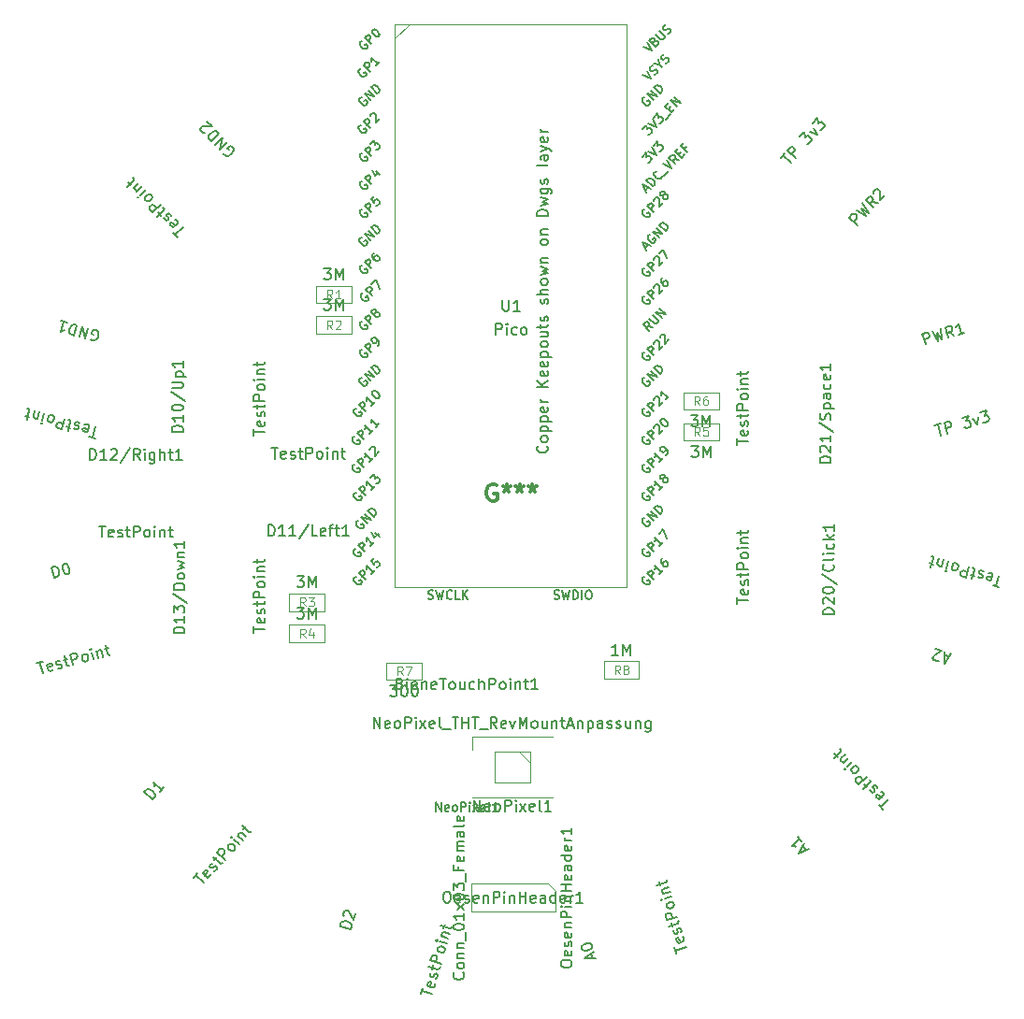
<source format=gbr>
%TF.GenerationSoftware,KiCad,Pcbnew,6.0.4*%
%TF.CreationDate,2022-05-05T23:13:16+02:00*%
%TF.ProjectId,FrisbeeMitBiene02,46726973-6265-4654-9d69-744269656e65,rev?*%
%TF.SameCoordinates,Original*%
%TF.FileFunction,AssemblyDrawing,Top*%
%FSLAX46Y46*%
G04 Gerber Fmt 4.6, Leading zero omitted, Abs format (unit mm)*
G04 Created by KiCad (PCBNEW 6.0.4) date 2022-05-05 23:13:16*
%MOMM*%
%LPD*%
G01*
G04 APERTURE LIST*
%ADD10C,0.150000*%
%ADD11C,0.120000*%
%ADD12C,0.300000*%
%ADD13C,0.100000*%
G04 APERTURE END LIST*
D10*
%TO.C,R1*%
X133054838Y-89605780D02*
X133673885Y-89605780D01*
X133340552Y-89986733D01*
X133483409Y-89986733D01*
X133578647Y-90034352D01*
X133626266Y-90081971D01*
X133673885Y-90177209D01*
X133673885Y-90415304D01*
X133626266Y-90510542D01*
X133578647Y-90558161D01*
X133483409Y-90605780D01*
X133197695Y-90605780D01*
X133102457Y-90558161D01*
X133054838Y-90510542D01*
X134102457Y-90605780D02*
X134102457Y-89605780D01*
X134435790Y-90320066D01*
X134769123Y-89605780D01*
X134769123Y-90605780D01*
D11*
X133826266Y-92335304D02*
X133559600Y-91954352D01*
X133369123Y-92335304D02*
X133369123Y-91535304D01*
X133673885Y-91535304D01*
X133750076Y-91573400D01*
X133788171Y-91611495D01*
X133826266Y-91687685D01*
X133826266Y-91801971D01*
X133788171Y-91878161D01*
X133750076Y-91916257D01*
X133673885Y-91954352D01*
X133369123Y-91954352D01*
X134588171Y-92335304D02*
X134131028Y-92335304D01*
X134359600Y-92335304D02*
X134359600Y-91535304D01*
X134283409Y-91649590D01*
X134207219Y-91725780D01*
X134131028Y-91763876D01*
D10*
%TO.C,PWR1*%
X187517614Y-96482655D02*
X187241976Y-95521394D01*
X187608171Y-95416389D01*
X187712846Y-95435912D01*
X187771746Y-95468561D01*
X187843771Y-95546984D01*
X187883148Y-95684307D01*
X187863625Y-95788981D01*
X187830976Y-95847881D01*
X187752553Y-95919907D01*
X187386358Y-96024912D01*
X188111689Y-95272007D02*
X188616198Y-96167641D01*
X188602412Y-95428523D01*
X188982393Y-96062637D01*
X188935628Y-95035747D01*
X190126753Y-95734497D02*
X189675076Y-95368632D01*
X189577460Y-95892004D02*
X189301823Y-94930742D01*
X189668018Y-94825737D01*
X189772692Y-94845261D01*
X189831592Y-94877909D01*
X189903618Y-94956333D01*
X189942994Y-95093656D01*
X189923471Y-95198330D01*
X189890822Y-95257230D01*
X189812399Y-95329255D01*
X189446204Y-95434260D01*
X191042240Y-95471985D02*
X190492947Y-95629492D01*
X190767594Y-95550739D02*
X190491956Y-94589477D01*
X190439784Y-94753051D01*
X190374487Y-94870851D01*
X190296064Y-94942877D01*
X188346245Y-103838393D02*
X188895537Y-103680886D01*
X188896529Y-104720901D02*
X188620891Y-103759639D01*
X189491595Y-104550268D02*
X189215958Y-103589006D01*
X189582153Y-103484002D01*
X189686827Y-103503525D01*
X189745727Y-103536174D01*
X189817753Y-103614597D01*
X189857129Y-103751920D01*
X189837606Y-103856594D01*
X189804958Y-103915494D01*
X189726534Y-103987520D01*
X189360339Y-104092525D01*
X190818061Y-103129611D02*
X191413128Y-102958978D01*
X191197712Y-103417052D01*
X191335035Y-103377676D01*
X191439709Y-103397199D01*
X191498609Y-103429848D01*
X191570635Y-103508271D01*
X191636263Y-103737142D01*
X191616739Y-103841817D01*
X191584091Y-103900717D01*
X191505667Y-103972742D01*
X191231021Y-104051496D01*
X191126347Y-104031973D01*
X191067447Y-103999324D01*
X191825427Y-103187520D02*
X192238057Y-103762733D01*
X192283171Y-103056264D01*
X192465938Y-102657090D02*
X193061005Y-102486457D01*
X192845589Y-102944531D01*
X192982912Y-102905154D01*
X193087586Y-102924678D01*
X193146486Y-102957326D01*
X193218512Y-103035749D01*
X193284140Y-103264621D01*
X193264617Y-103369296D01*
X193231968Y-103428196D01*
X193153545Y-103500221D01*
X192878898Y-103578975D01*
X192774224Y-103559451D01*
X192715324Y-103526803D01*
%TO.C,GND1*%
X111936385Y-96043325D02*
X112016053Y-96113971D01*
X112154043Y-96150945D01*
X112304357Y-96141923D01*
X112420999Y-96074579D01*
X112491645Y-95994911D01*
X112586940Y-95823250D01*
X112623915Y-95685260D01*
X112627217Y-95488950D01*
X112605870Y-95384632D01*
X112538526Y-95267990D01*
X112412862Y-95185019D01*
X112320869Y-95160370D01*
X112170555Y-95169392D01*
X112112234Y-95203064D01*
X112025961Y-95525039D01*
X112209946Y-95574338D01*
X111722915Y-95000149D02*
X111464096Y-95966074D01*
X111170957Y-94852252D01*
X110912138Y-95818178D01*
X110710992Y-94729005D02*
X110452173Y-95694931D01*
X110222191Y-95633307D01*
X110096526Y-95550336D01*
X110029183Y-95433694D01*
X110007836Y-95329376D01*
X110011138Y-95133066D01*
X110048112Y-94995076D01*
X110143408Y-94823415D01*
X110214054Y-94743747D01*
X110330696Y-94676403D01*
X110481010Y-94667381D01*
X110710992Y-94729005D01*
X109239106Y-94334614D02*
X109791063Y-94482510D01*
X109515084Y-94408562D02*
X109256265Y-95374488D01*
X109385232Y-95261148D01*
X109501875Y-95193804D01*
X109606192Y-95172457D01*
X112370918Y-104988844D02*
X111818960Y-104840947D01*
X112353758Y-103948970D02*
X112094939Y-104914896D01*
X111375508Y-103736147D02*
X111479825Y-103714800D01*
X111663811Y-103764099D01*
X111743479Y-103834745D01*
X111764826Y-103939063D01*
X111666229Y-104307034D01*
X111595583Y-104386703D01*
X111491265Y-104408050D01*
X111307279Y-104358751D01*
X111227611Y-104288105D01*
X111206264Y-104183787D01*
X111230914Y-104091794D01*
X111715528Y-104123049D01*
X110961539Y-103625225D02*
X110881871Y-103554579D01*
X110697885Y-103505280D01*
X110593568Y-103526627D01*
X110522922Y-103606295D01*
X110510597Y-103652292D01*
X110531944Y-103756609D01*
X110611612Y-103827255D01*
X110749602Y-103864230D01*
X110829270Y-103934875D01*
X110850617Y-104039193D01*
X110838292Y-104085190D01*
X110767646Y-104164858D01*
X110663329Y-104186205D01*
X110525339Y-104149231D01*
X110445671Y-104078585D01*
X110111371Y-104038308D02*
X109743399Y-103939710D01*
X109887109Y-104323309D02*
X110108954Y-103495373D01*
X110087607Y-103391055D01*
X110007938Y-103320409D01*
X109915945Y-103295760D01*
X109593970Y-103209487D02*
X109335151Y-104175413D01*
X108967179Y-104076815D01*
X108887511Y-104006169D01*
X108853839Y-103947848D01*
X108832492Y-103843530D01*
X108869467Y-103705541D01*
X108940112Y-103625873D01*
X108998434Y-103592201D01*
X109102751Y-103570854D01*
X109470723Y-103669452D01*
X108490055Y-102913694D02*
X108569723Y-102984340D01*
X108603395Y-103042661D01*
X108624742Y-103146978D01*
X108550794Y-103422957D01*
X108480148Y-103502625D01*
X108421827Y-103536297D01*
X108317509Y-103557644D01*
X108179520Y-103520670D01*
X108099851Y-103450024D01*
X108066180Y-103391703D01*
X108044833Y-103287385D01*
X108118781Y-103011407D01*
X108189427Y-102931738D01*
X108247748Y-102898067D01*
X108352066Y-102876720D01*
X108490055Y-102913694D01*
X107754111Y-102716498D02*
X107581565Y-103360449D01*
X107495292Y-103682424D02*
X107553614Y-103648752D01*
X107519942Y-103590431D01*
X107461621Y-103624103D01*
X107495292Y-103682424D01*
X107519942Y-103590431D01*
X107121601Y-103237202D02*
X107294147Y-102593251D01*
X107146250Y-103145209D02*
X107087929Y-103178880D01*
X106983611Y-103200228D01*
X106845622Y-103163253D01*
X106765954Y-103092607D01*
X106744607Y-102988290D01*
X106880179Y-102482329D01*
X106385657Y-103040006D02*
X106017686Y-102941408D01*
X106161395Y-103325007D02*
X106383240Y-102497071D01*
X106361893Y-102392753D01*
X106282224Y-102322107D01*
X106190232Y-102297458D01*
%TO.C,GND2*%
X123964259Y-79148148D02*
X123997930Y-79249164D01*
X124098946Y-79350179D01*
X124233633Y-79417522D01*
X124368320Y-79417522D01*
X124469335Y-79383851D01*
X124637694Y-79282835D01*
X124738709Y-79181820D01*
X124839724Y-79013461D01*
X124873396Y-78912446D01*
X124873396Y-78777759D01*
X124806052Y-78643072D01*
X124738709Y-78575729D01*
X124604022Y-78508385D01*
X124536678Y-78508385D01*
X124300976Y-78744087D01*
X124435663Y-78878774D01*
X124300976Y-78137996D02*
X123593869Y-78845103D01*
X123896915Y-77733935D01*
X123189808Y-78441042D01*
X123560198Y-77397217D02*
X122853091Y-78104324D01*
X122684732Y-77935965D01*
X122617389Y-77801278D01*
X122617389Y-77666591D01*
X122651060Y-77565576D01*
X122752076Y-77397217D01*
X122853091Y-77296202D01*
X123021450Y-77195187D01*
X123122465Y-77161515D01*
X123257152Y-77161515D01*
X123391839Y-77228859D01*
X123560198Y-77397217D01*
X122246999Y-77363546D02*
X122179656Y-77363546D01*
X122078641Y-77329874D01*
X121910282Y-77161515D01*
X121876610Y-77060500D01*
X121876610Y-76993156D01*
X121910282Y-76892141D01*
X121977625Y-76824798D01*
X122112312Y-76757454D01*
X122920434Y-76757454D01*
X122482702Y-76319721D01*
X119787482Y-86767862D02*
X119383421Y-86363801D01*
X120292558Y-85858725D02*
X119585451Y-86565832D01*
X119551780Y-85185290D02*
X119652795Y-85218962D01*
X119787482Y-85353649D01*
X119821154Y-85454664D01*
X119787482Y-85555679D01*
X119518108Y-85825053D01*
X119417093Y-85858725D01*
X119316077Y-85825053D01*
X119181390Y-85690366D01*
X119147719Y-85589351D01*
X119181390Y-85488336D01*
X119248734Y-85420992D01*
X119652795Y-85690366D01*
X119248734Y-84882244D02*
X119215062Y-84781229D01*
X119080375Y-84646542D01*
X118979360Y-84612870D01*
X118878345Y-84646542D01*
X118844673Y-84680214D01*
X118811001Y-84781229D01*
X118844673Y-84882244D01*
X118945688Y-84983259D01*
X118979360Y-85084275D01*
X118945688Y-85185290D01*
X118912016Y-85218962D01*
X118811001Y-85252633D01*
X118709986Y-85218962D01*
X118608971Y-85117946D01*
X118575299Y-85016931D01*
X118305925Y-84814901D02*
X118036551Y-84545527D01*
X117969207Y-84949588D02*
X118575299Y-84343496D01*
X118608971Y-84242481D01*
X118575299Y-84141466D01*
X118507955Y-84074122D01*
X118272253Y-83838420D02*
X117565146Y-84545527D01*
X117295772Y-84276153D01*
X117262101Y-84175137D01*
X117262101Y-84107794D01*
X117295772Y-84006779D01*
X117396788Y-83905763D01*
X117497803Y-83872092D01*
X117565146Y-83872092D01*
X117666162Y-83905763D01*
X117935536Y-84175137D01*
X117464131Y-83030298D02*
X117497803Y-83131313D01*
X117497803Y-83198657D01*
X117464131Y-83299672D01*
X117262101Y-83501702D01*
X117161085Y-83535374D01*
X117093742Y-83535374D01*
X116992727Y-83501702D01*
X116891711Y-83400687D01*
X116858040Y-83299672D01*
X116858040Y-83232328D01*
X116891711Y-83131313D01*
X117093742Y-82929283D01*
X117194757Y-82895611D01*
X117262101Y-82895611D01*
X117363116Y-82929283D01*
X117464131Y-83030298D01*
X116925383Y-82491550D02*
X116453979Y-82962954D01*
X116218276Y-83198657D02*
X116285620Y-83198657D01*
X116285620Y-83131313D01*
X116218276Y-83131313D01*
X116218276Y-83198657D01*
X116285620Y-83131313D01*
X116117261Y-82626237D02*
X116588666Y-82154832D01*
X116184605Y-82558893D02*
X116117261Y-82558893D01*
X116016246Y-82525222D01*
X115915231Y-82424206D01*
X115881559Y-82323191D01*
X115915231Y-82222176D01*
X116285620Y-81851787D01*
X115578513Y-82087489D02*
X115309139Y-81818115D01*
X115241796Y-82222176D02*
X115847887Y-81616084D01*
X115881559Y-81515069D01*
X115847887Y-81414054D01*
X115780544Y-81346710D01*
%TO.C,D1*%
X117535336Y-137721271D02*
X116803983Y-137039273D01*
X116966363Y-136865141D01*
X117098618Y-136793138D01*
X117233223Y-136788438D01*
X117335352Y-136818563D01*
X117507133Y-136913642D01*
X117611612Y-137011070D01*
X117718442Y-137175801D01*
X117755618Y-137275579D01*
X117760319Y-137410184D01*
X117697717Y-137547139D01*
X117535336Y-137721271D01*
X118574572Y-136606828D02*
X118184858Y-137024744D01*
X118379715Y-136815786D02*
X117648361Y-136133787D01*
X117687888Y-136300868D01*
X117692589Y-136435473D01*
X117662463Y-136537602D01*
X121242506Y-144777951D02*
X121632220Y-144360034D01*
X122168717Y-145250991D02*
X121437363Y-144568993D01*
X122815889Y-144487161D02*
X122785763Y-144589290D01*
X122655858Y-144728596D01*
X122556080Y-144765772D01*
X122453951Y-144735646D01*
X122175340Y-144475837D01*
X122138163Y-144376059D01*
X122168289Y-144273930D01*
X122298194Y-144134624D01*
X122397972Y-144097448D01*
X122500101Y-144127574D01*
X122569754Y-144192526D01*
X122314646Y-144605742D01*
X123108174Y-144173724D02*
X123207952Y-144136547D01*
X123337857Y-143997242D01*
X123367983Y-143895113D01*
X123330806Y-143795334D01*
X123295980Y-143762858D01*
X123193851Y-143732732D01*
X123094072Y-143769909D01*
X122996644Y-143874388D01*
X122896865Y-143911565D01*
X122794736Y-143881439D01*
X122759910Y-143848963D01*
X122722734Y-143749184D01*
X122752859Y-143647055D01*
X122850288Y-143542576D01*
X122950066Y-143505400D01*
X123142573Y-143229139D02*
X123402382Y-142950528D01*
X122996216Y-142897327D02*
X123623091Y-143481897D01*
X123725220Y-143512023D01*
X123824999Y-143474846D01*
X123889951Y-143405194D01*
X124117284Y-143161409D02*
X123385930Y-142479411D01*
X123645739Y-142200800D01*
X123745517Y-142163623D01*
X123812820Y-142161273D01*
X123914949Y-142191399D01*
X124019428Y-142288827D01*
X124056604Y-142388606D01*
X124058955Y-142455908D01*
X124028829Y-142558037D01*
X123769020Y-142836648D01*
X124896710Y-142325576D02*
X124796932Y-142362753D01*
X124729629Y-142365103D01*
X124627500Y-142334977D01*
X124418542Y-142140121D01*
X124381365Y-142040342D01*
X124379015Y-141973040D01*
X124409141Y-141870911D01*
X124506569Y-141766432D01*
X124606348Y-141729255D01*
X124673651Y-141726905D01*
X124775779Y-141757031D01*
X124984738Y-141951887D01*
X125021914Y-142051666D01*
X125024264Y-142118968D01*
X124994139Y-142221097D01*
X124896710Y-142325576D01*
X125416328Y-141768354D02*
X124928759Y-141313689D01*
X124684974Y-141086356D02*
X124687325Y-141153658D01*
X124754627Y-141151308D01*
X124752277Y-141084006D01*
X124684974Y-141086356D01*
X124754627Y-141151308D01*
X125253520Y-140965425D02*
X125741089Y-141420091D01*
X125323173Y-141030377D02*
X125320822Y-140963075D01*
X125350948Y-140860946D01*
X125448377Y-140756467D01*
X125548155Y-140719290D01*
X125650284Y-140749416D01*
X126033374Y-141106653D01*
X125773138Y-140408203D02*
X126032947Y-140129592D01*
X125626782Y-140076391D02*
X126253656Y-140660961D01*
X126355785Y-140691087D01*
X126455564Y-140653911D01*
X126520516Y-140584258D01*
%TO.C,D10/Up1*%
X120289580Y-104409476D02*
X119289580Y-104409476D01*
X119289580Y-104171380D01*
X119337200Y-104028523D01*
X119432438Y-103933285D01*
X119527676Y-103885666D01*
X119718152Y-103838047D01*
X119861009Y-103838047D01*
X120051485Y-103885666D01*
X120146723Y-103933285D01*
X120241961Y-104028523D01*
X120289580Y-104171380D01*
X120289580Y-104409476D01*
X120289580Y-102885666D02*
X120289580Y-103457095D01*
X120289580Y-103171380D02*
X119289580Y-103171380D01*
X119432438Y-103266619D01*
X119527676Y-103361857D01*
X119575295Y-103457095D01*
X119289580Y-102266619D02*
X119289580Y-102171380D01*
X119337200Y-102076142D01*
X119384819Y-102028523D01*
X119480057Y-101980904D01*
X119670533Y-101933285D01*
X119908628Y-101933285D01*
X120099104Y-101980904D01*
X120194342Y-102028523D01*
X120241961Y-102076142D01*
X120289580Y-102171380D01*
X120289580Y-102266619D01*
X120241961Y-102361857D01*
X120194342Y-102409476D01*
X120099104Y-102457095D01*
X119908628Y-102504714D01*
X119670533Y-102504714D01*
X119480057Y-102457095D01*
X119384819Y-102409476D01*
X119337200Y-102361857D01*
X119289580Y-102266619D01*
X119241961Y-100790428D02*
X120527676Y-101647571D01*
X119289580Y-100457095D02*
X120099104Y-100457095D01*
X120194342Y-100409476D01*
X120241961Y-100361857D01*
X120289580Y-100266619D01*
X120289580Y-100076142D01*
X120241961Y-99980904D01*
X120194342Y-99933285D01*
X120099104Y-99885666D01*
X119289580Y-99885666D01*
X119622914Y-99409476D02*
X120622914Y-99409476D01*
X119670533Y-99409476D02*
X119622914Y-99314238D01*
X119622914Y-99123761D01*
X119670533Y-99028523D01*
X119718152Y-98980904D01*
X119813390Y-98933285D01*
X120099104Y-98933285D01*
X120194342Y-98980904D01*
X120241961Y-99028523D01*
X120289580Y-99123761D01*
X120289580Y-99314238D01*
X120241961Y-99409476D01*
X120289580Y-97980904D02*
X120289580Y-98552333D01*
X120289580Y-98266619D02*
X119289580Y-98266619D01*
X119432438Y-98361857D01*
X119527676Y-98457095D01*
X119575295Y-98552333D01*
X126701180Y-104730133D02*
X126701180Y-104158704D01*
X127701180Y-104444419D02*
X126701180Y-104444419D01*
X127653561Y-103444419D02*
X127701180Y-103539657D01*
X127701180Y-103730133D01*
X127653561Y-103825371D01*
X127558323Y-103872990D01*
X127177371Y-103872990D01*
X127082133Y-103825371D01*
X127034514Y-103730133D01*
X127034514Y-103539657D01*
X127082133Y-103444419D01*
X127177371Y-103396800D01*
X127272609Y-103396800D01*
X127367847Y-103872990D01*
X127653561Y-103015847D02*
X127701180Y-102920609D01*
X127701180Y-102730133D01*
X127653561Y-102634895D01*
X127558323Y-102587276D01*
X127510704Y-102587276D01*
X127415466Y-102634895D01*
X127367847Y-102730133D01*
X127367847Y-102872990D01*
X127320228Y-102968228D01*
X127224990Y-103015847D01*
X127177371Y-103015847D01*
X127082133Y-102968228D01*
X127034514Y-102872990D01*
X127034514Y-102730133D01*
X127082133Y-102634895D01*
X127034514Y-102301561D02*
X127034514Y-101920609D01*
X126701180Y-102158704D02*
X127558323Y-102158704D01*
X127653561Y-102111085D01*
X127701180Y-102015847D01*
X127701180Y-101920609D01*
X127701180Y-101587276D02*
X126701180Y-101587276D01*
X126701180Y-101206323D01*
X126748800Y-101111085D01*
X126796419Y-101063466D01*
X126891657Y-101015847D01*
X127034514Y-101015847D01*
X127129752Y-101063466D01*
X127177371Y-101111085D01*
X127224990Y-101206323D01*
X127224990Y-101587276D01*
X127701180Y-100444419D02*
X127653561Y-100539657D01*
X127605942Y-100587276D01*
X127510704Y-100634895D01*
X127224990Y-100634895D01*
X127129752Y-100587276D01*
X127082133Y-100539657D01*
X127034514Y-100444419D01*
X127034514Y-100301561D01*
X127082133Y-100206323D01*
X127129752Y-100158704D01*
X127224990Y-100111085D01*
X127510704Y-100111085D01*
X127605942Y-100158704D01*
X127653561Y-100206323D01*
X127701180Y-100301561D01*
X127701180Y-100444419D01*
X127701180Y-99682514D02*
X127034514Y-99682514D01*
X126701180Y-99682514D02*
X126748800Y-99730133D01*
X126796419Y-99682514D01*
X126748800Y-99634895D01*
X126701180Y-99682514D01*
X126796419Y-99682514D01*
X127034514Y-99206323D02*
X127701180Y-99206323D01*
X127129752Y-99206323D02*
X127082133Y-99158704D01*
X127034514Y-99063466D01*
X127034514Y-98920609D01*
X127082133Y-98825371D01*
X127177371Y-98777752D01*
X127701180Y-98777752D01*
X127034514Y-98444419D02*
X127034514Y-98063466D01*
X126701180Y-98301561D02*
X127558323Y-98301561D01*
X127653561Y-98253942D01*
X127701180Y-98158704D01*
X127701180Y-98063466D01*
%TO.C,D12/Right1*%
X111880342Y-106934380D02*
X111880342Y-105934380D01*
X112118438Y-105934380D01*
X112261295Y-105982000D01*
X112356533Y-106077238D01*
X112404152Y-106172476D01*
X112451771Y-106362952D01*
X112451771Y-106505809D01*
X112404152Y-106696285D01*
X112356533Y-106791523D01*
X112261295Y-106886761D01*
X112118438Y-106934380D01*
X111880342Y-106934380D01*
X113404152Y-106934380D02*
X112832723Y-106934380D01*
X113118438Y-106934380D02*
X113118438Y-105934380D01*
X113023200Y-106077238D01*
X112927961Y-106172476D01*
X112832723Y-106220095D01*
X113785104Y-106029619D02*
X113832723Y-105982000D01*
X113927961Y-105934380D01*
X114166057Y-105934380D01*
X114261295Y-105982000D01*
X114308914Y-106029619D01*
X114356533Y-106124857D01*
X114356533Y-106220095D01*
X114308914Y-106362952D01*
X113737485Y-106934380D01*
X114356533Y-106934380D01*
X115499390Y-105886761D02*
X114642247Y-107172476D01*
X116404152Y-106934380D02*
X116070819Y-106458190D01*
X115832723Y-106934380D02*
X115832723Y-105934380D01*
X116213676Y-105934380D01*
X116308914Y-105982000D01*
X116356533Y-106029619D01*
X116404152Y-106124857D01*
X116404152Y-106267714D01*
X116356533Y-106362952D01*
X116308914Y-106410571D01*
X116213676Y-106458190D01*
X115832723Y-106458190D01*
X116832723Y-106934380D02*
X116832723Y-106267714D01*
X116832723Y-105934380D02*
X116785104Y-105982000D01*
X116832723Y-106029619D01*
X116880342Y-105982000D01*
X116832723Y-105934380D01*
X116832723Y-106029619D01*
X117737485Y-106267714D02*
X117737485Y-107077238D01*
X117689866Y-107172476D01*
X117642247Y-107220095D01*
X117547009Y-107267714D01*
X117404152Y-107267714D01*
X117308914Y-107220095D01*
X117737485Y-106886761D02*
X117642247Y-106934380D01*
X117451771Y-106934380D01*
X117356533Y-106886761D01*
X117308914Y-106839142D01*
X117261295Y-106743904D01*
X117261295Y-106458190D01*
X117308914Y-106362952D01*
X117356533Y-106315333D01*
X117451771Y-106267714D01*
X117642247Y-106267714D01*
X117737485Y-106315333D01*
X118213676Y-106934380D02*
X118213676Y-105934380D01*
X118642247Y-106934380D02*
X118642247Y-106410571D01*
X118594628Y-106315333D01*
X118499390Y-106267714D01*
X118356533Y-106267714D01*
X118261295Y-106315333D01*
X118213676Y-106362952D01*
X118975580Y-106267714D02*
X119356533Y-106267714D01*
X119118438Y-105934380D02*
X119118438Y-106791523D01*
X119166057Y-106886761D01*
X119261295Y-106934380D01*
X119356533Y-106934380D01*
X120213676Y-106934380D02*
X119642247Y-106934380D01*
X119927961Y-106934380D02*
X119927961Y-105934380D01*
X119832723Y-106077238D01*
X119737485Y-106172476D01*
X119642247Y-106220095D01*
X112689866Y-112934380D02*
X113261295Y-112934380D01*
X112975580Y-113934380D02*
X112975580Y-112934380D01*
X113975580Y-113886761D02*
X113880342Y-113934380D01*
X113689866Y-113934380D01*
X113594628Y-113886761D01*
X113547009Y-113791523D01*
X113547009Y-113410571D01*
X113594628Y-113315333D01*
X113689866Y-113267714D01*
X113880342Y-113267714D01*
X113975580Y-113315333D01*
X114023200Y-113410571D01*
X114023200Y-113505809D01*
X113547009Y-113601047D01*
X114404152Y-113886761D02*
X114499390Y-113934380D01*
X114689866Y-113934380D01*
X114785104Y-113886761D01*
X114832723Y-113791523D01*
X114832723Y-113743904D01*
X114785104Y-113648666D01*
X114689866Y-113601047D01*
X114547009Y-113601047D01*
X114451771Y-113553428D01*
X114404152Y-113458190D01*
X114404152Y-113410571D01*
X114451771Y-113315333D01*
X114547009Y-113267714D01*
X114689866Y-113267714D01*
X114785104Y-113315333D01*
X115118438Y-113267714D02*
X115499390Y-113267714D01*
X115261295Y-112934380D02*
X115261295Y-113791523D01*
X115308914Y-113886761D01*
X115404152Y-113934380D01*
X115499390Y-113934380D01*
X115832723Y-113934380D02*
X115832723Y-112934380D01*
X116213676Y-112934380D01*
X116308914Y-112982000D01*
X116356533Y-113029619D01*
X116404152Y-113124857D01*
X116404152Y-113267714D01*
X116356533Y-113362952D01*
X116308914Y-113410571D01*
X116213676Y-113458190D01*
X115832723Y-113458190D01*
X116975580Y-113934380D02*
X116880342Y-113886761D01*
X116832723Y-113839142D01*
X116785104Y-113743904D01*
X116785104Y-113458190D01*
X116832723Y-113362952D01*
X116880342Y-113315333D01*
X116975580Y-113267714D01*
X117118438Y-113267714D01*
X117213676Y-113315333D01*
X117261295Y-113362952D01*
X117308914Y-113458190D01*
X117308914Y-113743904D01*
X117261295Y-113839142D01*
X117213676Y-113886761D01*
X117118438Y-113934380D01*
X116975580Y-113934380D01*
X117737485Y-113934380D02*
X117737485Y-113267714D01*
X117737485Y-112934380D02*
X117689866Y-112982000D01*
X117737485Y-113029619D01*
X117785104Y-112982000D01*
X117737485Y-112934380D01*
X117737485Y-113029619D01*
X118213676Y-113267714D02*
X118213676Y-113934380D01*
X118213676Y-113362952D02*
X118261295Y-113315333D01*
X118356533Y-113267714D01*
X118499390Y-113267714D01*
X118594628Y-113315333D01*
X118642247Y-113410571D01*
X118642247Y-113934380D01*
X118975580Y-113267714D02*
X119356533Y-113267714D01*
X119118438Y-112934380D02*
X119118438Y-113791523D01*
X119166057Y-113886761D01*
X119261295Y-113934380D01*
X119356533Y-113934380D01*
%TO.C,D13/Down1*%
X120452380Y-122642857D02*
X119452380Y-122642857D01*
X119452380Y-122404761D01*
X119500000Y-122261904D01*
X119595238Y-122166666D01*
X119690476Y-122119047D01*
X119880952Y-122071428D01*
X120023809Y-122071428D01*
X120214285Y-122119047D01*
X120309523Y-122166666D01*
X120404761Y-122261904D01*
X120452380Y-122404761D01*
X120452380Y-122642857D01*
X120452380Y-121119047D02*
X120452380Y-121690476D01*
X120452380Y-121404761D02*
X119452380Y-121404761D01*
X119595238Y-121500000D01*
X119690476Y-121595238D01*
X119738095Y-121690476D01*
X119452380Y-120785714D02*
X119452380Y-120166666D01*
X119833333Y-120500000D01*
X119833333Y-120357142D01*
X119880952Y-120261904D01*
X119928571Y-120214285D01*
X120023809Y-120166666D01*
X120261904Y-120166666D01*
X120357142Y-120214285D01*
X120404761Y-120261904D01*
X120452380Y-120357142D01*
X120452380Y-120642857D01*
X120404761Y-120738095D01*
X120357142Y-120785714D01*
X119404761Y-119023809D02*
X120690476Y-119880952D01*
X120452380Y-118690476D02*
X119452380Y-118690476D01*
X119452380Y-118452380D01*
X119500000Y-118309523D01*
X119595238Y-118214285D01*
X119690476Y-118166666D01*
X119880952Y-118119047D01*
X120023809Y-118119047D01*
X120214285Y-118166666D01*
X120309523Y-118214285D01*
X120404761Y-118309523D01*
X120452380Y-118452380D01*
X120452380Y-118690476D01*
X120452380Y-117547619D02*
X120404761Y-117642857D01*
X120357142Y-117690476D01*
X120261904Y-117738095D01*
X119976190Y-117738095D01*
X119880952Y-117690476D01*
X119833333Y-117642857D01*
X119785714Y-117547619D01*
X119785714Y-117404761D01*
X119833333Y-117309523D01*
X119880952Y-117261904D01*
X119976190Y-117214285D01*
X120261904Y-117214285D01*
X120357142Y-117261904D01*
X120404761Y-117309523D01*
X120452380Y-117404761D01*
X120452380Y-117547619D01*
X119785714Y-116880952D02*
X120452380Y-116690476D01*
X119976190Y-116500000D01*
X120452380Y-116309523D01*
X119785714Y-116119047D01*
X119785714Y-115738095D02*
X120452380Y-115738095D01*
X119880952Y-115738095D02*
X119833333Y-115690476D01*
X119785714Y-115595238D01*
X119785714Y-115452380D01*
X119833333Y-115357142D01*
X119928571Y-115309523D01*
X120452380Y-115309523D01*
X120452380Y-114309523D02*
X120452380Y-114880952D01*
X120452380Y-114595238D02*
X119452380Y-114595238D01*
X119595238Y-114690476D01*
X119690476Y-114785714D01*
X119738095Y-114880952D01*
X126702380Y-122583333D02*
X126702380Y-122011904D01*
X127702380Y-122297619D02*
X126702380Y-122297619D01*
X127654761Y-121297619D02*
X127702380Y-121392857D01*
X127702380Y-121583333D01*
X127654761Y-121678571D01*
X127559523Y-121726190D01*
X127178571Y-121726190D01*
X127083333Y-121678571D01*
X127035714Y-121583333D01*
X127035714Y-121392857D01*
X127083333Y-121297619D01*
X127178571Y-121250000D01*
X127273809Y-121250000D01*
X127369047Y-121726190D01*
X127654761Y-120869047D02*
X127702380Y-120773809D01*
X127702380Y-120583333D01*
X127654761Y-120488095D01*
X127559523Y-120440476D01*
X127511904Y-120440476D01*
X127416666Y-120488095D01*
X127369047Y-120583333D01*
X127369047Y-120726190D01*
X127321428Y-120821428D01*
X127226190Y-120869047D01*
X127178571Y-120869047D01*
X127083333Y-120821428D01*
X127035714Y-120726190D01*
X127035714Y-120583333D01*
X127083333Y-120488095D01*
X127035714Y-120154761D02*
X127035714Y-119773809D01*
X126702380Y-120011904D02*
X127559523Y-120011904D01*
X127654761Y-119964285D01*
X127702380Y-119869047D01*
X127702380Y-119773809D01*
X127702380Y-119440476D02*
X126702380Y-119440476D01*
X126702380Y-119059523D01*
X126750000Y-118964285D01*
X126797619Y-118916666D01*
X126892857Y-118869047D01*
X127035714Y-118869047D01*
X127130952Y-118916666D01*
X127178571Y-118964285D01*
X127226190Y-119059523D01*
X127226190Y-119440476D01*
X127702380Y-118297619D02*
X127654761Y-118392857D01*
X127607142Y-118440476D01*
X127511904Y-118488095D01*
X127226190Y-118488095D01*
X127130952Y-118440476D01*
X127083333Y-118392857D01*
X127035714Y-118297619D01*
X127035714Y-118154761D01*
X127083333Y-118059523D01*
X127130952Y-118011904D01*
X127226190Y-117964285D01*
X127511904Y-117964285D01*
X127607142Y-118011904D01*
X127654761Y-118059523D01*
X127702380Y-118154761D01*
X127702380Y-118297619D01*
X127702380Y-117535714D02*
X127035714Y-117535714D01*
X126702380Y-117535714D02*
X126750000Y-117583333D01*
X126797619Y-117535714D01*
X126750000Y-117488095D01*
X126702380Y-117535714D01*
X126797619Y-117535714D01*
X127035714Y-117059523D02*
X127702380Y-117059523D01*
X127130952Y-117059523D02*
X127083333Y-117011904D01*
X127035714Y-116916666D01*
X127035714Y-116773809D01*
X127083333Y-116678571D01*
X127178571Y-116630952D01*
X127702380Y-116630952D01*
X127035714Y-116297619D02*
X127035714Y-115916666D01*
X126702380Y-116154761D02*
X127559523Y-116154761D01*
X127654761Y-116107142D01*
X127702380Y-116011904D01*
X127702380Y-115916666D01*
%TO.C,D20/Click1*%
X179233780Y-120938419D02*
X178233780Y-120938419D01*
X178233780Y-120700323D01*
X178281400Y-120557466D01*
X178376638Y-120462228D01*
X178471876Y-120414609D01*
X178662352Y-120366990D01*
X178805209Y-120366990D01*
X178995685Y-120414609D01*
X179090923Y-120462228D01*
X179186161Y-120557466D01*
X179233780Y-120700323D01*
X179233780Y-120938419D01*
X178329019Y-119986038D02*
X178281400Y-119938419D01*
X178233780Y-119843180D01*
X178233780Y-119605085D01*
X178281400Y-119509847D01*
X178329019Y-119462228D01*
X178424257Y-119414609D01*
X178519495Y-119414609D01*
X178662352Y-119462228D01*
X179233780Y-120033657D01*
X179233780Y-119414609D01*
X178233780Y-118795561D02*
X178233780Y-118700323D01*
X178281400Y-118605085D01*
X178329019Y-118557466D01*
X178424257Y-118509847D01*
X178614733Y-118462228D01*
X178852828Y-118462228D01*
X179043304Y-118509847D01*
X179138542Y-118557466D01*
X179186161Y-118605085D01*
X179233780Y-118700323D01*
X179233780Y-118795561D01*
X179186161Y-118890800D01*
X179138542Y-118938419D01*
X179043304Y-118986038D01*
X178852828Y-119033657D01*
X178614733Y-119033657D01*
X178424257Y-118986038D01*
X178329019Y-118938419D01*
X178281400Y-118890800D01*
X178233780Y-118795561D01*
X178186161Y-117319371D02*
X179471876Y-118176514D01*
X179138542Y-116414609D02*
X179186161Y-116462228D01*
X179233780Y-116605085D01*
X179233780Y-116700323D01*
X179186161Y-116843180D01*
X179090923Y-116938419D01*
X178995685Y-116986038D01*
X178805209Y-117033657D01*
X178662352Y-117033657D01*
X178471876Y-116986038D01*
X178376638Y-116938419D01*
X178281400Y-116843180D01*
X178233780Y-116700323D01*
X178233780Y-116605085D01*
X178281400Y-116462228D01*
X178329019Y-116414609D01*
X179233780Y-115843180D02*
X179186161Y-115938419D01*
X179090923Y-115986038D01*
X178233780Y-115986038D01*
X179233780Y-115462228D02*
X178567114Y-115462228D01*
X178233780Y-115462228D02*
X178281400Y-115509847D01*
X178329019Y-115462228D01*
X178281400Y-115414609D01*
X178233780Y-115462228D01*
X178329019Y-115462228D01*
X179186161Y-114557466D02*
X179233780Y-114652704D01*
X179233780Y-114843180D01*
X179186161Y-114938419D01*
X179138542Y-114986038D01*
X179043304Y-115033657D01*
X178757590Y-115033657D01*
X178662352Y-114986038D01*
X178614733Y-114938419D01*
X178567114Y-114843180D01*
X178567114Y-114652704D01*
X178614733Y-114557466D01*
X179233780Y-114128895D02*
X178233780Y-114128895D01*
X178852828Y-114033657D02*
X179233780Y-113747942D01*
X178567114Y-113747942D02*
X178948066Y-114128895D01*
X179233780Y-112795561D02*
X179233780Y-113366990D01*
X179233780Y-113081276D02*
X178233780Y-113081276D01*
X178376638Y-113176514D01*
X178471876Y-113271752D01*
X178519495Y-113366990D01*
X170483780Y-119974133D02*
X170483780Y-119402704D01*
X171483780Y-119688419D02*
X170483780Y-119688419D01*
X171436161Y-118688419D02*
X171483780Y-118783657D01*
X171483780Y-118974133D01*
X171436161Y-119069371D01*
X171340923Y-119116990D01*
X170959971Y-119116990D01*
X170864733Y-119069371D01*
X170817114Y-118974133D01*
X170817114Y-118783657D01*
X170864733Y-118688419D01*
X170959971Y-118640800D01*
X171055209Y-118640800D01*
X171150447Y-119116990D01*
X171436161Y-118259847D02*
X171483780Y-118164609D01*
X171483780Y-117974133D01*
X171436161Y-117878895D01*
X171340923Y-117831276D01*
X171293304Y-117831276D01*
X171198066Y-117878895D01*
X171150447Y-117974133D01*
X171150447Y-118116990D01*
X171102828Y-118212228D01*
X171007590Y-118259847D01*
X170959971Y-118259847D01*
X170864733Y-118212228D01*
X170817114Y-118116990D01*
X170817114Y-117974133D01*
X170864733Y-117878895D01*
X170817114Y-117545561D02*
X170817114Y-117164609D01*
X170483780Y-117402704D02*
X171340923Y-117402704D01*
X171436161Y-117355085D01*
X171483780Y-117259847D01*
X171483780Y-117164609D01*
X171483780Y-116831276D02*
X170483780Y-116831276D01*
X170483780Y-116450323D01*
X170531400Y-116355085D01*
X170579019Y-116307466D01*
X170674257Y-116259847D01*
X170817114Y-116259847D01*
X170912352Y-116307466D01*
X170959971Y-116355085D01*
X171007590Y-116450323D01*
X171007590Y-116831276D01*
X171483780Y-115688419D02*
X171436161Y-115783657D01*
X171388542Y-115831276D01*
X171293304Y-115878895D01*
X171007590Y-115878895D01*
X170912352Y-115831276D01*
X170864733Y-115783657D01*
X170817114Y-115688419D01*
X170817114Y-115545561D01*
X170864733Y-115450323D01*
X170912352Y-115402704D01*
X171007590Y-115355085D01*
X171293304Y-115355085D01*
X171388542Y-115402704D01*
X171436161Y-115450323D01*
X171483780Y-115545561D01*
X171483780Y-115688419D01*
X171483780Y-114926514D02*
X170817114Y-114926514D01*
X170483780Y-114926514D02*
X170531400Y-114974133D01*
X170579019Y-114926514D01*
X170531400Y-114878895D01*
X170483780Y-114926514D01*
X170579019Y-114926514D01*
X170817114Y-114450323D02*
X171483780Y-114450323D01*
X170912352Y-114450323D02*
X170864733Y-114402704D01*
X170817114Y-114307466D01*
X170817114Y-114164609D01*
X170864733Y-114069371D01*
X170959971Y-114021752D01*
X171483780Y-114021752D01*
X170817114Y-113688419D02*
X170817114Y-113307466D01*
X170483780Y-113545561D02*
X171340923Y-113545561D01*
X171436161Y-113497942D01*
X171483780Y-113402704D01*
X171483780Y-113307466D01*
%TO.C,R2*%
X133054838Y-92374380D02*
X133673885Y-92374380D01*
X133340552Y-92755333D01*
X133483409Y-92755333D01*
X133578647Y-92802952D01*
X133626266Y-92850571D01*
X133673885Y-92945809D01*
X133673885Y-93183904D01*
X133626266Y-93279142D01*
X133578647Y-93326761D01*
X133483409Y-93374380D01*
X133197695Y-93374380D01*
X133102457Y-93326761D01*
X133054838Y-93279142D01*
X134102457Y-93374380D02*
X134102457Y-92374380D01*
X134435790Y-93088666D01*
X134769123Y-92374380D01*
X134769123Y-93374380D01*
D11*
X133826266Y-95103904D02*
X133559600Y-94722952D01*
X133369123Y-95103904D02*
X133369123Y-94303904D01*
X133673885Y-94303904D01*
X133750076Y-94342000D01*
X133788171Y-94380095D01*
X133826266Y-94456285D01*
X133826266Y-94570571D01*
X133788171Y-94646761D01*
X133750076Y-94684857D01*
X133673885Y-94722952D01*
X133369123Y-94722952D01*
X134131028Y-94380095D02*
X134169123Y-94342000D01*
X134245314Y-94303904D01*
X134435790Y-94303904D01*
X134511980Y-94342000D01*
X134550076Y-94380095D01*
X134588171Y-94456285D01*
X134588171Y-94532476D01*
X134550076Y-94646761D01*
X134092933Y-95103904D01*
X134588171Y-95103904D01*
D10*
%TO.C,R3*%
X130616438Y-117469580D02*
X131235485Y-117469580D01*
X130902152Y-117850533D01*
X131045009Y-117850533D01*
X131140247Y-117898152D01*
X131187866Y-117945771D01*
X131235485Y-118041009D01*
X131235485Y-118279104D01*
X131187866Y-118374342D01*
X131140247Y-118421961D01*
X131045009Y-118469580D01*
X130759295Y-118469580D01*
X130664057Y-118421961D01*
X130616438Y-118374342D01*
X131664057Y-118469580D02*
X131664057Y-117469580D01*
X131997390Y-118183866D01*
X132330723Y-117469580D01*
X132330723Y-118469580D01*
D11*
X131387866Y-120199104D02*
X131121200Y-119818152D01*
X130930723Y-120199104D02*
X130930723Y-119399104D01*
X131235485Y-119399104D01*
X131311676Y-119437200D01*
X131349771Y-119475295D01*
X131387866Y-119551485D01*
X131387866Y-119665771D01*
X131349771Y-119741961D01*
X131311676Y-119780057D01*
X131235485Y-119818152D01*
X130930723Y-119818152D01*
X131654533Y-119399104D02*
X132149771Y-119399104D01*
X131883104Y-119703866D01*
X131997390Y-119703866D01*
X132073580Y-119741961D01*
X132111676Y-119780057D01*
X132149771Y-119856247D01*
X132149771Y-120046723D01*
X132111676Y-120122914D01*
X132073580Y-120161009D01*
X131997390Y-120199104D01*
X131768819Y-120199104D01*
X131692628Y-120161009D01*
X131654533Y-120122914D01*
D10*
%TO.C,R6*%
X166302838Y-102897780D02*
X166921885Y-102897780D01*
X166588552Y-103278733D01*
X166731409Y-103278733D01*
X166826647Y-103326352D01*
X166874266Y-103373971D01*
X166921885Y-103469209D01*
X166921885Y-103707304D01*
X166874266Y-103802542D01*
X166826647Y-103850161D01*
X166731409Y-103897780D01*
X166445695Y-103897780D01*
X166350457Y-103850161D01*
X166302838Y-103802542D01*
X167350457Y-103897780D02*
X167350457Y-102897780D01*
X167683790Y-103612066D01*
X168017123Y-102897780D01*
X168017123Y-103897780D01*
D11*
X167074266Y-101987304D02*
X166807600Y-101606352D01*
X166617123Y-101987304D02*
X166617123Y-101187304D01*
X166921885Y-101187304D01*
X166998076Y-101225400D01*
X167036171Y-101263495D01*
X167074266Y-101339685D01*
X167074266Y-101453971D01*
X167036171Y-101530161D01*
X166998076Y-101568257D01*
X166921885Y-101606352D01*
X166617123Y-101606352D01*
X167759980Y-101187304D02*
X167607600Y-101187304D01*
X167531409Y-101225400D01*
X167493314Y-101263495D01*
X167417123Y-101377780D01*
X167379028Y-101530161D01*
X167379028Y-101834923D01*
X167417123Y-101911114D01*
X167455219Y-101949209D01*
X167531409Y-101987304D01*
X167683790Y-101987304D01*
X167759980Y-101949209D01*
X167798076Y-101911114D01*
X167836171Y-101834923D01*
X167836171Y-101644447D01*
X167798076Y-101568257D01*
X167759980Y-101530161D01*
X167683790Y-101492066D01*
X167531409Y-101492066D01*
X167455219Y-101530161D01*
X167417123Y-101568257D01*
X167379028Y-101644447D01*
D10*
%TO.C,R5*%
X166328238Y-105691780D02*
X166947285Y-105691780D01*
X166613952Y-106072733D01*
X166756809Y-106072733D01*
X166852047Y-106120352D01*
X166899666Y-106167971D01*
X166947285Y-106263209D01*
X166947285Y-106501304D01*
X166899666Y-106596542D01*
X166852047Y-106644161D01*
X166756809Y-106691780D01*
X166471095Y-106691780D01*
X166375857Y-106644161D01*
X166328238Y-106596542D01*
X167375857Y-106691780D02*
X167375857Y-105691780D01*
X167709190Y-106406066D01*
X168042523Y-105691780D01*
X168042523Y-106691780D01*
D11*
X167099666Y-104781304D02*
X166833000Y-104400352D01*
X166642523Y-104781304D02*
X166642523Y-103981304D01*
X166947285Y-103981304D01*
X167023476Y-104019400D01*
X167061571Y-104057495D01*
X167099666Y-104133685D01*
X167099666Y-104247971D01*
X167061571Y-104324161D01*
X167023476Y-104362257D01*
X166947285Y-104400352D01*
X166642523Y-104400352D01*
X167823476Y-103981304D02*
X167442523Y-103981304D01*
X167404428Y-104362257D01*
X167442523Y-104324161D01*
X167518714Y-104286066D01*
X167709190Y-104286066D01*
X167785380Y-104324161D01*
X167823476Y-104362257D01*
X167861571Y-104438447D01*
X167861571Y-104628923D01*
X167823476Y-104705114D01*
X167785380Y-104743209D01*
X167709190Y-104781304D01*
X167518714Y-104781304D01*
X167442523Y-104743209D01*
X167404428Y-104705114D01*
D10*
%TO.C,R4*%
X130616438Y-120314380D02*
X131235485Y-120314380D01*
X130902152Y-120695333D01*
X131045009Y-120695333D01*
X131140247Y-120742952D01*
X131187866Y-120790571D01*
X131235485Y-120885809D01*
X131235485Y-121123904D01*
X131187866Y-121219142D01*
X131140247Y-121266761D01*
X131045009Y-121314380D01*
X130759295Y-121314380D01*
X130664057Y-121266761D01*
X130616438Y-121219142D01*
X131664057Y-121314380D02*
X131664057Y-120314380D01*
X131997390Y-121028666D01*
X132330723Y-120314380D01*
X132330723Y-121314380D01*
D11*
X131387866Y-123043904D02*
X131121200Y-122662952D01*
X130930723Y-123043904D02*
X130930723Y-122243904D01*
X131235485Y-122243904D01*
X131311676Y-122282000D01*
X131349771Y-122320095D01*
X131387866Y-122396285D01*
X131387866Y-122510571D01*
X131349771Y-122586761D01*
X131311676Y-122624857D01*
X131235485Y-122662952D01*
X130930723Y-122662952D01*
X132073580Y-122510571D02*
X132073580Y-123043904D01*
X131883104Y-122205809D02*
X131692628Y-122777238D01*
X132187866Y-122777238D01*
D10*
%TO.C,D11/Left1*%
X128029152Y-113832780D02*
X128029152Y-112832780D01*
X128267247Y-112832780D01*
X128410104Y-112880400D01*
X128505342Y-112975638D01*
X128552961Y-113070876D01*
X128600580Y-113261352D01*
X128600580Y-113404209D01*
X128552961Y-113594685D01*
X128505342Y-113689923D01*
X128410104Y-113785161D01*
X128267247Y-113832780D01*
X128029152Y-113832780D01*
X129552961Y-113832780D02*
X128981533Y-113832780D01*
X129267247Y-113832780D02*
X129267247Y-112832780D01*
X129172009Y-112975638D01*
X129076771Y-113070876D01*
X128981533Y-113118495D01*
X130505342Y-113832780D02*
X129933914Y-113832780D01*
X130219628Y-113832780D02*
X130219628Y-112832780D01*
X130124390Y-112975638D01*
X130029152Y-113070876D01*
X129933914Y-113118495D01*
X131648200Y-112785161D02*
X130791057Y-114070876D01*
X132457723Y-113832780D02*
X131981533Y-113832780D01*
X131981533Y-112832780D01*
X133172009Y-113785161D02*
X133076771Y-113832780D01*
X132886295Y-113832780D01*
X132791057Y-113785161D01*
X132743438Y-113689923D01*
X132743438Y-113308971D01*
X132791057Y-113213733D01*
X132886295Y-113166114D01*
X133076771Y-113166114D01*
X133172009Y-113213733D01*
X133219628Y-113308971D01*
X133219628Y-113404209D01*
X132743438Y-113499447D01*
X133505342Y-113166114D02*
X133886295Y-113166114D01*
X133648200Y-113832780D02*
X133648200Y-112975638D01*
X133695819Y-112880400D01*
X133791057Y-112832780D01*
X133886295Y-112832780D01*
X134076771Y-113166114D02*
X134457723Y-113166114D01*
X134219628Y-112832780D02*
X134219628Y-113689923D01*
X134267247Y-113785161D01*
X134362485Y-113832780D01*
X134457723Y-113832780D01*
X135314866Y-113832780D02*
X134743438Y-113832780D01*
X135029152Y-113832780D02*
X135029152Y-112832780D01*
X134933914Y-112975638D01*
X134838676Y-113070876D01*
X134743438Y-113118495D01*
X128314866Y-105832780D02*
X128886295Y-105832780D01*
X128600580Y-106832780D02*
X128600580Y-105832780D01*
X129600580Y-106785161D02*
X129505342Y-106832780D01*
X129314866Y-106832780D01*
X129219628Y-106785161D01*
X129172009Y-106689923D01*
X129172009Y-106308971D01*
X129219628Y-106213733D01*
X129314866Y-106166114D01*
X129505342Y-106166114D01*
X129600580Y-106213733D01*
X129648200Y-106308971D01*
X129648200Y-106404209D01*
X129172009Y-106499447D01*
X130029152Y-106785161D02*
X130124390Y-106832780D01*
X130314866Y-106832780D01*
X130410104Y-106785161D01*
X130457723Y-106689923D01*
X130457723Y-106642304D01*
X130410104Y-106547066D01*
X130314866Y-106499447D01*
X130172009Y-106499447D01*
X130076771Y-106451828D01*
X130029152Y-106356590D01*
X130029152Y-106308971D01*
X130076771Y-106213733D01*
X130172009Y-106166114D01*
X130314866Y-106166114D01*
X130410104Y-106213733D01*
X130743438Y-106166114D02*
X131124390Y-106166114D01*
X130886295Y-105832780D02*
X130886295Y-106689923D01*
X130933914Y-106785161D01*
X131029152Y-106832780D01*
X131124390Y-106832780D01*
X131457723Y-106832780D02*
X131457723Y-105832780D01*
X131838676Y-105832780D01*
X131933914Y-105880400D01*
X131981533Y-105928019D01*
X132029152Y-106023257D01*
X132029152Y-106166114D01*
X131981533Y-106261352D01*
X131933914Y-106308971D01*
X131838676Y-106356590D01*
X131457723Y-106356590D01*
X132600580Y-106832780D02*
X132505342Y-106785161D01*
X132457723Y-106737542D01*
X132410104Y-106642304D01*
X132410104Y-106356590D01*
X132457723Y-106261352D01*
X132505342Y-106213733D01*
X132600580Y-106166114D01*
X132743438Y-106166114D01*
X132838676Y-106213733D01*
X132886295Y-106261352D01*
X132933914Y-106356590D01*
X132933914Y-106642304D01*
X132886295Y-106737542D01*
X132838676Y-106785161D01*
X132743438Y-106832780D01*
X132600580Y-106832780D01*
X133362485Y-106832780D02*
X133362485Y-106166114D01*
X133362485Y-105832780D02*
X133314866Y-105880400D01*
X133362485Y-105928019D01*
X133410104Y-105880400D01*
X133362485Y-105832780D01*
X133362485Y-105928019D01*
X133838676Y-106166114D02*
X133838676Y-106832780D01*
X133838676Y-106261352D02*
X133886295Y-106213733D01*
X133981533Y-106166114D01*
X134124390Y-106166114D01*
X134219628Y-106213733D01*
X134267247Y-106308971D01*
X134267247Y-106832780D01*
X134600580Y-106166114D02*
X134981533Y-106166114D01*
X134743438Y-105832780D02*
X134743438Y-106689923D01*
X134791057Y-106785161D01*
X134886295Y-106832780D01*
X134981533Y-106832780D01*
%TO.C,D21/Space1*%
X178952380Y-107202380D02*
X177952380Y-107202380D01*
X177952380Y-106964285D01*
X178000000Y-106821428D01*
X178095238Y-106726190D01*
X178190476Y-106678571D01*
X178380952Y-106630952D01*
X178523809Y-106630952D01*
X178714285Y-106678571D01*
X178809523Y-106726190D01*
X178904761Y-106821428D01*
X178952380Y-106964285D01*
X178952380Y-107202380D01*
X178047619Y-106250000D02*
X178000000Y-106202380D01*
X177952380Y-106107142D01*
X177952380Y-105869047D01*
X178000000Y-105773809D01*
X178047619Y-105726190D01*
X178142857Y-105678571D01*
X178238095Y-105678571D01*
X178380952Y-105726190D01*
X178952380Y-106297619D01*
X178952380Y-105678571D01*
X178952380Y-104726190D02*
X178952380Y-105297619D01*
X178952380Y-105011904D02*
X177952380Y-105011904D01*
X178095238Y-105107142D01*
X178190476Y-105202380D01*
X178238095Y-105297619D01*
X177904761Y-103583333D02*
X179190476Y-104440476D01*
X178904761Y-103297619D02*
X178952380Y-103154761D01*
X178952380Y-102916666D01*
X178904761Y-102821428D01*
X178857142Y-102773809D01*
X178761904Y-102726190D01*
X178666666Y-102726190D01*
X178571428Y-102773809D01*
X178523809Y-102821428D01*
X178476190Y-102916666D01*
X178428571Y-103107142D01*
X178380952Y-103202380D01*
X178333333Y-103250000D01*
X178238095Y-103297619D01*
X178142857Y-103297619D01*
X178047619Y-103250000D01*
X178000000Y-103202380D01*
X177952380Y-103107142D01*
X177952380Y-102869047D01*
X178000000Y-102726190D01*
X178285714Y-102297619D02*
X179285714Y-102297619D01*
X178333333Y-102297619D02*
X178285714Y-102202380D01*
X178285714Y-102011904D01*
X178333333Y-101916666D01*
X178380952Y-101869047D01*
X178476190Y-101821428D01*
X178761904Y-101821428D01*
X178857142Y-101869047D01*
X178904761Y-101916666D01*
X178952380Y-102011904D01*
X178952380Y-102202380D01*
X178904761Y-102297619D01*
X178952380Y-100964285D02*
X178428571Y-100964285D01*
X178333333Y-101011904D01*
X178285714Y-101107142D01*
X178285714Y-101297619D01*
X178333333Y-101392857D01*
X178904761Y-100964285D02*
X178952380Y-101059523D01*
X178952380Y-101297619D01*
X178904761Y-101392857D01*
X178809523Y-101440476D01*
X178714285Y-101440476D01*
X178619047Y-101392857D01*
X178571428Y-101297619D01*
X178571428Y-101059523D01*
X178523809Y-100964285D01*
X178904761Y-100059523D02*
X178952380Y-100154761D01*
X178952380Y-100345238D01*
X178904761Y-100440476D01*
X178857142Y-100488095D01*
X178761904Y-100535714D01*
X178476190Y-100535714D01*
X178380952Y-100488095D01*
X178333333Y-100440476D01*
X178285714Y-100345238D01*
X178285714Y-100154761D01*
X178333333Y-100059523D01*
X178904761Y-99250000D02*
X178952380Y-99345238D01*
X178952380Y-99535714D01*
X178904761Y-99630952D01*
X178809523Y-99678571D01*
X178428571Y-99678571D01*
X178333333Y-99630952D01*
X178285714Y-99535714D01*
X178285714Y-99345238D01*
X178333333Y-99250000D01*
X178428571Y-99202380D01*
X178523809Y-99202380D01*
X178619047Y-99678571D01*
X178952380Y-98250000D02*
X178952380Y-98821428D01*
X178952380Y-98535714D02*
X177952380Y-98535714D01*
X178095238Y-98630952D01*
X178190476Y-98726190D01*
X178238095Y-98821428D01*
X170452380Y-105583333D02*
X170452380Y-105011904D01*
X171452380Y-105297619D02*
X170452380Y-105297619D01*
X171404761Y-104297619D02*
X171452380Y-104392857D01*
X171452380Y-104583333D01*
X171404761Y-104678571D01*
X171309523Y-104726190D01*
X170928571Y-104726190D01*
X170833333Y-104678571D01*
X170785714Y-104583333D01*
X170785714Y-104392857D01*
X170833333Y-104297619D01*
X170928571Y-104250000D01*
X171023809Y-104250000D01*
X171119047Y-104726190D01*
X171404761Y-103869047D02*
X171452380Y-103773809D01*
X171452380Y-103583333D01*
X171404761Y-103488095D01*
X171309523Y-103440476D01*
X171261904Y-103440476D01*
X171166666Y-103488095D01*
X171119047Y-103583333D01*
X171119047Y-103726190D01*
X171071428Y-103821428D01*
X170976190Y-103869047D01*
X170928571Y-103869047D01*
X170833333Y-103821428D01*
X170785714Y-103726190D01*
X170785714Y-103583333D01*
X170833333Y-103488095D01*
X170785714Y-103154761D02*
X170785714Y-102773809D01*
X170452380Y-103011904D02*
X171309523Y-103011904D01*
X171404761Y-102964285D01*
X171452380Y-102869047D01*
X171452380Y-102773809D01*
X171452380Y-102440476D02*
X170452380Y-102440476D01*
X170452380Y-102059523D01*
X170500000Y-101964285D01*
X170547619Y-101916666D01*
X170642857Y-101869047D01*
X170785714Y-101869047D01*
X170880952Y-101916666D01*
X170928571Y-101964285D01*
X170976190Y-102059523D01*
X170976190Y-102440476D01*
X171452380Y-101297619D02*
X171404761Y-101392857D01*
X171357142Y-101440476D01*
X171261904Y-101488095D01*
X170976190Y-101488095D01*
X170880952Y-101440476D01*
X170833333Y-101392857D01*
X170785714Y-101297619D01*
X170785714Y-101154761D01*
X170833333Y-101059523D01*
X170880952Y-101011904D01*
X170976190Y-100964285D01*
X171261904Y-100964285D01*
X171357142Y-101011904D01*
X171404761Y-101059523D01*
X171452380Y-101154761D01*
X171452380Y-101297619D01*
X171452380Y-100535714D02*
X170785714Y-100535714D01*
X170452380Y-100535714D02*
X170500000Y-100583333D01*
X170547619Y-100535714D01*
X170500000Y-100488095D01*
X170452380Y-100535714D01*
X170547619Y-100535714D01*
X170785714Y-100059523D02*
X171452380Y-100059523D01*
X170880952Y-100059523D02*
X170833333Y-100011904D01*
X170785714Y-99916666D01*
X170785714Y-99773809D01*
X170833333Y-99678571D01*
X170928571Y-99630952D01*
X171452380Y-99630952D01*
X170785714Y-99297619D02*
X170785714Y-98916666D01*
X170452380Y-99154761D02*
X171309523Y-99154761D01*
X171404761Y-99107142D01*
X171452380Y-99011904D01*
X171452380Y-98916666D01*
%TO.C,R7*%
X139049285Y-127357980D02*
X139668333Y-127357980D01*
X139335000Y-127738933D01*
X139477857Y-127738933D01*
X139573095Y-127786552D01*
X139620714Y-127834171D01*
X139668333Y-127929409D01*
X139668333Y-128167504D01*
X139620714Y-128262742D01*
X139573095Y-128310361D01*
X139477857Y-128357980D01*
X139192142Y-128357980D01*
X139096904Y-128310361D01*
X139049285Y-128262742D01*
X140287380Y-127357980D02*
X140382619Y-127357980D01*
X140477857Y-127405600D01*
X140525476Y-127453219D01*
X140573095Y-127548457D01*
X140620714Y-127738933D01*
X140620714Y-127977028D01*
X140573095Y-128167504D01*
X140525476Y-128262742D01*
X140477857Y-128310361D01*
X140382619Y-128357980D01*
X140287380Y-128357980D01*
X140192142Y-128310361D01*
X140144523Y-128262742D01*
X140096904Y-128167504D01*
X140049285Y-127977028D01*
X140049285Y-127738933D01*
X140096904Y-127548457D01*
X140144523Y-127453219D01*
X140192142Y-127405600D01*
X140287380Y-127357980D01*
X141239761Y-127357980D02*
X141335000Y-127357980D01*
X141430238Y-127405600D01*
X141477857Y-127453219D01*
X141525476Y-127548457D01*
X141573095Y-127738933D01*
X141573095Y-127977028D01*
X141525476Y-128167504D01*
X141477857Y-128262742D01*
X141430238Y-128310361D01*
X141335000Y-128357980D01*
X141239761Y-128357980D01*
X141144523Y-128310361D01*
X141096904Y-128262742D01*
X141049285Y-128167504D01*
X141001666Y-127977028D01*
X141001666Y-127738933D01*
X141049285Y-127548457D01*
X141096904Y-127453219D01*
X141144523Y-127405600D01*
X141239761Y-127357980D01*
D11*
X140201666Y-126447504D02*
X139935000Y-126066552D01*
X139744523Y-126447504D02*
X139744523Y-125647504D01*
X140049285Y-125647504D01*
X140125476Y-125685600D01*
X140163571Y-125723695D01*
X140201666Y-125799885D01*
X140201666Y-125914171D01*
X140163571Y-125990361D01*
X140125476Y-126028457D01*
X140049285Y-126066552D01*
X139744523Y-126066552D01*
X140468333Y-125647504D02*
X141001666Y-125647504D01*
X140658809Y-126447504D01*
D10*
%TO.C,U1*%
X148619047Y-95611380D02*
X148619047Y-94611380D01*
X149000000Y-94611380D01*
X149095238Y-94659000D01*
X149142857Y-94706619D01*
X149190476Y-94801857D01*
X149190476Y-94944714D01*
X149142857Y-95039952D01*
X149095238Y-95087571D01*
X149000000Y-95135190D01*
X148619047Y-95135190D01*
X149619047Y-95611380D02*
X149619047Y-94944714D01*
X149619047Y-94611380D02*
X149571428Y-94659000D01*
X149619047Y-94706619D01*
X149666666Y-94659000D01*
X149619047Y-94611380D01*
X149619047Y-94706619D01*
X150523809Y-95563761D02*
X150428571Y-95611380D01*
X150238095Y-95611380D01*
X150142857Y-95563761D01*
X150095238Y-95516142D01*
X150047619Y-95420904D01*
X150047619Y-95135190D01*
X150095238Y-95039952D01*
X150142857Y-94992333D01*
X150238095Y-94944714D01*
X150428571Y-94944714D01*
X150523809Y-94992333D01*
X151095238Y-95611380D02*
X151000000Y-95563761D01*
X150952380Y-95516142D01*
X150904761Y-95420904D01*
X150904761Y-95135190D01*
X150952380Y-95039952D01*
X151000000Y-94992333D01*
X151095238Y-94944714D01*
X151238095Y-94944714D01*
X151333333Y-94992333D01*
X151380952Y-95039952D01*
X151428571Y-95135190D01*
X151428571Y-95420904D01*
X151380952Y-95516142D01*
X151333333Y-95563761D01*
X151238095Y-95611380D01*
X151095238Y-95611380D01*
X136513096Y-68991218D02*
X136432284Y-69018155D01*
X136351471Y-69098967D01*
X136297597Y-69206717D01*
X136297597Y-69314467D01*
X136324534Y-69395279D01*
X136405346Y-69529966D01*
X136486158Y-69610778D01*
X136620845Y-69691590D01*
X136701658Y-69718528D01*
X136809407Y-69718528D01*
X136917157Y-69664653D01*
X136971032Y-69610778D01*
X137024906Y-69503028D01*
X137024906Y-69449154D01*
X136836345Y-69260592D01*
X136728595Y-69368341D01*
X137321218Y-69260592D02*
X136755532Y-68694906D01*
X136971032Y-68479407D01*
X137051844Y-68452470D01*
X137105719Y-68452470D01*
X137186531Y-68479407D01*
X137267343Y-68560219D01*
X137294280Y-68641032D01*
X137294280Y-68694906D01*
X137267343Y-68775719D01*
X137051844Y-68991218D01*
X137428967Y-68021471D02*
X137482842Y-67967597D01*
X137563654Y-67940659D01*
X137617529Y-67940659D01*
X137698341Y-67967597D01*
X137833028Y-68048409D01*
X137967715Y-68183096D01*
X138048528Y-68317783D01*
X138075465Y-68398595D01*
X138075465Y-68452470D01*
X138048528Y-68533282D01*
X137994653Y-68587157D01*
X137913841Y-68614094D01*
X137859966Y-68614094D01*
X137779154Y-68587157D01*
X137644467Y-68506345D01*
X137509780Y-68371658D01*
X137428967Y-68236971D01*
X137402030Y-68156158D01*
X137402030Y-68102284D01*
X137428967Y-68021471D01*
X135843722Y-107360592D02*
X135762910Y-107387529D01*
X135682097Y-107468341D01*
X135628223Y-107576091D01*
X135628223Y-107683841D01*
X135655160Y-107764653D01*
X135735972Y-107899340D01*
X135816784Y-107980152D01*
X135951471Y-108060964D01*
X136032284Y-108087902D01*
X136140033Y-108087902D01*
X136247783Y-108034027D01*
X136301658Y-107980152D01*
X136355532Y-107872402D01*
X136355532Y-107818528D01*
X136166971Y-107629966D01*
X136059221Y-107737715D01*
X136651844Y-107629966D02*
X136086158Y-107064280D01*
X136301658Y-106848781D01*
X136382470Y-106821844D01*
X136436345Y-106821844D01*
X136517157Y-106848781D01*
X136597969Y-106929593D01*
X136624906Y-107010406D01*
X136624906Y-107064280D01*
X136597969Y-107145093D01*
X136382470Y-107360592D01*
X137513841Y-106767969D02*
X137190592Y-107091218D01*
X137352216Y-106929593D02*
X136786531Y-106363908D01*
X136813468Y-106498595D01*
X136813468Y-106606345D01*
X136786531Y-106687157D01*
X137217529Y-106040659D02*
X137217529Y-105986784D01*
X137244467Y-105905972D01*
X137379154Y-105771285D01*
X137459966Y-105744348D01*
X137513841Y-105744348D01*
X137594653Y-105771285D01*
X137648528Y-105825160D01*
X137702402Y-105932910D01*
X137702402Y-106579407D01*
X138052589Y-106229221D01*
X149238095Y-92452380D02*
X149238095Y-93261904D01*
X149285714Y-93357142D01*
X149333333Y-93404761D01*
X149428571Y-93452380D01*
X149619047Y-93452380D01*
X149714285Y-93404761D01*
X149761904Y-93357142D01*
X149809523Y-93261904D01*
X149809523Y-92452380D01*
X150809523Y-93452380D02*
X150238095Y-93452380D01*
X150523809Y-93452380D02*
X150523809Y-92452380D01*
X150428571Y-92595238D01*
X150333333Y-92690476D01*
X150238095Y-92738095D01*
X161920473Y-72069966D02*
X162674720Y-72447089D01*
X162297597Y-71692842D01*
X162997969Y-72069966D02*
X163105719Y-72016091D01*
X163240406Y-71881404D01*
X163267343Y-71800592D01*
X163267343Y-71746717D01*
X163240406Y-71665905D01*
X163186531Y-71612030D01*
X163105719Y-71585093D01*
X163051844Y-71585093D01*
X162971032Y-71612030D01*
X162836345Y-71692842D01*
X162755532Y-71719780D01*
X162701658Y-71719780D01*
X162620845Y-71692842D01*
X162566971Y-71638967D01*
X162540033Y-71558155D01*
X162540033Y-71504280D01*
X162566971Y-71423468D01*
X162701658Y-71288781D01*
X162809407Y-71234906D01*
X163428967Y-71154094D02*
X163698341Y-71423468D01*
X162944094Y-71046345D02*
X163428967Y-71154094D01*
X163321218Y-70669221D01*
X164021590Y-71046345D02*
X164129340Y-70992470D01*
X164264027Y-70857783D01*
X164290964Y-70776971D01*
X164290964Y-70723096D01*
X164264027Y-70642284D01*
X164210152Y-70588409D01*
X164129340Y-70561471D01*
X164075465Y-70561471D01*
X163994653Y-70588409D01*
X163859966Y-70669221D01*
X163779154Y-70696158D01*
X163725279Y-70696158D01*
X163644467Y-70669221D01*
X163590592Y-70615346D01*
X163563654Y-70534534D01*
X163563654Y-70480659D01*
X163590592Y-70399847D01*
X163725279Y-70265160D01*
X163833028Y-70211285D01*
X136413096Y-76611218D02*
X136332284Y-76638155D01*
X136251471Y-76718967D01*
X136197597Y-76826717D01*
X136197597Y-76934467D01*
X136224534Y-77015279D01*
X136305346Y-77149966D01*
X136386158Y-77230778D01*
X136520845Y-77311590D01*
X136601658Y-77338528D01*
X136709407Y-77338528D01*
X136817157Y-77284653D01*
X136871032Y-77230778D01*
X136924906Y-77123028D01*
X136924906Y-77069154D01*
X136736345Y-76880592D01*
X136628595Y-76988341D01*
X137221218Y-76880592D02*
X136655532Y-76314906D01*
X136871032Y-76099407D01*
X136951844Y-76072470D01*
X137005719Y-76072470D01*
X137086531Y-76099407D01*
X137167343Y-76180219D01*
X137194280Y-76261032D01*
X137194280Y-76314906D01*
X137167343Y-76395719D01*
X136951844Y-76611218D01*
X137248155Y-75830033D02*
X137248155Y-75776158D01*
X137275093Y-75695346D01*
X137409780Y-75560659D01*
X137490592Y-75533722D01*
X137544467Y-75533722D01*
X137625279Y-75560659D01*
X137679154Y-75614534D01*
X137733028Y-75722284D01*
X137733028Y-76368781D01*
X138083215Y-76018595D01*
X136486158Y-86798155D02*
X136405346Y-86825093D01*
X136324534Y-86905905D01*
X136270659Y-87013654D01*
X136270659Y-87121404D01*
X136297597Y-87202216D01*
X136378409Y-87336903D01*
X136459221Y-87417715D01*
X136593908Y-87498528D01*
X136674720Y-87525465D01*
X136782470Y-87525465D01*
X136890219Y-87471590D01*
X136944094Y-87417715D01*
X136997969Y-87309966D01*
X136997969Y-87256091D01*
X136809407Y-87067529D01*
X136701658Y-87175279D01*
X137294280Y-87067529D02*
X136728595Y-86501844D01*
X137617529Y-86744280D01*
X137051844Y-86178595D01*
X137886903Y-86474906D02*
X137321218Y-85909221D01*
X137455905Y-85774534D01*
X137563654Y-85720659D01*
X137671404Y-85720659D01*
X137752216Y-85747597D01*
X137886903Y-85828409D01*
X137967715Y-85909221D01*
X138048528Y-86043908D01*
X138075465Y-86124720D01*
X138075465Y-86232470D01*
X138021590Y-86340219D01*
X137886903Y-86474906D01*
X162097722Y-97200592D02*
X162016910Y-97227529D01*
X161936097Y-97308341D01*
X161882223Y-97416091D01*
X161882223Y-97523841D01*
X161909160Y-97604653D01*
X161989972Y-97739340D01*
X162070784Y-97820152D01*
X162205471Y-97900964D01*
X162286284Y-97927902D01*
X162394033Y-97927902D01*
X162501783Y-97874027D01*
X162555658Y-97820152D01*
X162609532Y-97712402D01*
X162609532Y-97658528D01*
X162420971Y-97469966D01*
X162313221Y-97577715D01*
X162905844Y-97469966D02*
X162340158Y-96904280D01*
X162555658Y-96688781D01*
X162636470Y-96661844D01*
X162690345Y-96661844D01*
X162771157Y-96688781D01*
X162851969Y-96769593D01*
X162878906Y-96850406D01*
X162878906Y-96904280D01*
X162851969Y-96985093D01*
X162636470Y-97200592D01*
X162932781Y-96419407D02*
X162932781Y-96365532D01*
X162959719Y-96284720D01*
X163094406Y-96150033D01*
X163175218Y-96123096D01*
X163229093Y-96123096D01*
X163309905Y-96150033D01*
X163363780Y-96203908D01*
X163417654Y-96311658D01*
X163417654Y-96958155D01*
X163767841Y-96607969D01*
X163471529Y-95880659D02*
X163471529Y-95826784D01*
X163498467Y-95745972D01*
X163633154Y-95611285D01*
X163713966Y-95584348D01*
X163767841Y-95584348D01*
X163848653Y-95611285D01*
X163902528Y-95665160D01*
X163956402Y-95772910D01*
X163956402Y-96419407D01*
X164306589Y-96069221D01*
X153904761Y-119523809D02*
X154019047Y-119561904D01*
X154209523Y-119561904D01*
X154285714Y-119523809D01*
X154323809Y-119485714D01*
X154361904Y-119409523D01*
X154361904Y-119333333D01*
X154323809Y-119257142D01*
X154285714Y-119219047D01*
X154209523Y-119180952D01*
X154057142Y-119142857D01*
X153980952Y-119104761D01*
X153942857Y-119066666D01*
X153904761Y-118990476D01*
X153904761Y-118914285D01*
X153942857Y-118838095D01*
X153980952Y-118800000D01*
X154057142Y-118761904D01*
X154247619Y-118761904D01*
X154361904Y-118800000D01*
X154628571Y-118761904D02*
X154819047Y-119561904D01*
X154971428Y-118990476D01*
X155123809Y-119561904D01*
X155314285Y-118761904D01*
X155619047Y-119561904D02*
X155619047Y-118761904D01*
X155809523Y-118761904D01*
X155923809Y-118800000D01*
X156000000Y-118876190D01*
X156038095Y-118952380D01*
X156076190Y-119104761D01*
X156076190Y-119219047D01*
X156038095Y-119371428D01*
X156000000Y-119447619D01*
X155923809Y-119523809D01*
X155809523Y-119561904D01*
X155619047Y-119561904D01*
X156419047Y-119561904D02*
X156419047Y-118761904D01*
X156952380Y-118761904D02*
X157104761Y-118761904D01*
X157180952Y-118800000D01*
X157257142Y-118876190D01*
X157295238Y-119028571D01*
X157295238Y-119295238D01*
X157257142Y-119447619D01*
X157180952Y-119523809D01*
X157104761Y-119561904D01*
X156952380Y-119561904D01*
X156876190Y-119523809D01*
X156800000Y-119447619D01*
X156761904Y-119295238D01*
X156761904Y-119028571D01*
X156800000Y-118876190D01*
X156876190Y-118800000D01*
X156952380Y-118761904D01*
X153257142Y-105700000D02*
X153304761Y-105747619D01*
X153352380Y-105890476D01*
X153352380Y-105985714D01*
X153304761Y-106128571D01*
X153209523Y-106223809D01*
X153114285Y-106271428D01*
X152923809Y-106319047D01*
X152780952Y-106319047D01*
X152590476Y-106271428D01*
X152495238Y-106223809D01*
X152400000Y-106128571D01*
X152352380Y-105985714D01*
X152352380Y-105890476D01*
X152400000Y-105747619D01*
X152447619Y-105700000D01*
X153352380Y-105128571D02*
X153304761Y-105223809D01*
X153257142Y-105271428D01*
X153161904Y-105319047D01*
X152876190Y-105319047D01*
X152780952Y-105271428D01*
X152733333Y-105223809D01*
X152685714Y-105128571D01*
X152685714Y-104985714D01*
X152733333Y-104890476D01*
X152780952Y-104842857D01*
X152876190Y-104795238D01*
X153161904Y-104795238D01*
X153257142Y-104842857D01*
X153304761Y-104890476D01*
X153352380Y-104985714D01*
X153352380Y-105128571D01*
X152685714Y-104366666D02*
X153685714Y-104366666D01*
X152733333Y-104366666D02*
X152685714Y-104271428D01*
X152685714Y-104080952D01*
X152733333Y-103985714D01*
X152780952Y-103938095D01*
X152876190Y-103890476D01*
X153161904Y-103890476D01*
X153257142Y-103938095D01*
X153304761Y-103985714D01*
X153352380Y-104080952D01*
X153352380Y-104271428D01*
X153304761Y-104366666D01*
X152685714Y-103461904D02*
X153685714Y-103461904D01*
X152733333Y-103461904D02*
X152685714Y-103366666D01*
X152685714Y-103176190D01*
X152733333Y-103080952D01*
X152780952Y-103033333D01*
X152876190Y-102985714D01*
X153161904Y-102985714D01*
X153257142Y-103033333D01*
X153304761Y-103080952D01*
X153352380Y-103176190D01*
X153352380Y-103366666D01*
X153304761Y-103461904D01*
X153304761Y-102176190D02*
X153352380Y-102271428D01*
X153352380Y-102461904D01*
X153304761Y-102557142D01*
X153209523Y-102604761D01*
X152828571Y-102604761D01*
X152733333Y-102557142D01*
X152685714Y-102461904D01*
X152685714Y-102271428D01*
X152733333Y-102176190D01*
X152828571Y-102128571D01*
X152923809Y-102128571D01*
X153019047Y-102604761D01*
X153352380Y-101700000D02*
X152685714Y-101700000D01*
X152876190Y-101700000D02*
X152780952Y-101652380D01*
X152733333Y-101604761D01*
X152685714Y-101509523D01*
X152685714Y-101414285D01*
X153352380Y-100319047D02*
X152352380Y-100319047D01*
X153352380Y-99747619D02*
X152780952Y-100176190D01*
X152352380Y-99747619D02*
X152923809Y-100319047D01*
X153304761Y-98938095D02*
X153352380Y-99033333D01*
X153352380Y-99223809D01*
X153304761Y-99319047D01*
X153209523Y-99366666D01*
X152828571Y-99366666D01*
X152733333Y-99319047D01*
X152685714Y-99223809D01*
X152685714Y-99033333D01*
X152733333Y-98938095D01*
X152828571Y-98890476D01*
X152923809Y-98890476D01*
X153019047Y-99366666D01*
X153304761Y-98080952D02*
X153352380Y-98176190D01*
X153352380Y-98366666D01*
X153304761Y-98461904D01*
X153209523Y-98509523D01*
X152828571Y-98509523D01*
X152733333Y-98461904D01*
X152685714Y-98366666D01*
X152685714Y-98176190D01*
X152733333Y-98080952D01*
X152828571Y-98033333D01*
X152923809Y-98033333D01*
X153019047Y-98509523D01*
X152685714Y-97604761D02*
X153685714Y-97604761D01*
X152733333Y-97604761D02*
X152685714Y-97509523D01*
X152685714Y-97319047D01*
X152733333Y-97223809D01*
X152780952Y-97176190D01*
X152876190Y-97128571D01*
X153161904Y-97128571D01*
X153257142Y-97176190D01*
X153304761Y-97223809D01*
X153352380Y-97319047D01*
X153352380Y-97509523D01*
X153304761Y-97604761D01*
X153352380Y-96557142D02*
X153304761Y-96652380D01*
X153257142Y-96700000D01*
X153161904Y-96747619D01*
X152876190Y-96747619D01*
X152780952Y-96700000D01*
X152733333Y-96652380D01*
X152685714Y-96557142D01*
X152685714Y-96414285D01*
X152733333Y-96319047D01*
X152780952Y-96271428D01*
X152876190Y-96223809D01*
X153161904Y-96223809D01*
X153257142Y-96271428D01*
X153304761Y-96319047D01*
X153352380Y-96414285D01*
X153352380Y-96557142D01*
X152685714Y-95366666D02*
X153352380Y-95366666D01*
X152685714Y-95795238D02*
X153209523Y-95795238D01*
X153304761Y-95747619D01*
X153352380Y-95652380D01*
X153352380Y-95509523D01*
X153304761Y-95414285D01*
X153257142Y-95366666D01*
X152685714Y-95033333D02*
X152685714Y-94652380D01*
X152352380Y-94890476D02*
X153209523Y-94890476D01*
X153304761Y-94842857D01*
X153352380Y-94747619D01*
X153352380Y-94652380D01*
X153304761Y-94366666D02*
X153352380Y-94271428D01*
X153352380Y-94080952D01*
X153304761Y-93985714D01*
X153209523Y-93938095D01*
X153161904Y-93938095D01*
X153066666Y-93985714D01*
X153019047Y-94080952D01*
X153019047Y-94223809D01*
X152971428Y-94319047D01*
X152876190Y-94366666D01*
X152828571Y-94366666D01*
X152733333Y-94319047D01*
X152685714Y-94223809D01*
X152685714Y-94080952D01*
X152733333Y-93985714D01*
X153304761Y-92795238D02*
X153352380Y-92700000D01*
X153352380Y-92509523D01*
X153304761Y-92414285D01*
X153209523Y-92366666D01*
X153161904Y-92366666D01*
X153066666Y-92414285D01*
X153019047Y-92509523D01*
X153019047Y-92652380D01*
X152971428Y-92747619D01*
X152876190Y-92795238D01*
X152828571Y-92795238D01*
X152733333Y-92747619D01*
X152685714Y-92652380D01*
X152685714Y-92509523D01*
X152733333Y-92414285D01*
X153352380Y-91938095D02*
X152352380Y-91938095D01*
X153352380Y-91509523D02*
X152828571Y-91509523D01*
X152733333Y-91557142D01*
X152685714Y-91652380D01*
X152685714Y-91795238D01*
X152733333Y-91890476D01*
X152780952Y-91938095D01*
X153352380Y-90890476D02*
X153304761Y-90985714D01*
X153257142Y-91033333D01*
X153161904Y-91080952D01*
X152876190Y-91080952D01*
X152780952Y-91033333D01*
X152733333Y-90985714D01*
X152685714Y-90890476D01*
X152685714Y-90747619D01*
X152733333Y-90652380D01*
X152780952Y-90604761D01*
X152876190Y-90557142D01*
X153161904Y-90557142D01*
X153257142Y-90604761D01*
X153304761Y-90652380D01*
X153352380Y-90747619D01*
X153352380Y-90890476D01*
X152685714Y-90223809D02*
X153352380Y-90033333D01*
X152876190Y-89842857D01*
X153352380Y-89652380D01*
X152685714Y-89461904D01*
X152685714Y-89080952D02*
X153352380Y-89080952D01*
X152780952Y-89080952D02*
X152733333Y-89033333D01*
X152685714Y-88938095D01*
X152685714Y-88795238D01*
X152733333Y-88700000D01*
X152828571Y-88652380D01*
X153352380Y-88652380D01*
X153352380Y-87271428D02*
X153304761Y-87366666D01*
X153257142Y-87414285D01*
X153161904Y-87461904D01*
X152876190Y-87461904D01*
X152780952Y-87414285D01*
X152733333Y-87366666D01*
X152685714Y-87271428D01*
X152685714Y-87128571D01*
X152733333Y-87033333D01*
X152780952Y-86985714D01*
X152876190Y-86938095D01*
X153161904Y-86938095D01*
X153257142Y-86985714D01*
X153304761Y-87033333D01*
X153352380Y-87128571D01*
X153352380Y-87271428D01*
X152685714Y-86509523D02*
X153352380Y-86509523D01*
X152780952Y-86509523D02*
X152733333Y-86461904D01*
X152685714Y-86366666D01*
X152685714Y-86223809D01*
X152733333Y-86128571D01*
X152828571Y-86080952D01*
X153352380Y-86080952D01*
X153352380Y-84842857D02*
X152352380Y-84842857D01*
X152352380Y-84604761D01*
X152400000Y-84461904D01*
X152495238Y-84366666D01*
X152590476Y-84319047D01*
X152780952Y-84271428D01*
X152923809Y-84271428D01*
X153114285Y-84319047D01*
X153209523Y-84366666D01*
X153304761Y-84461904D01*
X153352380Y-84604761D01*
X153352380Y-84842857D01*
X152685714Y-83938095D02*
X153352380Y-83747619D01*
X152876190Y-83557142D01*
X153352380Y-83366666D01*
X152685714Y-83176190D01*
X152685714Y-82366666D02*
X153495238Y-82366666D01*
X153590476Y-82414285D01*
X153638095Y-82461904D01*
X153685714Y-82557142D01*
X153685714Y-82700000D01*
X153638095Y-82795238D01*
X153304761Y-82366666D02*
X153352380Y-82461904D01*
X153352380Y-82652380D01*
X153304761Y-82747619D01*
X153257142Y-82795238D01*
X153161904Y-82842857D01*
X152876190Y-82842857D01*
X152780952Y-82795238D01*
X152733333Y-82747619D01*
X152685714Y-82652380D01*
X152685714Y-82461904D01*
X152733333Y-82366666D01*
X153304761Y-81938095D02*
X153352380Y-81842857D01*
X153352380Y-81652380D01*
X153304761Y-81557142D01*
X153209523Y-81509523D01*
X153161904Y-81509523D01*
X153066666Y-81557142D01*
X153019047Y-81652380D01*
X153019047Y-81795238D01*
X152971428Y-81890476D01*
X152876190Y-81938095D01*
X152828571Y-81938095D01*
X152733333Y-81890476D01*
X152685714Y-81795238D01*
X152685714Y-81652380D01*
X152733333Y-81557142D01*
X153352380Y-80176190D02*
X153304761Y-80271428D01*
X153209523Y-80319047D01*
X152352380Y-80319047D01*
X153352380Y-79366666D02*
X152828571Y-79366666D01*
X152733333Y-79414285D01*
X152685714Y-79509523D01*
X152685714Y-79700000D01*
X152733333Y-79795238D01*
X153304761Y-79366666D02*
X153352380Y-79461904D01*
X153352380Y-79700000D01*
X153304761Y-79795238D01*
X153209523Y-79842857D01*
X153114285Y-79842857D01*
X153019047Y-79795238D01*
X152971428Y-79700000D01*
X152971428Y-79461904D01*
X152923809Y-79366666D01*
X152685714Y-78985714D02*
X153352380Y-78747619D01*
X152685714Y-78509523D02*
X153352380Y-78747619D01*
X153590476Y-78842857D01*
X153638095Y-78890476D01*
X153685714Y-78985714D01*
X153304761Y-77747619D02*
X153352380Y-77842857D01*
X153352380Y-78033333D01*
X153304761Y-78128571D01*
X153209523Y-78176190D01*
X152828571Y-78176190D01*
X152733333Y-78128571D01*
X152685714Y-78033333D01*
X152685714Y-77842857D01*
X152733333Y-77747619D01*
X152828571Y-77700000D01*
X152923809Y-77700000D01*
X153019047Y-78176190D01*
X153352380Y-77271428D02*
X152685714Y-77271428D01*
X152876190Y-77271428D02*
X152780952Y-77223809D01*
X152733333Y-77176190D01*
X152685714Y-77080952D01*
X152685714Y-76985714D01*
X162097722Y-84246592D02*
X162016910Y-84273529D01*
X161936097Y-84354341D01*
X161882223Y-84462091D01*
X161882223Y-84569841D01*
X161909160Y-84650653D01*
X161989972Y-84785340D01*
X162070784Y-84866152D01*
X162205471Y-84946964D01*
X162286284Y-84973902D01*
X162394033Y-84973902D01*
X162501783Y-84920027D01*
X162555658Y-84866152D01*
X162609532Y-84758402D01*
X162609532Y-84704528D01*
X162420971Y-84515966D01*
X162313221Y-84623715D01*
X162905844Y-84515966D02*
X162340158Y-83950280D01*
X162555658Y-83734781D01*
X162636470Y-83707844D01*
X162690345Y-83707844D01*
X162771157Y-83734781D01*
X162851969Y-83815593D01*
X162878906Y-83896406D01*
X162878906Y-83950280D01*
X162851969Y-84031093D01*
X162636470Y-84246592D01*
X162932781Y-83465407D02*
X162932781Y-83411532D01*
X162959719Y-83330720D01*
X163094406Y-83196033D01*
X163175218Y-83169096D01*
X163229093Y-83169096D01*
X163309905Y-83196033D01*
X163363780Y-83249908D01*
X163417654Y-83357658D01*
X163417654Y-84004155D01*
X163767841Y-83653969D01*
X163767841Y-83007471D02*
X163687028Y-83034409D01*
X163633154Y-83034409D01*
X163552341Y-83007471D01*
X163525404Y-82980534D01*
X163498467Y-82899722D01*
X163498467Y-82845847D01*
X163525404Y-82765035D01*
X163633154Y-82657285D01*
X163713966Y-82630348D01*
X163767841Y-82630348D01*
X163848653Y-82657285D01*
X163875590Y-82684223D01*
X163902528Y-82765035D01*
X163902528Y-82818910D01*
X163875590Y-82899722D01*
X163767841Y-83007471D01*
X163740903Y-83088284D01*
X163740903Y-83142158D01*
X163767841Y-83222971D01*
X163875590Y-83330720D01*
X163956402Y-83357658D01*
X164010277Y-83357658D01*
X164091089Y-83330720D01*
X164198839Y-83222971D01*
X164225776Y-83142158D01*
X164225776Y-83088284D01*
X164198839Y-83007471D01*
X164091089Y-82899722D01*
X164010277Y-82872784D01*
X163956402Y-82872784D01*
X163875590Y-82899722D01*
X136413096Y-71521218D02*
X136332284Y-71548155D01*
X136251471Y-71628967D01*
X136197597Y-71736717D01*
X136197597Y-71844467D01*
X136224534Y-71925279D01*
X136305346Y-72059966D01*
X136386158Y-72140778D01*
X136520845Y-72221590D01*
X136601658Y-72248528D01*
X136709407Y-72248528D01*
X136817157Y-72194653D01*
X136871032Y-72140778D01*
X136924906Y-72033028D01*
X136924906Y-71979154D01*
X136736345Y-71790592D01*
X136628595Y-71898341D01*
X137221218Y-71790592D02*
X136655532Y-71224906D01*
X136871032Y-71009407D01*
X136951844Y-70982470D01*
X137005719Y-70982470D01*
X137086531Y-71009407D01*
X137167343Y-71090219D01*
X137194280Y-71171032D01*
X137194280Y-71224906D01*
X137167343Y-71305719D01*
X136951844Y-71521218D01*
X138083215Y-70928595D02*
X137759966Y-71251844D01*
X137921590Y-71090219D02*
X137355905Y-70524534D01*
X137382842Y-70659221D01*
X137382842Y-70766971D01*
X137355905Y-70847783D01*
X162086158Y-112198155D02*
X162005346Y-112225093D01*
X161924534Y-112305905D01*
X161870659Y-112413654D01*
X161870659Y-112521404D01*
X161897597Y-112602216D01*
X161978409Y-112736903D01*
X162059221Y-112817715D01*
X162193908Y-112898528D01*
X162274720Y-112925465D01*
X162382470Y-112925465D01*
X162490219Y-112871590D01*
X162544094Y-112817715D01*
X162597969Y-112709966D01*
X162597969Y-112656091D01*
X162409407Y-112467529D01*
X162301658Y-112575279D01*
X162894280Y-112467529D02*
X162328595Y-111901844D01*
X163217529Y-112144280D01*
X162651844Y-111578595D01*
X163486903Y-111874906D02*
X162921218Y-111309221D01*
X163055905Y-111174534D01*
X163163654Y-111120659D01*
X163271404Y-111120659D01*
X163352216Y-111147597D01*
X163486903Y-111228409D01*
X163567715Y-111309221D01*
X163648528Y-111443908D01*
X163675465Y-111524720D01*
X163675465Y-111632470D01*
X163621590Y-111740219D01*
X163486903Y-111874906D01*
X162097722Y-107360592D02*
X162016910Y-107387529D01*
X161936097Y-107468341D01*
X161882223Y-107576091D01*
X161882223Y-107683841D01*
X161909160Y-107764653D01*
X161989972Y-107899340D01*
X162070784Y-107980152D01*
X162205471Y-108060964D01*
X162286284Y-108087902D01*
X162394033Y-108087902D01*
X162501783Y-108034027D01*
X162555658Y-107980152D01*
X162609532Y-107872402D01*
X162609532Y-107818528D01*
X162420971Y-107629966D01*
X162313221Y-107737715D01*
X162905844Y-107629966D02*
X162340158Y-107064280D01*
X162555658Y-106848781D01*
X162636470Y-106821844D01*
X162690345Y-106821844D01*
X162771157Y-106848781D01*
X162851969Y-106929593D01*
X162878906Y-107010406D01*
X162878906Y-107064280D01*
X162851969Y-107145093D01*
X162636470Y-107360592D01*
X163767841Y-106767969D02*
X163444592Y-107091218D01*
X163606216Y-106929593D02*
X163040531Y-106363908D01*
X163067468Y-106498595D01*
X163067468Y-106606345D01*
X163040531Y-106687157D01*
X164037215Y-106498595D02*
X164144964Y-106390845D01*
X164171902Y-106310033D01*
X164171902Y-106256158D01*
X164144964Y-106121471D01*
X164064152Y-105986784D01*
X163848653Y-105771285D01*
X163767841Y-105744348D01*
X163713966Y-105744348D01*
X163633154Y-105771285D01*
X163525404Y-105879035D01*
X163498467Y-105959847D01*
X163498467Y-106013722D01*
X163525404Y-106094534D01*
X163660091Y-106229221D01*
X163740903Y-106256158D01*
X163794778Y-106256158D01*
X163875590Y-106229221D01*
X163983340Y-106121471D01*
X164010277Y-106040659D01*
X164010277Y-105986784D01*
X163983340Y-105905972D01*
X136513096Y-84231218D02*
X136432284Y-84258155D01*
X136351471Y-84338967D01*
X136297597Y-84446717D01*
X136297597Y-84554467D01*
X136324534Y-84635279D01*
X136405346Y-84769966D01*
X136486158Y-84850778D01*
X136620845Y-84931590D01*
X136701658Y-84958528D01*
X136809407Y-84958528D01*
X136917157Y-84904653D01*
X136971032Y-84850778D01*
X137024906Y-84743028D01*
X137024906Y-84689154D01*
X136836345Y-84500592D01*
X136728595Y-84608341D01*
X137321218Y-84500592D02*
X136755532Y-83934906D01*
X136971032Y-83719407D01*
X137051844Y-83692470D01*
X137105719Y-83692470D01*
X137186531Y-83719407D01*
X137267343Y-83800219D01*
X137294280Y-83881032D01*
X137294280Y-83934906D01*
X137267343Y-84015719D01*
X137051844Y-84231218D01*
X137590592Y-83099847D02*
X137321218Y-83369221D01*
X137563654Y-83665532D01*
X137563654Y-83611658D01*
X137590592Y-83530845D01*
X137725279Y-83396158D01*
X137806091Y-83369221D01*
X137859966Y-83369221D01*
X137940778Y-83396158D01*
X138075465Y-83530845D01*
X138102402Y-83611658D01*
X138102402Y-83665532D01*
X138075465Y-83746345D01*
X137940778Y-83881032D01*
X137859966Y-83907969D01*
X137806091Y-83907969D01*
X135943722Y-114980592D02*
X135862910Y-115007529D01*
X135782097Y-115088341D01*
X135728223Y-115196091D01*
X135728223Y-115303841D01*
X135755160Y-115384653D01*
X135835972Y-115519340D01*
X135916784Y-115600152D01*
X136051471Y-115680964D01*
X136132284Y-115707902D01*
X136240033Y-115707902D01*
X136347783Y-115654027D01*
X136401658Y-115600152D01*
X136455532Y-115492402D01*
X136455532Y-115438528D01*
X136266971Y-115249966D01*
X136159221Y-115357715D01*
X136751844Y-115249966D02*
X136186158Y-114684280D01*
X136401658Y-114468781D01*
X136482470Y-114441844D01*
X136536345Y-114441844D01*
X136617157Y-114468781D01*
X136697969Y-114549593D01*
X136724906Y-114630406D01*
X136724906Y-114684280D01*
X136697969Y-114765093D01*
X136482470Y-114980592D01*
X137613841Y-114387969D02*
X137290592Y-114711218D01*
X137452216Y-114549593D02*
X136886531Y-113983908D01*
X136913468Y-114118595D01*
X136913468Y-114226345D01*
X136886531Y-114307157D01*
X137721590Y-113525972D02*
X138098714Y-113903096D01*
X137371404Y-113445160D02*
X137640778Y-113983908D01*
X137990964Y-113633722D01*
X162838375Y-94943435D02*
X162380439Y-94862622D01*
X162515126Y-95266683D02*
X161949441Y-94700998D01*
X162164940Y-94485499D01*
X162245752Y-94458561D01*
X162299627Y-94458561D01*
X162380439Y-94485499D01*
X162461251Y-94566311D01*
X162488189Y-94647123D01*
X162488189Y-94700998D01*
X162461251Y-94781810D01*
X162245752Y-94997309D01*
X162515126Y-94135312D02*
X162973062Y-94593248D01*
X163053874Y-94620186D01*
X163107749Y-94620186D01*
X163188561Y-94593248D01*
X163296311Y-94485499D01*
X163323248Y-94404687D01*
X163323248Y-94350812D01*
X163296311Y-94269999D01*
X162838375Y-93812064D01*
X163673435Y-94108375D02*
X163107749Y-93542690D01*
X163996683Y-93785126D01*
X163430998Y-93219441D01*
X135843722Y-104820592D02*
X135762910Y-104847529D01*
X135682097Y-104928341D01*
X135628223Y-105036091D01*
X135628223Y-105143841D01*
X135655160Y-105224653D01*
X135735972Y-105359340D01*
X135816784Y-105440152D01*
X135951471Y-105520964D01*
X136032284Y-105547902D01*
X136140033Y-105547902D01*
X136247783Y-105494027D01*
X136301658Y-105440152D01*
X136355532Y-105332402D01*
X136355532Y-105278528D01*
X136166971Y-105089966D01*
X136059221Y-105197715D01*
X136651844Y-105089966D02*
X136086158Y-104524280D01*
X136301658Y-104308781D01*
X136382470Y-104281844D01*
X136436345Y-104281844D01*
X136517157Y-104308781D01*
X136597969Y-104389593D01*
X136624906Y-104470406D01*
X136624906Y-104524280D01*
X136597969Y-104605093D01*
X136382470Y-104820592D01*
X137513841Y-104227969D02*
X137190592Y-104551218D01*
X137352216Y-104389593D02*
X136786531Y-103823908D01*
X136813468Y-103958595D01*
X136813468Y-104066345D01*
X136786531Y-104147157D01*
X138052589Y-103689221D02*
X137729340Y-104012470D01*
X137890964Y-103850845D02*
X137325279Y-103285160D01*
X137352216Y-103419847D01*
X137352216Y-103527597D01*
X137325279Y-103608409D01*
X162097722Y-89590592D02*
X162016910Y-89617529D01*
X161936097Y-89698341D01*
X161882223Y-89806091D01*
X161882223Y-89913841D01*
X161909160Y-89994653D01*
X161989972Y-90129340D01*
X162070784Y-90210152D01*
X162205471Y-90290964D01*
X162286284Y-90317902D01*
X162394033Y-90317902D01*
X162501783Y-90264027D01*
X162555658Y-90210152D01*
X162609532Y-90102402D01*
X162609532Y-90048528D01*
X162420971Y-89859966D01*
X162313221Y-89967715D01*
X162905844Y-89859966D02*
X162340158Y-89294280D01*
X162555658Y-89078781D01*
X162636470Y-89051844D01*
X162690345Y-89051844D01*
X162771157Y-89078781D01*
X162851969Y-89159593D01*
X162878906Y-89240406D01*
X162878906Y-89294280D01*
X162851969Y-89375093D01*
X162636470Y-89590592D01*
X162932781Y-88809407D02*
X162932781Y-88755532D01*
X162959719Y-88674720D01*
X163094406Y-88540033D01*
X163175218Y-88513096D01*
X163229093Y-88513096D01*
X163309905Y-88540033D01*
X163363780Y-88593908D01*
X163417654Y-88701658D01*
X163417654Y-89348155D01*
X163767841Y-88997969D01*
X163390717Y-88243722D02*
X163767841Y-87866598D01*
X164091089Y-88674720D01*
X136613096Y-91821218D02*
X136532284Y-91848155D01*
X136451471Y-91928967D01*
X136397597Y-92036717D01*
X136397597Y-92144467D01*
X136424534Y-92225279D01*
X136505346Y-92359966D01*
X136586158Y-92440778D01*
X136720845Y-92521590D01*
X136801658Y-92548528D01*
X136909407Y-92548528D01*
X137017157Y-92494653D01*
X137071032Y-92440778D01*
X137124906Y-92333028D01*
X137124906Y-92279154D01*
X136936345Y-92090592D01*
X136828595Y-92198341D01*
X137421218Y-92090592D02*
X136855532Y-91524906D01*
X137071032Y-91309407D01*
X137151844Y-91282470D01*
X137205719Y-91282470D01*
X137286531Y-91309407D01*
X137367343Y-91390219D01*
X137394280Y-91471032D01*
X137394280Y-91524906D01*
X137367343Y-91605719D01*
X137151844Y-91821218D01*
X137367343Y-91013096D02*
X137744467Y-90635972D01*
X138067715Y-91444094D01*
X136486158Y-74098155D02*
X136405346Y-74125093D01*
X136324534Y-74205905D01*
X136270659Y-74313654D01*
X136270659Y-74421404D01*
X136297597Y-74502216D01*
X136378409Y-74636903D01*
X136459221Y-74717715D01*
X136593908Y-74798528D01*
X136674720Y-74825465D01*
X136782470Y-74825465D01*
X136890219Y-74771590D01*
X136944094Y-74717715D01*
X136997969Y-74609966D01*
X136997969Y-74556091D01*
X136809407Y-74367529D01*
X136701658Y-74475279D01*
X137294280Y-74367529D02*
X136728595Y-73801844D01*
X137617529Y-74044280D01*
X137051844Y-73478595D01*
X137886903Y-73774906D02*
X137321218Y-73209221D01*
X137455905Y-73074534D01*
X137563654Y-73020659D01*
X137671404Y-73020659D01*
X137752216Y-73047597D01*
X137886903Y-73128409D01*
X137967715Y-73209221D01*
X138048528Y-73343908D01*
X138075465Y-73424720D01*
X138075465Y-73532470D01*
X138021590Y-73640219D01*
X137886903Y-73774906D01*
X162097722Y-104820592D02*
X162016910Y-104847529D01*
X161936097Y-104928341D01*
X161882223Y-105036091D01*
X161882223Y-105143841D01*
X161909160Y-105224653D01*
X161989972Y-105359340D01*
X162070784Y-105440152D01*
X162205471Y-105520964D01*
X162286284Y-105547902D01*
X162394033Y-105547902D01*
X162501783Y-105494027D01*
X162555658Y-105440152D01*
X162609532Y-105332402D01*
X162609532Y-105278528D01*
X162420971Y-105089966D01*
X162313221Y-105197715D01*
X162905844Y-105089966D02*
X162340158Y-104524280D01*
X162555658Y-104308781D01*
X162636470Y-104281844D01*
X162690345Y-104281844D01*
X162771157Y-104308781D01*
X162851969Y-104389593D01*
X162878906Y-104470406D01*
X162878906Y-104524280D01*
X162851969Y-104605093D01*
X162636470Y-104820592D01*
X162932781Y-104039407D02*
X162932781Y-103985532D01*
X162959719Y-103904720D01*
X163094406Y-103770033D01*
X163175218Y-103743096D01*
X163229093Y-103743096D01*
X163309905Y-103770033D01*
X163363780Y-103823908D01*
X163417654Y-103931658D01*
X163417654Y-104578155D01*
X163767841Y-104227969D01*
X163552341Y-103312097D02*
X163606216Y-103258223D01*
X163687028Y-103231285D01*
X163740903Y-103231285D01*
X163821715Y-103258223D01*
X163956402Y-103339035D01*
X164091089Y-103473722D01*
X164171902Y-103608409D01*
X164198839Y-103689221D01*
X164198839Y-103743096D01*
X164171902Y-103823908D01*
X164118027Y-103877783D01*
X164037215Y-103904720D01*
X163983340Y-103904720D01*
X163902528Y-103877783D01*
X163767841Y-103796971D01*
X163633154Y-103662284D01*
X163552341Y-103527597D01*
X163525404Y-103446784D01*
X163525404Y-103392910D01*
X163552341Y-103312097D01*
X162097722Y-117520592D02*
X162016910Y-117547529D01*
X161936097Y-117628341D01*
X161882223Y-117736091D01*
X161882223Y-117843841D01*
X161909160Y-117924653D01*
X161989972Y-118059340D01*
X162070784Y-118140152D01*
X162205471Y-118220964D01*
X162286284Y-118247902D01*
X162394033Y-118247902D01*
X162501783Y-118194027D01*
X162555658Y-118140152D01*
X162609532Y-118032402D01*
X162609532Y-117978528D01*
X162420971Y-117789966D01*
X162313221Y-117897715D01*
X162905844Y-117789966D02*
X162340158Y-117224280D01*
X162555658Y-117008781D01*
X162636470Y-116981844D01*
X162690345Y-116981844D01*
X162771157Y-117008781D01*
X162851969Y-117089593D01*
X162878906Y-117170406D01*
X162878906Y-117224280D01*
X162851969Y-117305093D01*
X162636470Y-117520592D01*
X163767841Y-116927969D02*
X163444592Y-117251218D01*
X163606216Y-117089593D02*
X163040531Y-116523908D01*
X163067468Y-116658595D01*
X163067468Y-116766345D01*
X163040531Y-116847157D01*
X163687028Y-115877410D02*
X163579279Y-115985160D01*
X163552341Y-116065972D01*
X163552341Y-116119847D01*
X163579279Y-116254534D01*
X163660091Y-116389221D01*
X163875590Y-116604720D01*
X163956402Y-116631658D01*
X164010277Y-116631658D01*
X164091089Y-116604720D01*
X164198839Y-116496971D01*
X164225776Y-116416158D01*
X164225776Y-116362284D01*
X164198839Y-116281471D01*
X164064152Y-116146784D01*
X163983340Y-116119847D01*
X163929465Y-116119847D01*
X163848653Y-116146784D01*
X163740903Y-116254534D01*
X163713966Y-116335346D01*
X163713966Y-116389221D01*
X163740903Y-116470033D01*
X136186158Y-112448155D02*
X136105346Y-112475093D01*
X136024534Y-112555905D01*
X135970659Y-112663654D01*
X135970659Y-112771404D01*
X135997597Y-112852216D01*
X136078409Y-112986903D01*
X136159221Y-113067715D01*
X136293908Y-113148528D01*
X136374720Y-113175465D01*
X136482470Y-113175465D01*
X136590219Y-113121590D01*
X136644094Y-113067715D01*
X136697969Y-112959966D01*
X136697969Y-112906091D01*
X136509407Y-112717529D01*
X136401658Y-112825279D01*
X136994280Y-112717529D02*
X136428595Y-112151844D01*
X137317529Y-112394280D01*
X136751844Y-111828595D01*
X137586903Y-112124906D02*
X137021218Y-111559221D01*
X137155905Y-111424534D01*
X137263654Y-111370659D01*
X137371404Y-111370659D01*
X137452216Y-111397597D01*
X137586903Y-111478409D01*
X137667715Y-111559221D01*
X137748528Y-111693908D01*
X137775465Y-111774720D01*
X137775465Y-111882470D01*
X137721590Y-111990219D01*
X137586903Y-112124906D01*
X161922131Y-76958308D02*
X162272317Y-76608122D01*
X162299255Y-77012183D01*
X162380067Y-76931370D01*
X162460879Y-76904433D01*
X162514754Y-76904433D01*
X162595566Y-76931370D01*
X162730253Y-77066057D01*
X162757190Y-77146870D01*
X162757190Y-77200744D01*
X162730253Y-77281557D01*
X162568629Y-77443181D01*
X162487816Y-77470118D01*
X162433942Y-77470118D01*
X162433942Y-76446497D02*
X163188189Y-76823621D01*
X162811065Y-76069374D01*
X162945752Y-75934687D02*
X163295938Y-75584500D01*
X163322876Y-75988561D01*
X163403688Y-75907749D01*
X163484500Y-75880812D01*
X163538375Y-75880812D01*
X163619187Y-75907749D01*
X163753874Y-76042436D01*
X163780812Y-76123248D01*
X163780812Y-76177123D01*
X163753874Y-76257935D01*
X163592250Y-76419560D01*
X163511438Y-76446497D01*
X163457563Y-76446497D01*
X164023248Y-76096311D02*
X164454247Y-75665312D01*
X164238748Y-75180439D02*
X164427309Y-74991877D01*
X164804433Y-75207377D02*
X164535059Y-75476751D01*
X163969374Y-74911065D01*
X164238748Y-74641691D01*
X165046870Y-74964940D02*
X164481184Y-74399255D01*
X165370118Y-74641691D01*
X164804433Y-74076006D01*
X136486158Y-99498155D02*
X136405346Y-99525093D01*
X136324534Y-99605905D01*
X136270659Y-99713654D01*
X136270659Y-99821404D01*
X136297597Y-99902216D01*
X136378409Y-100036903D01*
X136459221Y-100117715D01*
X136593908Y-100198528D01*
X136674720Y-100225465D01*
X136782470Y-100225465D01*
X136890219Y-100171590D01*
X136944094Y-100117715D01*
X136997969Y-100009966D01*
X136997969Y-99956091D01*
X136809407Y-99767529D01*
X136701658Y-99875279D01*
X137294280Y-99767529D02*
X136728595Y-99201844D01*
X137617529Y-99444280D01*
X137051844Y-98878595D01*
X137886903Y-99174906D02*
X137321218Y-98609221D01*
X137455905Y-98474534D01*
X137563654Y-98420659D01*
X137671404Y-98420659D01*
X137752216Y-98447597D01*
X137886903Y-98528409D01*
X137967715Y-98609221D01*
X138048528Y-98743908D01*
X138075465Y-98824720D01*
X138075465Y-98932470D01*
X138021590Y-99040219D01*
X137886903Y-99174906D01*
X136513096Y-81691218D02*
X136432284Y-81718155D01*
X136351471Y-81798967D01*
X136297597Y-81906717D01*
X136297597Y-82014467D01*
X136324534Y-82095279D01*
X136405346Y-82229966D01*
X136486158Y-82310778D01*
X136620845Y-82391590D01*
X136701658Y-82418528D01*
X136809407Y-82418528D01*
X136917157Y-82364653D01*
X136971032Y-82310778D01*
X137024906Y-82203028D01*
X137024906Y-82149154D01*
X136836345Y-81960592D01*
X136728595Y-82068341D01*
X137321218Y-81960592D02*
X136755532Y-81394906D01*
X136971032Y-81179407D01*
X137051844Y-81152470D01*
X137105719Y-81152470D01*
X137186531Y-81179407D01*
X137267343Y-81260219D01*
X137294280Y-81341032D01*
X137294280Y-81394906D01*
X137267343Y-81475719D01*
X137051844Y-81691218D01*
X137752216Y-80775346D02*
X138129340Y-81152470D01*
X137402030Y-80694534D02*
X137671404Y-81233282D01*
X138021590Y-80883096D01*
X136513096Y-79151218D02*
X136432284Y-79178155D01*
X136351471Y-79258967D01*
X136297597Y-79366717D01*
X136297597Y-79474467D01*
X136324534Y-79555279D01*
X136405346Y-79689966D01*
X136486158Y-79770778D01*
X136620845Y-79851590D01*
X136701658Y-79878528D01*
X136809407Y-79878528D01*
X136917157Y-79824653D01*
X136971032Y-79770778D01*
X137024906Y-79663028D01*
X137024906Y-79609154D01*
X136836345Y-79420592D01*
X136728595Y-79528341D01*
X137321218Y-79420592D02*
X136755532Y-78854906D01*
X136971032Y-78639407D01*
X137051844Y-78612470D01*
X137105719Y-78612470D01*
X137186531Y-78639407D01*
X137267343Y-78720219D01*
X137294280Y-78801032D01*
X137294280Y-78854906D01*
X137267343Y-78935719D01*
X137051844Y-79151218D01*
X137267343Y-78343096D02*
X137617529Y-77992910D01*
X137644467Y-78396971D01*
X137725279Y-78316158D01*
X137806091Y-78289221D01*
X137859966Y-78289221D01*
X137940778Y-78316158D01*
X138075465Y-78450845D01*
X138102402Y-78531658D01*
X138102402Y-78585532D01*
X138075465Y-78666345D01*
X137913841Y-78827969D01*
X137833028Y-78854906D01*
X137779154Y-78854906D01*
X162097722Y-114980592D02*
X162016910Y-115007529D01*
X161936097Y-115088341D01*
X161882223Y-115196091D01*
X161882223Y-115303841D01*
X161909160Y-115384653D01*
X161989972Y-115519340D01*
X162070784Y-115600152D01*
X162205471Y-115680964D01*
X162286284Y-115707902D01*
X162394033Y-115707902D01*
X162501783Y-115654027D01*
X162555658Y-115600152D01*
X162609532Y-115492402D01*
X162609532Y-115438528D01*
X162420971Y-115249966D01*
X162313221Y-115357715D01*
X162905844Y-115249966D02*
X162340158Y-114684280D01*
X162555658Y-114468781D01*
X162636470Y-114441844D01*
X162690345Y-114441844D01*
X162771157Y-114468781D01*
X162851969Y-114549593D01*
X162878906Y-114630406D01*
X162878906Y-114684280D01*
X162851969Y-114765093D01*
X162636470Y-114980592D01*
X163767841Y-114387969D02*
X163444592Y-114711218D01*
X163606216Y-114549593D02*
X163040531Y-113983908D01*
X163067468Y-114118595D01*
X163067468Y-114226345D01*
X163040531Y-114307157D01*
X163390717Y-113633722D02*
X163767841Y-113256598D01*
X164091089Y-114064720D01*
X162086158Y-99498155D02*
X162005346Y-99525093D01*
X161924534Y-99605905D01*
X161870659Y-99713654D01*
X161870659Y-99821404D01*
X161897597Y-99902216D01*
X161978409Y-100036903D01*
X162059221Y-100117715D01*
X162193908Y-100198528D01*
X162274720Y-100225465D01*
X162382470Y-100225465D01*
X162490219Y-100171590D01*
X162544094Y-100117715D01*
X162597969Y-100009966D01*
X162597969Y-99956091D01*
X162409407Y-99767529D01*
X162301658Y-99875279D01*
X162894280Y-99767529D02*
X162328595Y-99201844D01*
X163217529Y-99444280D01*
X162651844Y-98878595D01*
X163486903Y-99174906D02*
X162921218Y-98609221D01*
X163055905Y-98474534D01*
X163163654Y-98420659D01*
X163271404Y-98420659D01*
X163352216Y-98447597D01*
X163486903Y-98528409D01*
X163567715Y-98609221D01*
X163648528Y-98743908D01*
X163675465Y-98824720D01*
X163675465Y-98932470D01*
X163621590Y-99040219D01*
X163486903Y-99174906D01*
X162151597Y-87740964D02*
X162420971Y-87471590D01*
X162259346Y-87956463D02*
X161882223Y-87202216D01*
X162636470Y-87579340D01*
X162582595Y-86555719D02*
X162501783Y-86582656D01*
X162420971Y-86663468D01*
X162367096Y-86771218D01*
X162367096Y-86878967D01*
X162394033Y-86959780D01*
X162474845Y-87094467D01*
X162555658Y-87175279D01*
X162690345Y-87256091D01*
X162771157Y-87283028D01*
X162878906Y-87283028D01*
X162986656Y-87229154D01*
X163040531Y-87175279D01*
X163094406Y-87067529D01*
X163094406Y-87013654D01*
X162905844Y-86825093D01*
X162798094Y-86932842D01*
X163390717Y-86825093D02*
X162825032Y-86259407D01*
X163713966Y-86501844D01*
X163148280Y-85936158D01*
X163983340Y-86232470D02*
X163417654Y-85666784D01*
X163552341Y-85532097D01*
X163660091Y-85478223D01*
X163767841Y-85478223D01*
X163848653Y-85505160D01*
X163983340Y-85585972D01*
X164064152Y-85666784D01*
X164144964Y-85801471D01*
X164171902Y-85882284D01*
X164171902Y-85990033D01*
X164118027Y-86097783D01*
X163983340Y-86232470D01*
X162097722Y-92120592D02*
X162016910Y-92147529D01*
X161936097Y-92228341D01*
X161882223Y-92336091D01*
X161882223Y-92443841D01*
X161909160Y-92524653D01*
X161989972Y-92659340D01*
X162070784Y-92740152D01*
X162205471Y-92820964D01*
X162286284Y-92847902D01*
X162394033Y-92847902D01*
X162501783Y-92794027D01*
X162555658Y-92740152D01*
X162609532Y-92632402D01*
X162609532Y-92578528D01*
X162420971Y-92389966D01*
X162313221Y-92497715D01*
X162905844Y-92389966D02*
X162340158Y-91824280D01*
X162555658Y-91608781D01*
X162636470Y-91581844D01*
X162690345Y-91581844D01*
X162771157Y-91608781D01*
X162851969Y-91689593D01*
X162878906Y-91770406D01*
X162878906Y-91824280D01*
X162851969Y-91905093D01*
X162636470Y-92120592D01*
X162932781Y-91339407D02*
X162932781Y-91285532D01*
X162959719Y-91204720D01*
X163094406Y-91070033D01*
X163175218Y-91043096D01*
X163229093Y-91043096D01*
X163309905Y-91070033D01*
X163363780Y-91123908D01*
X163417654Y-91231658D01*
X163417654Y-91878155D01*
X163767841Y-91527969D01*
X163687028Y-90477410D02*
X163579279Y-90585160D01*
X163552341Y-90665972D01*
X163552341Y-90719847D01*
X163579279Y-90854534D01*
X163660091Y-90989221D01*
X163875590Y-91204720D01*
X163956402Y-91231658D01*
X164010277Y-91231658D01*
X164091089Y-91204720D01*
X164198839Y-91096971D01*
X164225776Y-91016158D01*
X164225776Y-90962284D01*
X164198839Y-90881471D01*
X164064152Y-90746784D01*
X163983340Y-90719847D01*
X163929465Y-90719847D01*
X163848653Y-90746784D01*
X163740903Y-90854534D01*
X163713966Y-90935346D01*
X163713966Y-90989221D01*
X163740903Y-91070033D01*
X162154788Y-82533773D02*
X162424162Y-82264399D01*
X162262537Y-82749272D02*
X161885414Y-81995025D01*
X162639661Y-82372149D01*
X162828223Y-82183587D02*
X162262537Y-81617902D01*
X162397224Y-81483215D01*
X162504974Y-81429340D01*
X162612723Y-81429340D01*
X162693536Y-81456277D01*
X162828223Y-81537089D01*
X162909035Y-81617902D01*
X162989847Y-81752589D01*
X163016784Y-81833401D01*
X163016784Y-81941150D01*
X162962910Y-82048900D01*
X162828223Y-82183587D01*
X163663282Y-81240778D02*
X163663282Y-81294653D01*
X163609407Y-81402402D01*
X163555532Y-81456277D01*
X163447783Y-81510152D01*
X163340033Y-81510152D01*
X163259221Y-81483215D01*
X163124534Y-81402402D01*
X163043722Y-81321590D01*
X162962910Y-81186903D01*
X162935972Y-81106091D01*
X162935972Y-80998341D01*
X162989847Y-80890592D01*
X163043722Y-80836717D01*
X163151471Y-80782842D01*
X163205346Y-80782842D01*
X163878781Y-81240778D02*
X164309780Y-80809780D01*
X163744094Y-80136345D02*
X164498341Y-80513468D01*
X164121218Y-79759221D01*
X165198714Y-79813096D02*
X164740778Y-79732284D01*
X164875465Y-80136345D02*
X164309780Y-79570659D01*
X164525279Y-79355160D01*
X164606091Y-79328223D01*
X164659966Y-79328223D01*
X164740778Y-79355160D01*
X164821590Y-79435972D01*
X164848528Y-79516784D01*
X164848528Y-79570659D01*
X164821590Y-79651471D01*
X164606091Y-79866971D01*
X165144839Y-79274348D02*
X165333401Y-79085786D01*
X165710524Y-79301285D02*
X165441150Y-79570659D01*
X164875465Y-79004974D01*
X165144839Y-78735600D01*
X165845211Y-78573975D02*
X165656650Y-78762537D01*
X165952961Y-79058849D02*
X165387276Y-78493163D01*
X165656650Y-78223789D01*
X162086158Y-74098155D02*
X162005346Y-74125093D01*
X161924534Y-74205905D01*
X161870659Y-74313654D01*
X161870659Y-74421404D01*
X161897597Y-74502216D01*
X161978409Y-74636903D01*
X162059221Y-74717715D01*
X162193908Y-74798528D01*
X162274720Y-74825465D01*
X162382470Y-74825465D01*
X162490219Y-74771590D01*
X162544094Y-74717715D01*
X162597969Y-74609966D01*
X162597969Y-74556091D01*
X162409407Y-74367529D01*
X162301658Y-74475279D01*
X162894280Y-74367529D02*
X162328595Y-73801844D01*
X163217529Y-74044280D01*
X162651844Y-73478595D01*
X163486903Y-73774906D02*
X162921218Y-73209221D01*
X163055905Y-73074534D01*
X163163654Y-73020659D01*
X163271404Y-73020659D01*
X163352216Y-73047597D01*
X163486903Y-73128409D01*
X163567715Y-73209221D01*
X163648528Y-73343908D01*
X163675465Y-73424720D01*
X163675465Y-73532470D01*
X163621590Y-73640219D01*
X163486903Y-73774906D01*
X136513096Y-89311218D02*
X136432284Y-89338155D01*
X136351471Y-89418967D01*
X136297597Y-89526717D01*
X136297597Y-89634467D01*
X136324534Y-89715279D01*
X136405346Y-89849966D01*
X136486158Y-89930778D01*
X136620845Y-90011590D01*
X136701658Y-90038528D01*
X136809407Y-90038528D01*
X136917157Y-89984653D01*
X136971032Y-89930778D01*
X137024906Y-89823028D01*
X137024906Y-89769154D01*
X136836345Y-89580592D01*
X136728595Y-89688341D01*
X137321218Y-89580592D02*
X136755532Y-89014906D01*
X136971032Y-88799407D01*
X137051844Y-88772470D01*
X137105719Y-88772470D01*
X137186531Y-88799407D01*
X137267343Y-88880219D01*
X137294280Y-88961032D01*
X137294280Y-89014906D01*
X137267343Y-89095719D01*
X137051844Y-89311218D01*
X137563654Y-88206784D02*
X137455905Y-88314534D01*
X137428967Y-88395346D01*
X137428967Y-88449221D01*
X137455905Y-88583908D01*
X137536717Y-88718595D01*
X137752216Y-88934094D01*
X137833028Y-88961032D01*
X137886903Y-88961032D01*
X137967715Y-88934094D01*
X138075465Y-88826345D01*
X138102402Y-88745532D01*
X138102402Y-88691658D01*
X138075465Y-88610845D01*
X137940778Y-88476158D01*
X137859966Y-88449221D01*
X137806091Y-88449221D01*
X137725279Y-88476158D01*
X137617529Y-88583908D01*
X137590592Y-88664720D01*
X137590592Y-88718595D01*
X137617529Y-88799407D01*
X162097722Y-102290592D02*
X162016910Y-102317529D01*
X161936097Y-102398341D01*
X161882223Y-102506091D01*
X161882223Y-102613841D01*
X161909160Y-102694653D01*
X161989972Y-102829340D01*
X162070784Y-102910152D01*
X162205471Y-102990964D01*
X162286284Y-103017902D01*
X162394033Y-103017902D01*
X162501783Y-102964027D01*
X162555658Y-102910152D01*
X162609532Y-102802402D01*
X162609532Y-102748528D01*
X162420971Y-102559966D01*
X162313221Y-102667715D01*
X162905844Y-102559966D02*
X162340158Y-101994280D01*
X162555658Y-101778781D01*
X162636470Y-101751844D01*
X162690345Y-101751844D01*
X162771157Y-101778781D01*
X162851969Y-101859593D01*
X162878906Y-101940406D01*
X162878906Y-101994280D01*
X162851969Y-102075093D01*
X162636470Y-102290592D01*
X162932781Y-101509407D02*
X162932781Y-101455532D01*
X162959719Y-101374720D01*
X163094406Y-101240033D01*
X163175218Y-101213096D01*
X163229093Y-101213096D01*
X163309905Y-101240033D01*
X163363780Y-101293908D01*
X163417654Y-101401658D01*
X163417654Y-102048155D01*
X163767841Y-101697969D01*
X164306589Y-101159221D02*
X163983340Y-101482470D01*
X164144964Y-101320845D02*
X163579279Y-100755160D01*
X163606216Y-100889847D01*
X163606216Y-100997597D01*
X163579279Y-101078409D01*
X162097722Y-109900592D02*
X162016910Y-109927529D01*
X161936097Y-110008341D01*
X161882223Y-110116091D01*
X161882223Y-110223841D01*
X161909160Y-110304653D01*
X161989972Y-110439340D01*
X162070784Y-110520152D01*
X162205471Y-110600964D01*
X162286284Y-110627902D01*
X162394033Y-110627902D01*
X162501783Y-110574027D01*
X162555658Y-110520152D01*
X162609532Y-110412402D01*
X162609532Y-110358528D01*
X162420971Y-110169966D01*
X162313221Y-110277715D01*
X162905844Y-110169966D02*
X162340158Y-109604280D01*
X162555658Y-109388781D01*
X162636470Y-109361844D01*
X162690345Y-109361844D01*
X162771157Y-109388781D01*
X162851969Y-109469593D01*
X162878906Y-109550406D01*
X162878906Y-109604280D01*
X162851969Y-109685093D01*
X162636470Y-109900592D01*
X163767841Y-109307969D02*
X163444592Y-109631218D01*
X163606216Y-109469593D02*
X163040531Y-108903908D01*
X163067468Y-109038595D01*
X163067468Y-109146345D01*
X163040531Y-109227157D01*
X163767841Y-108661471D02*
X163687028Y-108688409D01*
X163633154Y-108688409D01*
X163552341Y-108661471D01*
X163525404Y-108634534D01*
X163498467Y-108553722D01*
X163498467Y-108499847D01*
X163525404Y-108419035D01*
X163633154Y-108311285D01*
X163713966Y-108284348D01*
X163767841Y-108284348D01*
X163848653Y-108311285D01*
X163875590Y-108338223D01*
X163902528Y-108419035D01*
X163902528Y-108472910D01*
X163875590Y-108553722D01*
X163767841Y-108661471D01*
X163740903Y-108742284D01*
X163740903Y-108796158D01*
X163767841Y-108876971D01*
X163875590Y-108984720D01*
X163956402Y-109011658D01*
X164010277Y-109011658D01*
X164091089Y-108984720D01*
X164198839Y-108876971D01*
X164225776Y-108796158D01*
X164225776Y-108742284D01*
X164198839Y-108661471D01*
X164091089Y-108553722D01*
X164010277Y-108526784D01*
X163956402Y-108526784D01*
X163875590Y-108553722D01*
X135989722Y-102280592D02*
X135908910Y-102307529D01*
X135828097Y-102388341D01*
X135774223Y-102496091D01*
X135774223Y-102603841D01*
X135801160Y-102684653D01*
X135881972Y-102819340D01*
X135962784Y-102900152D01*
X136097471Y-102980964D01*
X136178284Y-103007902D01*
X136286033Y-103007902D01*
X136393783Y-102954027D01*
X136447658Y-102900152D01*
X136501532Y-102792402D01*
X136501532Y-102738528D01*
X136312971Y-102549966D01*
X136205221Y-102657715D01*
X136797844Y-102549966D02*
X136232158Y-101984280D01*
X136447658Y-101768781D01*
X136528470Y-101741844D01*
X136582345Y-101741844D01*
X136663157Y-101768781D01*
X136743969Y-101849593D01*
X136770906Y-101930406D01*
X136770906Y-101984280D01*
X136743969Y-102065093D01*
X136528470Y-102280592D01*
X137659841Y-101687969D02*
X137336592Y-102011218D01*
X137498216Y-101849593D02*
X136932531Y-101283908D01*
X136959468Y-101418595D01*
X136959468Y-101526345D01*
X136932531Y-101607157D01*
X137444341Y-100772097D02*
X137498216Y-100718223D01*
X137579028Y-100691285D01*
X137632903Y-100691285D01*
X137713715Y-100718223D01*
X137848402Y-100799035D01*
X137983089Y-100933722D01*
X138063902Y-101068409D01*
X138090839Y-101149221D01*
X138090839Y-101203096D01*
X138063902Y-101283908D01*
X138010027Y-101337783D01*
X137929215Y-101364720D01*
X137875340Y-101364720D01*
X137794528Y-101337783D01*
X137659841Y-101256971D01*
X137525154Y-101122284D01*
X137444341Y-100987597D01*
X137417404Y-100906784D01*
X137417404Y-100852910D01*
X137444341Y-100772097D01*
X135989722Y-109900592D02*
X135908910Y-109927529D01*
X135828097Y-110008341D01*
X135774223Y-110116091D01*
X135774223Y-110223841D01*
X135801160Y-110304653D01*
X135881972Y-110439340D01*
X135962784Y-110520152D01*
X136097471Y-110600964D01*
X136178284Y-110627902D01*
X136286033Y-110627902D01*
X136393783Y-110574027D01*
X136447658Y-110520152D01*
X136501532Y-110412402D01*
X136501532Y-110358528D01*
X136312971Y-110169966D01*
X136205221Y-110277715D01*
X136797844Y-110169966D02*
X136232158Y-109604280D01*
X136447658Y-109388781D01*
X136528470Y-109361844D01*
X136582345Y-109361844D01*
X136663157Y-109388781D01*
X136743969Y-109469593D01*
X136770906Y-109550406D01*
X136770906Y-109604280D01*
X136743969Y-109685093D01*
X136528470Y-109900592D01*
X137659841Y-109307969D02*
X137336592Y-109631218D01*
X137498216Y-109469593D02*
X136932531Y-108903908D01*
X136959468Y-109038595D01*
X136959468Y-109146345D01*
X136932531Y-109227157D01*
X137282717Y-108553722D02*
X137632903Y-108203536D01*
X137659841Y-108607597D01*
X137740653Y-108526784D01*
X137821465Y-108499847D01*
X137875340Y-108499847D01*
X137956152Y-108526784D01*
X138090839Y-108661471D01*
X138117776Y-108742284D01*
X138117776Y-108796158D01*
X138090839Y-108876971D01*
X137929215Y-109038595D01*
X137848402Y-109065532D01*
X137794528Y-109065532D01*
X142490476Y-119523809D02*
X142604761Y-119561904D01*
X142795238Y-119561904D01*
X142871428Y-119523809D01*
X142909523Y-119485714D01*
X142947619Y-119409523D01*
X142947619Y-119333333D01*
X142909523Y-119257142D01*
X142871428Y-119219047D01*
X142795238Y-119180952D01*
X142642857Y-119142857D01*
X142566666Y-119104761D01*
X142528571Y-119066666D01*
X142490476Y-118990476D01*
X142490476Y-118914285D01*
X142528571Y-118838095D01*
X142566666Y-118800000D01*
X142642857Y-118761904D01*
X142833333Y-118761904D01*
X142947619Y-118800000D01*
X143214285Y-118761904D02*
X143404761Y-119561904D01*
X143557142Y-118990476D01*
X143709523Y-119561904D01*
X143900000Y-118761904D01*
X144661904Y-119485714D02*
X144623809Y-119523809D01*
X144509523Y-119561904D01*
X144433333Y-119561904D01*
X144319047Y-119523809D01*
X144242857Y-119447619D01*
X144204761Y-119371428D01*
X144166666Y-119219047D01*
X144166666Y-119104761D01*
X144204761Y-118952380D01*
X144242857Y-118876190D01*
X144319047Y-118800000D01*
X144433333Y-118761904D01*
X144509523Y-118761904D01*
X144623809Y-118800000D01*
X144661904Y-118838095D01*
X145385714Y-119561904D02*
X145004761Y-119561904D01*
X145004761Y-118761904D01*
X145652380Y-119561904D02*
X145652380Y-118761904D01*
X146109523Y-119561904D02*
X145766666Y-119104761D01*
X146109523Y-118761904D02*
X145652380Y-119219047D01*
X161953129Y-69527309D02*
X162707377Y-69904433D01*
X162330253Y-69150186D01*
X162976751Y-69042436D02*
X163084500Y-68988561D01*
X163138375Y-68988561D01*
X163219187Y-69015499D01*
X163300000Y-69096311D01*
X163326937Y-69177123D01*
X163326937Y-69230998D01*
X163300000Y-69311810D01*
X163084500Y-69527309D01*
X162518815Y-68961624D01*
X162707377Y-68773062D01*
X162788189Y-68746125D01*
X162842064Y-68746125D01*
X162922876Y-68773062D01*
X162976751Y-68826937D01*
X163003688Y-68907749D01*
X163003688Y-68961624D01*
X162976751Y-69042436D01*
X162788189Y-69230998D01*
X163084500Y-68395938D02*
X163542436Y-68853874D01*
X163623248Y-68880812D01*
X163677123Y-68880812D01*
X163757935Y-68853874D01*
X163865685Y-68746125D01*
X163892622Y-68665312D01*
X163892622Y-68611438D01*
X163865685Y-68530625D01*
X163407749Y-68072690D01*
X164188934Y-68369001D02*
X164296683Y-68315126D01*
X164431370Y-68180439D01*
X164458308Y-68099627D01*
X164458308Y-68045752D01*
X164431370Y-67964940D01*
X164377496Y-67911065D01*
X164296683Y-67884128D01*
X164242809Y-67884128D01*
X164161996Y-67911065D01*
X164027309Y-67991877D01*
X163946497Y-68018815D01*
X163892622Y-68018815D01*
X163811810Y-67991877D01*
X163757935Y-67938003D01*
X163730998Y-67857190D01*
X163730998Y-67803316D01*
X163757935Y-67722503D01*
X163892622Y-67587816D01*
X164000372Y-67533942D01*
X161889847Y-79490592D02*
X162240033Y-79140406D01*
X162266971Y-79544467D01*
X162347783Y-79463654D01*
X162428595Y-79436717D01*
X162482470Y-79436717D01*
X162563282Y-79463654D01*
X162697969Y-79598341D01*
X162724906Y-79679154D01*
X162724906Y-79733028D01*
X162697969Y-79813841D01*
X162536345Y-79975465D01*
X162455532Y-80002402D01*
X162401658Y-80002402D01*
X162401658Y-78978781D02*
X163155905Y-79355905D01*
X162778781Y-78601658D01*
X162913468Y-78466971D02*
X163263654Y-78116784D01*
X163290592Y-78520845D01*
X163371404Y-78440033D01*
X163452216Y-78413096D01*
X163506091Y-78413096D01*
X163586903Y-78440033D01*
X163721590Y-78574720D01*
X163748528Y-78655532D01*
X163748528Y-78709407D01*
X163721590Y-78790219D01*
X163559966Y-78951844D01*
X163479154Y-78978781D01*
X163425279Y-78978781D01*
X136513096Y-96931218D02*
X136432284Y-96958155D01*
X136351471Y-97038967D01*
X136297597Y-97146717D01*
X136297597Y-97254467D01*
X136324534Y-97335279D01*
X136405346Y-97469966D01*
X136486158Y-97550778D01*
X136620845Y-97631590D01*
X136701658Y-97658528D01*
X136809407Y-97658528D01*
X136917157Y-97604653D01*
X136971032Y-97550778D01*
X137024906Y-97443028D01*
X137024906Y-97389154D01*
X136836345Y-97200592D01*
X136728595Y-97308341D01*
X137321218Y-97200592D02*
X136755532Y-96634906D01*
X136971032Y-96419407D01*
X137051844Y-96392470D01*
X137105719Y-96392470D01*
X137186531Y-96419407D01*
X137267343Y-96500219D01*
X137294280Y-96581032D01*
X137294280Y-96634906D01*
X137267343Y-96715719D01*
X137051844Y-96931218D01*
X137913841Y-96607969D02*
X138021590Y-96500219D01*
X138048528Y-96419407D01*
X138048528Y-96365532D01*
X138021590Y-96230845D01*
X137940778Y-96096158D01*
X137725279Y-95880659D01*
X137644467Y-95853722D01*
X137590592Y-95853722D01*
X137509780Y-95880659D01*
X137402030Y-95988409D01*
X137375093Y-96069221D01*
X137375093Y-96123096D01*
X137402030Y-96203908D01*
X137536717Y-96338595D01*
X137617529Y-96365532D01*
X137671404Y-96365532D01*
X137752216Y-96338595D01*
X137859966Y-96230845D01*
X137886903Y-96150033D01*
X137886903Y-96096158D01*
X137859966Y-96015346D01*
X136513096Y-94391218D02*
X136432284Y-94418155D01*
X136351471Y-94498967D01*
X136297597Y-94606717D01*
X136297597Y-94714467D01*
X136324534Y-94795279D01*
X136405346Y-94929966D01*
X136486158Y-95010778D01*
X136620845Y-95091590D01*
X136701658Y-95118528D01*
X136809407Y-95118528D01*
X136917157Y-95064653D01*
X136971032Y-95010778D01*
X137024906Y-94903028D01*
X137024906Y-94849154D01*
X136836345Y-94660592D01*
X136728595Y-94768341D01*
X137321218Y-94660592D02*
X136755532Y-94094906D01*
X136971032Y-93879407D01*
X137051844Y-93852470D01*
X137105719Y-93852470D01*
X137186531Y-93879407D01*
X137267343Y-93960219D01*
X137294280Y-94041032D01*
X137294280Y-94094906D01*
X137267343Y-94175719D01*
X137051844Y-94391218D01*
X137644467Y-93690845D02*
X137563654Y-93717783D01*
X137509780Y-93717783D01*
X137428967Y-93690845D01*
X137402030Y-93663908D01*
X137375093Y-93583096D01*
X137375093Y-93529221D01*
X137402030Y-93448409D01*
X137509780Y-93340659D01*
X137590592Y-93313722D01*
X137644467Y-93313722D01*
X137725279Y-93340659D01*
X137752216Y-93367597D01*
X137779154Y-93448409D01*
X137779154Y-93502284D01*
X137752216Y-93583096D01*
X137644467Y-93690845D01*
X137617529Y-93771658D01*
X137617529Y-93825532D01*
X137644467Y-93906345D01*
X137752216Y-94014094D01*
X137833028Y-94041032D01*
X137886903Y-94041032D01*
X137967715Y-94014094D01*
X138075465Y-93906345D01*
X138102402Y-93825532D01*
X138102402Y-93771658D01*
X138075465Y-93690845D01*
X137967715Y-93583096D01*
X137886903Y-93556158D01*
X137833028Y-93556158D01*
X137752216Y-93583096D01*
X135989722Y-117520592D02*
X135908910Y-117547529D01*
X135828097Y-117628341D01*
X135774223Y-117736091D01*
X135774223Y-117843841D01*
X135801160Y-117924653D01*
X135881972Y-118059340D01*
X135962784Y-118140152D01*
X136097471Y-118220964D01*
X136178284Y-118247902D01*
X136286033Y-118247902D01*
X136393783Y-118194027D01*
X136447658Y-118140152D01*
X136501532Y-118032402D01*
X136501532Y-117978528D01*
X136312971Y-117789966D01*
X136205221Y-117897715D01*
X136797844Y-117789966D02*
X136232158Y-117224280D01*
X136447658Y-117008781D01*
X136528470Y-116981844D01*
X136582345Y-116981844D01*
X136663157Y-117008781D01*
X136743969Y-117089593D01*
X136770906Y-117170406D01*
X136770906Y-117224280D01*
X136743969Y-117305093D01*
X136528470Y-117520592D01*
X137659841Y-116927969D02*
X137336592Y-117251218D01*
X137498216Y-117089593D02*
X136932531Y-116523908D01*
X136959468Y-116658595D01*
X136959468Y-116766345D01*
X136932531Y-116847157D01*
X137605966Y-115850473D02*
X137336592Y-116119847D01*
X137579028Y-116416158D01*
X137579028Y-116362284D01*
X137605966Y-116281471D01*
X137740653Y-116146784D01*
X137821465Y-116119847D01*
X137875340Y-116119847D01*
X137956152Y-116146784D01*
X138090839Y-116281471D01*
X138117776Y-116362284D01*
X138117776Y-116416158D01*
X138090839Y-116496971D01*
X137956152Y-116631658D01*
X137875340Y-116658595D01*
X137821465Y-116658595D01*
%TO.C,A1*%
X176724012Y-142283973D02*
X176393222Y-141941430D01*
X176995696Y-142154008D02*
X176044803Y-142608886D01*
X176532590Y-141674448D01*
X175937169Y-141057871D02*
X176334116Y-141468922D01*
X176135642Y-141263397D02*
X175416303Y-141958055D01*
X175585223Y-141927327D01*
X175719890Y-141929677D01*
X175820302Y-141965107D01*
X183680041Y-138592667D02*
X183283094Y-138181616D01*
X184200907Y-137692483D02*
X183481567Y-138387141D01*
X183471995Y-137006222D02*
X183572407Y-137041652D01*
X183704723Y-137178669D01*
X183736626Y-137280256D01*
X183701197Y-137380669D01*
X183427163Y-137645300D01*
X183325575Y-137677204D01*
X183225163Y-137641774D01*
X183092847Y-137504757D01*
X183060943Y-137403170D01*
X183096373Y-137302758D01*
X183164881Y-137236600D01*
X183564180Y-137512984D01*
X183174284Y-136697934D02*
X183142380Y-136596346D01*
X183010064Y-136459329D01*
X182909652Y-136423899D01*
X182808065Y-136455803D01*
X182773810Y-136488882D01*
X182738381Y-136589294D01*
X182770284Y-136690882D01*
X182869521Y-136793645D01*
X182901425Y-136895232D01*
X182865995Y-136995644D01*
X182831741Y-137028723D01*
X182730154Y-137060627D01*
X182629741Y-137025197D01*
X182530504Y-136922435D01*
X182498601Y-136820847D01*
X182232794Y-136614146D02*
X181968162Y-136340112D01*
X181893777Y-136742936D02*
X182510354Y-136147515D01*
X182545783Y-136047102D01*
X182513880Y-135945515D01*
X182447722Y-135877006D01*
X182216169Y-135637226D02*
X181496829Y-136331885D01*
X181232197Y-136057851D01*
X181200294Y-135956263D01*
X181201469Y-135888930D01*
X181236899Y-135788518D01*
X181339661Y-135689281D01*
X181441249Y-135657377D01*
X181508582Y-135658552D01*
X181608994Y-135693982D01*
X181873626Y-135968016D01*
X181422274Y-134815124D02*
X181454177Y-134916711D01*
X181453002Y-134984045D01*
X181417572Y-135084457D01*
X181212047Y-135282931D01*
X181110459Y-135314834D01*
X181043126Y-135313659D01*
X180942714Y-135278229D01*
X180843477Y-135175467D01*
X180811573Y-135073879D01*
X180812749Y-135006546D01*
X180848178Y-134906134D01*
X181053704Y-134707660D01*
X181155291Y-134675756D01*
X181222625Y-134676931D01*
X181323037Y-134712361D01*
X181422274Y-134815124D01*
X180893010Y-134267055D02*
X180413450Y-134730161D01*
X180173670Y-134961714D02*
X180241004Y-134962889D01*
X180242179Y-134895556D01*
X180174846Y-134894380D01*
X180173670Y-134961714D01*
X180242179Y-134895556D01*
X180082661Y-134387618D02*
X180562221Y-133924513D01*
X180151169Y-134321460D02*
X180083836Y-134320285D01*
X179983424Y-134284855D01*
X179884187Y-134182093D01*
X179852283Y-134080505D01*
X179887713Y-133980093D01*
X180264510Y-133616224D01*
X179553397Y-133839550D02*
X179288765Y-133565516D01*
X179214380Y-133968340D02*
X179830957Y-133372918D01*
X179866387Y-133272506D01*
X179834483Y-133170919D01*
X179768325Y-133102410D01*
%TO.C,A2*%
X189692401Y-124765724D02*
X189234657Y-124634468D01*
X189862703Y-124517329D02*
X189266645Y-125386712D01*
X189221862Y-124333571D01*
X188697829Y-125124530D02*
X188638929Y-125157179D01*
X188534255Y-125176702D01*
X188305383Y-125111074D01*
X188226960Y-125039049D01*
X188194311Y-124980149D01*
X188174788Y-124875474D01*
X188201039Y-124783926D01*
X188286190Y-124659728D01*
X188992990Y-124267943D01*
X188397923Y-124097310D01*
X194193477Y-118454298D02*
X193644184Y-118296791D01*
X194194468Y-117414283D02*
X193918831Y-118375544D01*
X193220081Y-117184420D02*
X193324755Y-117164896D01*
X193507853Y-117217399D01*
X193586276Y-117289424D01*
X193605799Y-117394099D01*
X193500794Y-117760294D01*
X193428769Y-117838717D01*
X193324094Y-117858240D01*
X193140997Y-117805738D01*
X193062574Y-117733712D01*
X193043051Y-117629038D01*
X193069302Y-117537489D01*
X193553297Y-117577196D01*
X192808111Y-117066289D02*
X192729688Y-116994264D01*
X192546591Y-116941761D01*
X192441917Y-116961285D01*
X192369891Y-117039708D01*
X192356765Y-117085482D01*
X192376289Y-117190157D01*
X192454712Y-117262182D01*
X192592035Y-117301559D01*
X192670458Y-117373584D01*
X192689981Y-117478259D01*
X192676856Y-117524033D01*
X192604830Y-117602456D01*
X192500156Y-117621979D01*
X192362833Y-117582603D01*
X192284409Y-117510577D01*
X191950863Y-117464472D02*
X191584668Y-117359468D01*
X191721661Y-117745516D02*
X191957922Y-116921578D01*
X191938398Y-116816903D01*
X191859975Y-116744878D01*
X191768427Y-116718626D01*
X191448006Y-116626747D02*
X191172369Y-117588009D01*
X190806174Y-117483004D01*
X190727751Y-117410979D01*
X190695102Y-117352079D01*
X190675579Y-117247405D01*
X190714955Y-117110081D01*
X190786981Y-117031658D01*
X190845881Y-116999010D01*
X190950555Y-116979486D01*
X191316750Y-117084491D01*
X190349421Y-116311733D02*
X190427844Y-116383759D01*
X190460493Y-116442659D01*
X190480016Y-116547333D01*
X190401263Y-116821979D01*
X190329237Y-116900402D01*
X190270337Y-116933051D01*
X190165663Y-116952574D01*
X190028340Y-116913198D01*
X189949917Y-116841172D01*
X189917268Y-116782272D01*
X189897745Y-116677598D01*
X189976498Y-116402952D01*
X190048524Y-116324528D01*
X190107424Y-116291880D01*
X190212098Y-116272356D01*
X190349421Y-116311733D01*
X189617031Y-116101724D02*
X189433273Y-116742565D01*
X189341394Y-117062986D02*
X189400294Y-117030337D01*
X189367645Y-116971437D01*
X189308745Y-117004086D01*
X189341394Y-117062986D01*
X189367645Y-116971437D01*
X188975529Y-116611309D02*
X189159288Y-115970468D01*
X189001781Y-116519760D02*
X188942881Y-116552409D01*
X188838206Y-116571932D01*
X188700883Y-116532556D01*
X188622460Y-116460530D01*
X188602937Y-116355856D01*
X188747318Y-115852338D01*
X188243140Y-116401300D02*
X187876945Y-116296295D01*
X188013937Y-116682343D02*
X188250198Y-115858405D01*
X188230675Y-115753731D01*
X188152252Y-115681705D01*
X188060703Y-115655454D01*
%TO.C,A0*%
X157374946Y-152095752D02*
X157243690Y-151638009D01*
X157675843Y-152108548D02*
X156622702Y-152063764D01*
X157492085Y-151467707D01*
X156386442Y-151239826D02*
X156360190Y-151148277D01*
X156379714Y-151043603D01*
X156412362Y-150984703D01*
X156490786Y-150912677D01*
X156660757Y-150814401D01*
X156889629Y-150748773D01*
X157085852Y-150742045D01*
X157190527Y-150761568D01*
X157249427Y-150794217D01*
X157321452Y-150872640D01*
X157347703Y-150964188D01*
X157328180Y-151068863D01*
X157295531Y-151127763D01*
X157217108Y-151199788D01*
X157047136Y-151298065D01*
X156818264Y-151363693D01*
X156622041Y-151370421D01*
X156517367Y-151350898D01*
X156458467Y-151318249D01*
X156386442Y-151239826D01*
X164960885Y-151648085D02*
X164803378Y-151098793D01*
X165843394Y-151097802D02*
X164882132Y-151373439D01*
X165521982Y-150149666D02*
X165594007Y-150228089D01*
X165646510Y-150411186D01*
X165626987Y-150515861D01*
X165548563Y-150587886D01*
X165182369Y-150692891D01*
X165077694Y-150673368D01*
X165005669Y-150594945D01*
X164953166Y-150411847D01*
X164972690Y-150307173D01*
X165051113Y-150235147D01*
X165142661Y-150208896D01*
X165365466Y-150640389D01*
X165403852Y-149737696D02*
X165423375Y-149633022D01*
X165370872Y-149449925D01*
X165298847Y-149371502D01*
X165194173Y-149351978D01*
X165148398Y-149365104D01*
X165069975Y-149437129D01*
X165050452Y-149541804D01*
X165089829Y-149679127D01*
X165070305Y-149783801D01*
X164991882Y-149855827D01*
X164946108Y-149868952D01*
X164841434Y-149849429D01*
X164769408Y-149771006D01*
X164730031Y-149633683D01*
X164749555Y-149529009D01*
X164611901Y-149221714D02*
X164506896Y-148855519D01*
X164252104Y-149176270D02*
X165076042Y-148940009D01*
X165154465Y-148867983D01*
X165173989Y-148763309D01*
X165147737Y-148671760D01*
X165055858Y-148351340D02*
X164094597Y-148626977D01*
X163989592Y-148260782D01*
X164009115Y-148156108D01*
X164041764Y-148097208D01*
X164120187Y-148025182D01*
X164257510Y-147985806D01*
X164362184Y-148005329D01*
X164421084Y-148037978D01*
X164493110Y-148116401D01*
X164598115Y-148482596D01*
X164740844Y-147252755D02*
X164721321Y-147357429D01*
X164688672Y-147416329D01*
X164610249Y-147488355D01*
X164335603Y-147567108D01*
X164230929Y-147547585D01*
X164172029Y-147514936D01*
X164100003Y-147436513D01*
X164060626Y-147299190D01*
X164080150Y-147194516D01*
X164112798Y-147135616D01*
X164191221Y-147063590D01*
X164465868Y-146984837D01*
X164570542Y-147004360D01*
X164629442Y-147037009D01*
X164701467Y-147115432D01*
X164740844Y-147252755D01*
X164530835Y-146520365D02*
X163889994Y-146704123D01*
X163569573Y-146796003D02*
X163628473Y-146828651D01*
X163661122Y-146769751D01*
X163602222Y-146737103D01*
X163569573Y-146796003D01*
X163661122Y-146769751D01*
X163758738Y-146246380D02*
X164399579Y-146062622D01*
X163850287Y-146220129D02*
X163791387Y-146187480D01*
X163719361Y-146109057D01*
X163679984Y-145971734D01*
X163699507Y-145867059D01*
X163777931Y-145795034D01*
X164281449Y-145650652D01*
X163548728Y-145513990D02*
X163443724Y-145147795D01*
X163188931Y-145468546D02*
X164012870Y-145232285D01*
X164091293Y-145160260D01*
X164110816Y-145055585D01*
X164084565Y-144964037D01*
%TO.C,D0*%
X108641148Y-117633448D02*
X108382329Y-116667522D01*
X108612311Y-116605899D01*
X108762625Y-116614921D01*
X108879268Y-116682264D01*
X108949914Y-116761933D01*
X109045209Y-116933594D01*
X109082183Y-117071583D01*
X109085486Y-117267894D01*
X109064139Y-117372211D01*
X108996795Y-117488854D01*
X108871130Y-117571824D01*
X108641148Y-117633448D01*
X109532241Y-116359404D02*
X109624234Y-116334755D01*
X109728551Y-116356102D01*
X109786872Y-116389774D01*
X109857518Y-116469442D01*
X109952814Y-116641103D01*
X110014437Y-116871085D01*
X110017740Y-117067396D01*
X109996393Y-117171714D01*
X109962721Y-117230035D01*
X109883053Y-117300681D01*
X109791060Y-117325330D01*
X109686742Y-117303983D01*
X109628421Y-117270311D01*
X109557775Y-117190643D01*
X109462480Y-117018982D01*
X109400856Y-116789000D01*
X109397554Y-116592689D01*
X109418901Y-116488371D01*
X109452572Y-116430050D01*
X109532241Y-116359404D01*
X107055564Y-125356684D02*
X107607521Y-125208788D01*
X107590361Y-126248662D02*
X107331542Y-125282736D01*
X108543962Y-125943846D02*
X108464294Y-126014492D01*
X108280308Y-126063791D01*
X108175991Y-126042444D01*
X108105345Y-125962776D01*
X108006747Y-125594804D01*
X108028094Y-125490486D01*
X108107762Y-125419840D01*
X108291748Y-125370542D01*
X108396066Y-125391889D01*
X108466712Y-125471557D01*
X108491361Y-125563550D01*
X108056046Y-125778790D01*
X108957931Y-125832924D02*
X109062248Y-125854271D01*
X109246234Y-125804972D01*
X109325902Y-125734326D01*
X109347249Y-125630008D01*
X109334925Y-125584012D01*
X109264279Y-125504344D01*
X109159961Y-125482997D01*
X109021972Y-125519971D01*
X108917654Y-125498624D01*
X108847008Y-125418956D01*
X108834684Y-125372959D01*
X108856031Y-125268642D01*
X108935699Y-125197996D01*
X109073688Y-125161021D01*
X109178006Y-125182368D01*
X109487656Y-125050099D02*
X109855628Y-124951501D01*
X109539373Y-124691150D02*
X109761218Y-125519086D01*
X109831864Y-125598754D01*
X109936181Y-125620101D01*
X110028174Y-125595452D01*
X110350149Y-125509179D02*
X110091330Y-124543253D01*
X110459302Y-124444655D01*
X110563620Y-124466002D01*
X110621941Y-124499674D01*
X110692587Y-124579342D01*
X110729561Y-124717332D01*
X110708214Y-124821649D01*
X110674542Y-124879970D01*
X110594874Y-124950616D01*
X110226902Y-125049214D01*
X111454065Y-125213386D02*
X111349747Y-125192039D01*
X111291426Y-125158367D01*
X111220780Y-125078699D01*
X111146832Y-124802720D01*
X111168179Y-124698402D01*
X111201850Y-124640081D01*
X111281519Y-124569435D01*
X111419508Y-124532461D01*
X111523826Y-124553808D01*
X111582147Y-124587480D01*
X111652793Y-124667148D01*
X111726741Y-124943127D01*
X111705394Y-125047444D01*
X111671722Y-125105766D01*
X111592054Y-125176411D01*
X111454065Y-125213386D01*
X112190008Y-125016190D02*
X112017462Y-124372240D01*
X111931189Y-124050264D02*
X111897517Y-124108586D01*
X111955839Y-124142257D01*
X111989510Y-124083936D01*
X111931189Y-124050264D01*
X111955839Y-124142257D01*
X112477427Y-124248992D02*
X112649973Y-124892943D01*
X112502076Y-124340985D02*
X112535748Y-124282664D01*
X112615416Y-124212018D01*
X112753406Y-124175044D01*
X112857723Y-124196391D01*
X112928369Y-124276059D01*
X113063941Y-124782021D01*
X113213370Y-124051797D02*
X113581342Y-123953199D01*
X113265087Y-123692848D02*
X113486932Y-124520784D01*
X113557577Y-124600452D01*
X113661895Y-124621799D01*
X113753888Y-124597150D01*
%TO.C,D2*%
X135483699Y-149441112D02*
X134522438Y-149165475D01*
X134588066Y-148936603D01*
X134673217Y-148812406D01*
X134791017Y-148747108D01*
X134895691Y-148727585D01*
X135091914Y-148734313D01*
X135229237Y-148773690D01*
X135399209Y-148871966D01*
X135477632Y-148943992D01*
X135542930Y-149061792D01*
X135549327Y-149212240D01*
X135483699Y-149441112D01*
X134876498Y-148276239D02*
X134843849Y-148217339D01*
X134824326Y-148112664D01*
X134889954Y-147883793D01*
X134961980Y-147805370D01*
X135020880Y-147772721D01*
X135125554Y-147753198D01*
X135217103Y-147779449D01*
X135341300Y-147864600D01*
X135733086Y-148571399D01*
X135903718Y-147976333D01*
X141837107Y-155310483D02*
X141994614Y-154761190D01*
X142877122Y-155311474D02*
X141915861Y-155035837D01*
X143106985Y-154337087D02*
X143126509Y-154441761D01*
X143074006Y-154624859D01*
X143001981Y-154703282D01*
X142897306Y-154722805D01*
X142531111Y-154617800D01*
X142452688Y-154545775D01*
X142433165Y-154441100D01*
X142485667Y-154258003D01*
X142557693Y-154179580D01*
X142662367Y-154160057D01*
X142753916Y-154186308D01*
X142714209Y-154670303D01*
X143225116Y-153925117D02*
X143297141Y-153846694D01*
X143349644Y-153663597D01*
X143330120Y-153558923D01*
X143251697Y-153486897D01*
X143205923Y-153473771D01*
X143101248Y-153493295D01*
X143029223Y-153571718D01*
X142989846Y-153709041D01*
X142917821Y-153787464D01*
X142813146Y-153806987D01*
X142767372Y-153793862D01*
X142688949Y-153721836D01*
X142669426Y-153617162D01*
X142708802Y-153479839D01*
X142780828Y-153401415D01*
X142826933Y-153067869D02*
X142931937Y-152701674D01*
X142545889Y-152838667D02*
X143369827Y-153074928D01*
X143474502Y-153055404D01*
X143546527Y-152976981D01*
X143572779Y-152885433D01*
X143664658Y-152565012D02*
X142703396Y-152289375D01*
X142808401Y-151923180D01*
X142880426Y-151844757D01*
X142939326Y-151812108D01*
X143044000Y-151792585D01*
X143181324Y-151831961D01*
X143259747Y-151903987D01*
X143292395Y-151962887D01*
X143311919Y-152067561D01*
X143206914Y-152433756D01*
X143979672Y-151466427D02*
X143907646Y-151544850D01*
X143848746Y-151577499D01*
X143744072Y-151597022D01*
X143469426Y-151518269D01*
X143391003Y-151446243D01*
X143358354Y-151387343D01*
X143338831Y-151282669D01*
X143378207Y-151145346D01*
X143450233Y-151066923D01*
X143509133Y-151034274D01*
X143613807Y-151014751D01*
X143888453Y-151093504D01*
X143966877Y-151165530D01*
X143999525Y-151224430D01*
X144019049Y-151329104D01*
X143979672Y-151466427D01*
X144189681Y-150734037D02*
X143548840Y-150550279D01*
X143228419Y-150458400D02*
X143261068Y-150517300D01*
X143319968Y-150484651D01*
X143287319Y-150425751D01*
X143228419Y-150458400D01*
X143319968Y-150484651D01*
X143680096Y-150092535D02*
X144320937Y-150276294D01*
X143771645Y-150118787D02*
X143738996Y-150059887D01*
X143719473Y-149955212D01*
X143758849Y-149817889D01*
X143830875Y-149739466D01*
X143935549Y-149719943D01*
X144439067Y-149864324D01*
X143890105Y-149360146D02*
X143995110Y-148993951D01*
X143609062Y-149130943D02*
X144433000Y-149367204D01*
X144537674Y-149347681D01*
X144609700Y-149269258D01*
X144635951Y-149177709D01*
%TO.C,OesenPinHeader1*%
X154507380Y-152671428D02*
X154507380Y-152480952D01*
X154555000Y-152385714D01*
X154650238Y-152290476D01*
X154840714Y-152242857D01*
X155174047Y-152242857D01*
X155364523Y-152290476D01*
X155459761Y-152385714D01*
X155507380Y-152480952D01*
X155507380Y-152671428D01*
X155459761Y-152766666D01*
X155364523Y-152861904D01*
X155174047Y-152909523D01*
X154840714Y-152909523D01*
X154650238Y-152861904D01*
X154555000Y-152766666D01*
X154507380Y-152671428D01*
X155459761Y-151433333D02*
X155507380Y-151528571D01*
X155507380Y-151719047D01*
X155459761Y-151814285D01*
X155364523Y-151861904D01*
X154983571Y-151861904D01*
X154888333Y-151814285D01*
X154840714Y-151719047D01*
X154840714Y-151528571D01*
X154888333Y-151433333D01*
X154983571Y-151385714D01*
X155078809Y-151385714D01*
X155174047Y-151861904D01*
X155459761Y-151004761D02*
X155507380Y-150909523D01*
X155507380Y-150719047D01*
X155459761Y-150623809D01*
X155364523Y-150576190D01*
X155316904Y-150576190D01*
X155221666Y-150623809D01*
X155174047Y-150719047D01*
X155174047Y-150861904D01*
X155126428Y-150957142D01*
X155031190Y-151004761D01*
X154983571Y-151004761D01*
X154888333Y-150957142D01*
X154840714Y-150861904D01*
X154840714Y-150719047D01*
X154888333Y-150623809D01*
X155459761Y-149766666D02*
X155507380Y-149861904D01*
X155507380Y-150052380D01*
X155459761Y-150147619D01*
X155364523Y-150195238D01*
X154983571Y-150195238D01*
X154888333Y-150147619D01*
X154840714Y-150052380D01*
X154840714Y-149861904D01*
X154888333Y-149766666D01*
X154983571Y-149719047D01*
X155078809Y-149719047D01*
X155174047Y-150195238D01*
X154840714Y-149290476D02*
X155507380Y-149290476D01*
X154935952Y-149290476D02*
X154888333Y-149242857D01*
X154840714Y-149147619D01*
X154840714Y-149004761D01*
X154888333Y-148909523D01*
X154983571Y-148861904D01*
X155507380Y-148861904D01*
X155507380Y-148385714D02*
X154507380Y-148385714D01*
X154507380Y-148004761D01*
X154555000Y-147909523D01*
X154602619Y-147861904D01*
X154697857Y-147814285D01*
X154840714Y-147814285D01*
X154935952Y-147861904D01*
X154983571Y-147909523D01*
X155031190Y-148004761D01*
X155031190Y-148385714D01*
X155507380Y-147385714D02*
X154840714Y-147385714D01*
X154507380Y-147385714D02*
X154555000Y-147433333D01*
X154602619Y-147385714D01*
X154555000Y-147338095D01*
X154507380Y-147385714D01*
X154602619Y-147385714D01*
X154840714Y-146909523D02*
X155507380Y-146909523D01*
X154935952Y-146909523D02*
X154888333Y-146861904D01*
X154840714Y-146766666D01*
X154840714Y-146623809D01*
X154888333Y-146528571D01*
X154983571Y-146480952D01*
X155507380Y-146480952D01*
X155507380Y-146004761D02*
X154507380Y-146004761D01*
X154983571Y-146004761D02*
X154983571Y-145433333D01*
X155507380Y-145433333D02*
X154507380Y-145433333D01*
X155459761Y-144576190D02*
X155507380Y-144671428D01*
X155507380Y-144861904D01*
X155459761Y-144957142D01*
X155364523Y-145004761D01*
X154983571Y-145004761D01*
X154888333Y-144957142D01*
X154840714Y-144861904D01*
X154840714Y-144671428D01*
X154888333Y-144576190D01*
X154983571Y-144528571D01*
X155078809Y-144528571D01*
X155174047Y-145004761D01*
X155507380Y-143671428D02*
X154983571Y-143671428D01*
X154888333Y-143719047D01*
X154840714Y-143814285D01*
X154840714Y-144004761D01*
X154888333Y-144100000D01*
X155459761Y-143671428D02*
X155507380Y-143766666D01*
X155507380Y-144004761D01*
X155459761Y-144100000D01*
X155364523Y-144147619D01*
X155269285Y-144147619D01*
X155174047Y-144100000D01*
X155126428Y-144004761D01*
X155126428Y-143766666D01*
X155078809Y-143671428D01*
X155507380Y-142766666D02*
X154507380Y-142766666D01*
X155459761Y-142766666D02*
X155507380Y-142861904D01*
X155507380Y-143052380D01*
X155459761Y-143147619D01*
X155412142Y-143195238D01*
X155316904Y-143242857D01*
X155031190Y-143242857D01*
X154935952Y-143195238D01*
X154888333Y-143147619D01*
X154840714Y-143052380D01*
X154840714Y-142861904D01*
X154888333Y-142766666D01*
X155459761Y-141909523D02*
X155507380Y-142004761D01*
X155507380Y-142195238D01*
X155459761Y-142290476D01*
X155364523Y-142338095D01*
X154983571Y-142338095D01*
X154888333Y-142290476D01*
X154840714Y-142195238D01*
X154840714Y-142004761D01*
X154888333Y-141909523D01*
X154983571Y-141861904D01*
X155078809Y-141861904D01*
X155174047Y-142338095D01*
X155507380Y-141433333D02*
X154840714Y-141433333D01*
X155031190Y-141433333D02*
X154935952Y-141385714D01*
X154888333Y-141338095D01*
X154840714Y-141242857D01*
X154840714Y-141147619D01*
X155507380Y-140290476D02*
X155507380Y-140861904D01*
X155507380Y-140576190D02*
X154507380Y-140576190D01*
X154650238Y-140671428D01*
X154745476Y-140766666D01*
X154793095Y-140861904D01*
X145672142Y-153385714D02*
X145719761Y-153433333D01*
X145767380Y-153576190D01*
X145767380Y-153671428D01*
X145719761Y-153814285D01*
X145624523Y-153909523D01*
X145529285Y-153957142D01*
X145338809Y-154004761D01*
X145195952Y-154004761D01*
X145005476Y-153957142D01*
X144910238Y-153909523D01*
X144815000Y-153814285D01*
X144767380Y-153671428D01*
X144767380Y-153576190D01*
X144815000Y-153433333D01*
X144862619Y-153385714D01*
X145767380Y-152814285D02*
X145719761Y-152909523D01*
X145672142Y-152957142D01*
X145576904Y-153004761D01*
X145291190Y-153004761D01*
X145195952Y-152957142D01*
X145148333Y-152909523D01*
X145100714Y-152814285D01*
X145100714Y-152671428D01*
X145148333Y-152576190D01*
X145195952Y-152528571D01*
X145291190Y-152480952D01*
X145576904Y-152480952D01*
X145672142Y-152528571D01*
X145719761Y-152576190D01*
X145767380Y-152671428D01*
X145767380Y-152814285D01*
X145100714Y-152052380D02*
X145767380Y-152052380D01*
X145195952Y-152052380D02*
X145148333Y-152004761D01*
X145100714Y-151909523D01*
X145100714Y-151766666D01*
X145148333Y-151671428D01*
X145243571Y-151623809D01*
X145767380Y-151623809D01*
X145100714Y-151147619D02*
X145767380Y-151147619D01*
X145195952Y-151147619D02*
X145148333Y-151100000D01*
X145100714Y-151004761D01*
X145100714Y-150861904D01*
X145148333Y-150766666D01*
X145243571Y-150719047D01*
X145767380Y-150719047D01*
X145862619Y-150480952D02*
X145862619Y-149719047D01*
X144767380Y-149290476D02*
X144767380Y-149195238D01*
X144815000Y-149100000D01*
X144862619Y-149052380D01*
X144957857Y-149004761D01*
X145148333Y-148957142D01*
X145386428Y-148957142D01*
X145576904Y-149004761D01*
X145672142Y-149052380D01*
X145719761Y-149100000D01*
X145767380Y-149195238D01*
X145767380Y-149290476D01*
X145719761Y-149385714D01*
X145672142Y-149433333D01*
X145576904Y-149480952D01*
X145386428Y-149528571D01*
X145148333Y-149528571D01*
X144957857Y-149480952D01*
X144862619Y-149433333D01*
X144815000Y-149385714D01*
X144767380Y-149290476D01*
X145767380Y-148004761D02*
X145767380Y-148576190D01*
X145767380Y-148290476D02*
X144767380Y-148290476D01*
X144910238Y-148385714D01*
X145005476Y-148480952D01*
X145053095Y-148576190D01*
X145767380Y-147671428D02*
X145100714Y-147147619D01*
X145100714Y-147671428D02*
X145767380Y-147147619D01*
X144767380Y-146576190D02*
X144767380Y-146480952D01*
X144815000Y-146385714D01*
X144862619Y-146338095D01*
X144957857Y-146290476D01*
X145148333Y-146242857D01*
X145386428Y-146242857D01*
X145576904Y-146290476D01*
X145672142Y-146338095D01*
X145719761Y-146385714D01*
X145767380Y-146480952D01*
X145767380Y-146576190D01*
X145719761Y-146671428D01*
X145672142Y-146719047D01*
X145576904Y-146766666D01*
X145386428Y-146814285D01*
X145148333Y-146814285D01*
X144957857Y-146766666D01*
X144862619Y-146719047D01*
X144815000Y-146671428D01*
X144767380Y-146576190D01*
X144767380Y-145909523D02*
X144767380Y-145290476D01*
X145148333Y-145623809D01*
X145148333Y-145480952D01*
X145195952Y-145385714D01*
X145243571Y-145338095D01*
X145338809Y-145290476D01*
X145576904Y-145290476D01*
X145672142Y-145338095D01*
X145719761Y-145385714D01*
X145767380Y-145480952D01*
X145767380Y-145766666D01*
X145719761Y-145861904D01*
X145672142Y-145909523D01*
X145862619Y-145100000D02*
X145862619Y-144338095D01*
X145243571Y-143766666D02*
X145243571Y-144100000D01*
X145767380Y-144100000D02*
X144767380Y-144100000D01*
X144767380Y-143623809D01*
X145719761Y-142861904D02*
X145767380Y-142957142D01*
X145767380Y-143147619D01*
X145719761Y-143242857D01*
X145624523Y-143290476D01*
X145243571Y-143290476D01*
X145148333Y-143242857D01*
X145100714Y-143147619D01*
X145100714Y-142957142D01*
X145148333Y-142861904D01*
X145243571Y-142814285D01*
X145338809Y-142814285D01*
X145434047Y-143290476D01*
X145767380Y-142385714D02*
X145100714Y-142385714D01*
X145195952Y-142385714D02*
X145148333Y-142338095D01*
X145100714Y-142242857D01*
X145100714Y-142100000D01*
X145148333Y-142004761D01*
X145243571Y-141957142D01*
X145767380Y-141957142D01*
X145243571Y-141957142D02*
X145148333Y-141909523D01*
X145100714Y-141814285D01*
X145100714Y-141671428D01*
X145148333Y-141576190D01*
X145243571Y-141528571D01*
X145767380Y-141528571D01*
X145767380Y-140623809D02*
X145243571Y-140623809D01*
X145148333Y-140671428D01*
X145100714Y-140766666D01*
X145100714Y-140957142D01*
X145148333Y-141052380D01*
X145719761Y-140623809D02*
X145767380Y-140719047D01*
X145767380Y-140957142D01*
X145719761Y-141052380D01*
X145624523Y-141100000D01*
X145529285Y-141100000D01*
X145434047Y-141052380D01*
X145386428Y-140957142D01*
X145386428Y-140719047D01*
X145338809Y-140623809D01*
X145767380Y-140004761D02*
X145719761Y-140100000D01*
X145624523Y-140147619D01*
X144767380Y-140147619D01*
X145719761Y-139242857D02*
X145767380Y-139338095D01*
X145767380Y-139528571D01*
X145719761Y-139623809D01*
X145624523Y-139671428D01*
X145243571Y-139671428D01*
X145148333Y-139623809D01*
X145100714Y-139528571D01*
X145100714Y-139338095D01*
X145148333Y-139242857D01*
X145243571Y-139195238D01*
X145338809Y-139195238D01*
X145434047Y-139671428D01*
X144113571Y-146052380D02*
X144304047Y-146052380D01*
X144399285Y-146100000D01*
X144494523Y-146195238D01*
X144542142Y-146385714D01*
X144542142Y-146719047D01*
X144494523Y-146909523D01*
X144399285Y-147004761D01*
X144304047Y-147052380D01*
X144113571Y-147052380D01*
X144018333Y-147004761D01*
X143923095Y-146909523D01*
X143875476Y-146719047D01*
X143875476Y-146385714D01*
X143923095Y-146195238D01*
X144018333Y-146100000D01*
X144113571Y-146052380D01*
X145351666Y-147004761D02*
X145256428Y-147052380D01*
X145065952Y-147052380D01*
X144970714Y-147004761D01*
X144923095Y-146909523D01*
X144923095Y-146528571D01*
X144970714Y-146433333D01*
X145065952Y-146385714D01*
X145256428Y-146385714D01*
X145351666Y-146433333D01*
X145399285Y-146528571D01*
X145399285Y-146623809D01*
X144923095Y-146719047D01*
X145780238Y-147004761D02*
X145875476Y-147052380D01*
X146065952Y-147052380D01*
X146161190Y-147004761D01*
X146208809Y-146909523D01*
X146208809Y-146861904D01*
X146161190Y-146766666D01*
X146065952Y-146719047D01*
X145923095Y-146719047D01*
X145827857Y-146671428D01*
X145780238Y-146576190D01*
X145780238Y-146528571D01*
X145827857Y-146433333D01*
X145923095Y-146385714D01*
X146065952Y-146385714D01*
X146161190Y-146433333D01*
X147018333Y-147004761D02*
X146923095Y-147052380D01*
X146732619Y-147052380D01*
X146637380Y-147004761D01*
X146589761Y-146909523D01*
X146589761Y-146528571D01*
X146637380Y-146433333D01*
X146732619Y-146385714D01*
X146923095Y-146385714D01*
X147018333Y-146433333D01*
X147065952Y-146528571D01*
X147065952Y-146623809D01*
X146589761Y-146719047D01*
X147494523Y-146385714D02*
X147494523Y-147052380D01*
X147494523Y-146480952D02*
X147542142Y-146433333D01*
X147637380Y-146385714D01*
X147780238Y-146385714D01*
X147875476Y-146433333D01*
X147923095Y-146528571D01*
X147923095Y-147052380D01*
X148399285Y-147052380D02*
X148399285Y-146052380D01*
X148780238Y-146052380D01*
X148875476Y-146100000D01*
X148923095Y-146147619D01*
X148970714Y-146242857D01*
X148970714Y-146385714D01*
X148923095Y-146480952D01*
X148875476Y-146528571D01*
X148780238Y-146576190D01*
X148399285Y-146576190D01*
X149399285Y-147052380D02*
X149399285Y-146385714D01*
X149399285Y-146052380D02*
X149351666Y-146100000D01*
X149399285Y-146147619D01*
X149446904Y-146100000D01*
X149399285Y-146052380D01*
X149399285Y-146147619D01*
X149875476Y-146385714D02*
X149875476Y-147052380D01*
X149875476Y-146480952D02*
X149923095Y-146433333D01*
X150018333Y-146385714D01*
X150161190Y-146385714D01*
X150256428Y-146433333D01*
X150304047Y-146528571D01*
X150304047Y-147052380D01*
X150780238Y-147052380D02*
X150780238Y-146052380D01*
X150780238Y-146528571D02*
X151351666Y-146528571D01*
X151351666Y-147052380D02*
X151351666Y-146052380D01*
X152208809Y-147004761D02*
X152113571Y-147052380D01*
X151923095Y-147052380D01*
X151827857Y-147004761D01*
X151780238Y-146909523D01*
X151780238Y-146528571D01*
X151827857Y-146433333D01*
X151923095Y-146385714D01*
X152113571Y-146385714D01*
X152208809Y-146433333D01*
X152256428Y-146528571D01*
X152256428Y-146623809D01*
X151780238Y-146719047D01*
X153113571Y-147052380D02*
X153113571Y-146528571D01*
X153065952Y-146433333D01*
X152970714Y-146385714D01*
X152780238Y-146385714D01*
X152685000Y-146433333D01*
X153113571Y-147004761D02*
X153018333Y-147052380D01*
X152780238Y-147052380D01*
X152685000Y-147004761D01*
X152637380Y-146909523D01*
X152637380Y-146814285D01*
X152685000Y-146719047D01*
X152780238Y-146671428D01*
X153018333Y-146671428D01*
X153113571Y-146623809D01*
X154018333Y-147052380D02*
X154018333Y-146052380D01*
X154018333Y-147004761D02*
X153923095Y-147052380D01*
X153732619Y-147052380D01*
X153637380Y-147004761D01*
X153589761Y-146957142D01*
X153542142Y-146861904D01*
X153542142Y-146576190D01*
X153589761Y-146480952D01*
X153637380Y-146433333D01*
X153732619Y-146385714D01*
X153923095Y-146385714D01*
X154018333Y-146433333D01*
X154875476Y-147004761D02*
X154780238Y-147052380D01*
X154589761Y-147052380D01*
X154494523Y-147004761D01*
X154446904Y-146909523D01*
X154446904Y-146528571D01*
X154494523Y-146433333D01*
X154589761Y-146385714D01*
X154780238Y-146385714D01*
X154875476Y-146433333D01*
X154923095Y-146528571D01*
X154923095Y-146623809D01*
X154446904Y-146719047D01*
X155351666Y-147052380D02*
X155351666Y-146385714D01*
X155351666Y-146576190D02*
X155399285Y-146480952D01*
X155446904Y-146433333D01*
X155542142Y-146385714D01*
X155637380Y-146385714D01*
X156494523Y-147052380D02*
X155923095Y-147052380D01*
X156208809Y-147052380D02*
X156208809Y-146052380D01*
X156113571Y-146195238D01*
X156018333Y-146290476D01*
X155923095Y-146338095D01*
D12*
%TO.C,G\u002A\u002A\u002A*%
X148669828Y-109220000D02*
X148524685Y-109147428D01*
X148306971Y-109147428D01*
X148089257Y-109220000D01*
X147944114Y-109365142D01*
X147871542Y-109510285D01*
X147798971Y-109800571D01*
X147798971Y-110018285D01*
X147871542Y-110308571D01*
X147944114Y-110453714D01*
X148089257Y-110598857D01*
X148306971Y-110671428D01*
X148452114Y-110671428D01*
X148669828Y-110598857D01*
X148742400Y-110526285D01*
X148742400Y-110018285D01*
X148452114Y-110018285D01*
X149613257Y-109147428D02*
X149613257Y-109510285D01*
X149250400Y-109365142D02*
X149613257Y-109510285D01*
X149976114Y-109365142D01*
X149395542Y-109800571D02*
X149613257Y-109510285D01*
X149830971Y-109800571D01*
X150774400Y-109147428D02*
X150774400Y-109510285D01*
X150411542Y-109365142D02*
X150774400Y-109510285D01*
X151137257Y-109365142D01*
X150556685Y-109800571D02*
X150774400Y-109510285D01*
X150992114Y-109800571D01*
X151935542Y-109147428D02*
X151935542Y-109510285D01*
X151572685Y-109365142D02*
X151935542Y-109510285D01*
X152298400Y-109365142D01*
X151717828Y-109800571D02*
X151935542Y-109510285D01*
X152153257Y-109800571D01*
D10*
%TO.C,NeoPixel1*%
X146623809Y-138752380D02*
X146623809Y-137752380D01*
X147195238Y-138752380D01*
X147195238Y-137752380D01*
X148052380Y-138704761D02*
X147957142Y-138752380D01*
X147766666Y-138752380D01*
X147671428Y-138704761D01*
X147623809Y-138609523D01*
X147623809Y-138228571D01*
X147671428Y-138133333D01*
X147766666Y-138085714D01*
X147957142Y-138085714D01*
X148052380Y-138133333D01*
X148100000Y-138228571D01*
X148100000Y-138323809D01*
X147623809Y-138419047D01*
X148671428Y-138752380D02*
X148576190Y-138704761D01*
X148528571Y-138657142D01*
X148480952Y-138561904D01*
X148480952Y-138276190D01*
X148528571Y-138180952D01*
X148576190Y-138133333D01*
X148671428Y-138085714D01*
X148814285Y-138085714D01*
X148909523Y-138133333D01*
X148957142Y-138180952D01*
X149004761Y-138276190D01*
X149004761Y-138561904D01*
X148957142Y-138657142D01*
X148909523Y-138704761D01*
X148814285Y-138752380D01*
X148671428Y-138752380D01*
X149433333Y-138752380D02*
X149433333Y-137752380D01*
X149814285Y-137752380D01*
X149909523Y-137800000D01*
X149957142Y-137847619D01*
X150004761Y-137942857D01*
X150004761Y-138085714D01*
X149957142Y-138180952D01*
X149909523Y-138228571D01*
X149814285Y-138276190D01*
X149433333Y-138276190D01*
X150433333Y-138752380D02*
X150433333Y-138085714D01*
X150433333Y-137752380D02*
X150385714Y-137800000D01*
X150433333Y-137847619D01*
X150480952Y-137800000D01*
X150433333Y-137752380D01*
X150433333Y-137847619D01*
X150814285Y-138752380D02*
X151338095Y-138085714D01*
X150814285Y-138085714D02*
X151338095Y-138752380D01*
X152100000Y-138704761D02*
X152004761Y-138752380D01*
X151814285Y-138752380D01*
X151719047Y-138704761D01*
X151671428Y-138609523D01*
X151671428Y-138228571D01*
X151719047Y-138133333D01*
X151814285Y-138085714D01*
X152004761Y-138085714D01*
X152100000Y-138133333D01*
X152147619Y-138228571D01*
X152147619Y-138323809D01*
X151671428Y-138419047D01*
X152719047Y-138752380D02*
X152623809Y-138704761D01*
X152576190Y-138609523D01*
X152576190Y-137752380D01*
X153623809Y-138752380D02*
X153052380Y-138752380D01*
X153338095Y-138752380D02*
X153338095Y-137752380D01*
X153242857Y-137895238D01*
X153147619Y-137990476D01*
X153052380Y-138038095D01*
X137576190Y-131252380D02*
X137576190Y-130252380D01*
X138147619Y-131252380D01*
X138147619Y-130252380D01*
X139004761Y-131204761D02*
X138909523Y-131252380D01*
X138719047Y-131252380D01*
X138623809Y-131204761D01*
X138576190Y-131109523D01*
X138576190Y-130728571D01*
X138623809Y-130633333D01*
X138719047Y-130585714D01*
X138909523Y-130585714D01*
X139004761Y-130633333D01*
X139052380Y-130728571D01*
X139052380Y-130823809D01*
X138576190Y-130919047D01*
X139623809Y-131252380D02*
X139528571Y-131204761D01*
X139480952Y-131157142D01*
X139433333Y-131061904D01*
X139433333Y-130776190D01*
X139480952Y-130680952D01*
X139528571Y-130633333D01*
X139623809Y-130585714D01*
X139766666Y-130585714D01*
X139861904Y-130633333D01*
X139909523Y-130680952D01*
X139957142Y-130776190D01*
X139957142Y-131061904D01*
X139909523Y-131157142D01*
X139861904Y-131204761D01*
X139766666Y-131252380D01*
X139623809Y-131252380D01*
X140385714Y-131252380D02*
X140385714Y-130252380D01*
X140766666Y-130252380D01*
X140861904Y-130300000D01*
X140909523Y-130347619D01*
X140957142Y-130442857D01*
X140957142Y-130585714D01*
X140909523Y-130680952D01*
X140861904Y-130728571D01*
X140766666Y-130776190D01*
X140385714Y-130776190D01*
X141385714Y-131252380D02*
X141385714Y-130585714D01*
X141385714Y-130252380D02*
X141338095Y-130300000D01*
X141385714Y-130347619D01*
X141433333Y-130300000D01*
X141385714Y-130252380D01*
X141385714Y-130347619D01*
X141766666Y-131252380D02*
X142290476Y-130585714D01*
X141766666Y-130585714D02*
X142290476Y-131252380D01*
X143052380Y-131204761D02*
X142957142Y-131252380D01*
X142766666Y-131252380D01*
X142671428Y-131204761D01*
X142623809Y-131109523D01*
X142623809Y-130728571D01*
X142671428Y-130633333D01*
X142766666Y-130585714D01*
X142957142Y-130585714D01*
X143052380Y-130633333D01*
X143100000Y-130728571D01*
X143100000Y-130823809D01*
X142623809Y-130919047D01*
X143671428Y-131252380D02*
X143576190Y-131204761D01*
X143528571Y-131109523D01*
X143528571Y-130252380D01*
X143814285Y-131347619D02*
X144576190Y-131347619D01*
X144671428Y-130252380D02*
X145242857Y-130252380D01*
X144957142Y-131252380D02*
X144957142Y-130252380D01*
X145576190Y-131252380D02*
X145576190Y-130252380D01*
X145576190Y-130728571D02*
X146147619Y-130728571D01*
X146147619Y-131252380D02*
X146147619Y-130252380D01*
X146480952Y-130252380D02*
X147052380Y-130252380D01*
X146766666Y-131252380D02*
X146766666Y-130252380D01*
X147147619Y-131347619D02*
X147909523Y-131347619D01*
X148719047Y-131252380D02*
X148385714Y-130776190D01*
X148147619Y-131252380D02*
X148147619Y-130252380D01*
X148528571Y-130252380D01*
X148623809Y-130300000D01*
X148671428Y-130347619D01*
X148719047Y-130442857D01*
X148719047Y-130585714D01*
X148671428Y-130680952D01*
X148623809Y-130728571D01*
X148528571Y-130776190D01*
X148147619Y-130776190D01*
X149528571Y-131204761D02*
X149433333Y-131252380D01*
X149242857Y-131252380D01*
X149147619Y-131204761D01*
X149099999Y-131109523D01*
X149099999Y-130728571D01*
X149147619Y-130633333D01*
X149242857Y-130585714D01*
X149433333Y-130585714D01*
X149528571Y-130633333D01*
X149576190Y-130728571D01*
X149576190Y-130823809D01*
X149099999Y-130919047D01*
X149909523Y-130585714D02*
X150147619Y-131252380D01*
X150385714Y-130585714D01*
X150766666Y-131252380D02*
X150766666Y-130252380D01*
X151099999Y-130966666D01*
X151433333Y-130252380D01*
X151433333Y-131252380D01*
X152052380Y-131252380D02*
X151957142Y-131204761D01*
X151909523Y-131157142D01*
X151861904Y-131061904D01*
X151861904Y-130776190D01*
X151909523Y-130680952D01*
X151957142Y-130633333D01*
X152052380Y-130585714D01*
X152195238Y-130585714D01*
X152290476Y-130633333D01*
X152338095Y-130680952D01*
X152385714Y-130776190D01*
X152385714Y-131061904D01*
X152338095Y-131157142D01*
X152290476Y-131204761D01*
X152195238Y-131252380D01*
X152052380Y-131252380D01*
X153242857Y-130585714D02*
X153242857Y-131252380D01*
X152814285Y-130585714D02*
X152814285Y-131109523D01*
X152861904Y-131204761D01*
X152957142Y-131252380D01*
X153099999Y-131252380D01*
X153195238Y-131204761D01*
X153242857Y-131157142D01*
X153719047Y-130585714D02*
X153719047Y-131252380D01*
X153719047Y-130680952D02*
X153766666Y-130633333D01*
X153861904Y-130585714D01*
X154004761Y-130585714D01*
X154099999Y-130633333D01*
X154147619Y-130728571D01*
X154147619Y-131252380D01*
X154480952Y-130585714D02*
X154861904Y-130585714D01*
X154623809Y-130252380D02*
X154623809Y-131109523D01*
X154671428Y-131204761D01*
X154766666Y-131252380D01*
X154861904Y-131252380D01*
X155147619Y-130966666D02*
X155623809Y-130966666D01*
X155052380Y-131252380D02*
X155385714Y-130252380D01*
X155719047Y-131252380D01*
X156052380Y-130585714D02*
X156052380Y-131252380D01*
X156052380Y-130680952D02*
X156099999Y-130633333D01*
X156195238Y-130585714D01*
X156338095Y-130585714D01*
X156433333Y-130633333D01*
X156480952Y-130728571D01*
X156480952Y-131252380D01*
X156957142Y-130585714D02*
X156957142Y-131585714D01*
X156957142Y-130633333D02*
X157052380Y-130585714D01*
X157242857Y-130585714D01*
X157338095Y-130633333D01*
X157385714Y-130680952D01*
X157433333Y-130776190D01*
X157433333Y-131061904D01*
X157385714Y-131157142D01*
X157338095Y-131204761D01*
X157242857Y-131252380D01*
X157052380Y-131252380D01*
X156957142Y-131204761D01*
X158290476Y-131252380D02*
X158290476Y-130728571D01*
X158242857Y-130633333D01*
X158147619Y-130585714D01*
X157957142Y-130585714D01*
X157861904Y-130633333D01*
X158290476Y-131204761D02*
X158195238Y-131252380D01*
X157957142Y-131252380D01*
X157861904Y-131204761D01*
X157814285Y-131109523D01*
X157814285Y-131014285D01*
X157861904Y-130919047D01*
X157957142Y-130871428D01*
X158195238Y-130871428D01*
X158290476Y-130823809D01*
X158719047Y-131204761D02*
X158814285Y-131252380D01*
X159004761Y-131252380D01*
X159099999Y-131204761D01*
X159147619Y-131109523D01*
X159147619Y-131061904D01*
X159099999Y-130966666D01*
X159004761Y-130919047D01*
X158861904Y-130919047D01*
X158766666Y-130871428D01*
X158719047Y-130776190D01*
X158719047Y-130728571D01*
X158766666Y-130633333D01*
X158861904Y-130585714D01*
X159004761Y-130585714D01*
X159099999Y-130633333D01*
X159528571Y-131204761D02*
X159623809Y-131252380D01*
X159814285Y-131252380D01*
X159909523Y-131204761D01*
X159957142Y-131109523D01*
X159957142Y-131061904D01*
X159909523Y-130966666D01*
X159814285Y-130919047D01*
X159671428Y-130919047D01*
X159576190Y-130871428D01*
X159528571Y-130776190D01*
X159528571Y-130728571D01*
X159576190Y-130633333D01*
X159671428Y-130585714D01*
X159814285Y-130585714D01*
X159909523Y-130633333D01*
X160814285Y-130585714D02*
X160814285Y-131252380D01*
X160385714Y-130585714D02*
X160385714Y-131109523D01*
X160433333Y-131204761D01*
X160528571Y-131252380D01*
X160671428Y-131252380D01*
X160766666Y-131204761D01*
X160814285Y-131157142D01*
X161290476Y-130585714D02*
X161290476Y-131252380D01*
X161290476Y-130680952D02*
X161338095Y-130633333D01*
X161433333Y-130585714D01*
X161576190Y-130585714D01*
X161671428Y-130633333D01*
X161719047Y-130728571D01*
X161719047Y-131252380D01*
X162623809Y-130585714D02*
X162623809Y-131395238D01*
X162576190Y-131490476D01*
X162528571Y-131538095D01*
X162433333Y-131585714D01*
X162290476Y-131585714D01*
X162195238Y-131538095D01*
X162623809Y-131204761D02*
X162528571Y-131252380D01*
X162338095Y-131252380D01*
X162242857Y-131204761D01*
X162195238Y-131157142D01*
X162147619Y-131061904D01*
X162147619Y-130776190D01*
X162195238Y-130680952D01*
X162242857Y-130633333D01*
X162338095Y-130585714D01*
X162528571Y-130585714D01*
X162623809Y-130633333D01*
X143219047Y-138761904D02*
X143219047Y-137961904D01*
X143676190Y-138761904D01*
X143676190Y-137961904D01*
X144361904Y-138723809D02*
X144285714Y-138761904D01*
X144133333Y-138761904D01*
X144057142Y-138723809D01*
X144019047Y-138647619D01*
X144019047Y-138342857D01*
X144057142Y-138266666D01*
X144133333Y-138228571D01*
X144285714Y-138228571D01*
X144361904Y-138266666D01*
X144400000Y-138342857D01*
X144400000Y-138419047D01*
X144019047Y-138495238D01*
X144857142Y-138761904D02*
X144780952Y-138723809D01*
X144742857Y-138685714D01*
X144704761Y-138609523D01*
X144704761Y-138380952D01*
X144742857Y-138304761D01*
X144780952Y-138266666D01*
X144857142Y-138228571D01*
X144971428Y-138228571D01*
X145047619Y-138266666D01*
X145085714Y-138304761D01*
X145123809Y-138380952D01*
X145123809Y-138609523D01*
X145085714Y-138685714D01*
X145047619Y-138723809D01*
X144971428Y-138761904D01*
X144857142Y-138761904D01*
X145466666Y-138761904D02*
X145466666Y-137961904D01*
X145771428Y-137961904D01*
X145847619Y-138000000D01*
X145885714Y-138038095D01*
X145923809Y-138114285D01*
X145923809Y-138228571D01*
X145885714Y-138304761D01*
X145847619Y-138342857D01*
X145771428Y-138380952D01*
X145466666Y-138380952D01*
X146266666Y-138761904D02*
X146266666Y-138228571D01*
X146266666Y-137961904D02*
X146228571Y-138000000D01*
X146266666Y-138038095D01*
X146304761Y-138000000D01*
X146266666Y-137961904D01*
X146266666Y-138038095D01*
X146571428Y-138761904D02*
X146990476Y-138228571D01*
X146571428Y-138228571D02*
X146990476Y-138761904D01*
X147600000Y-138723809D02*
X147523809Y-138761904D01*
X147371428Y-138761904D01*
X147295238Y-138723809D01*
X147257142Y-138647619D01*
X147257142Y-138342857D01*
X147295238Y-138266666D01*
X147371428Y-138228571D01*
X147523809Y-138228571D01*
X147600000Y-138266666D01*
X147638095Y-138342857D01*
X147638095Y-138419047D01*
X147257142Y-138495238D01*
X148095238Y-138761904D02*
X148019047Y-138723809D01*
X147980952Y-138647619D01*
X147980952Y-137961904D01*
X148819047Y-138761904D02*
X148361904Y-138761904D01*
X148590476Y-138761904D02*
X148590476Y-137961904D01*
X148514285Y-138076190D01*
X148438095Y-138152380D01*
X148361904Y-138190476D01*
%TO.C,PWR2*%
X181367159Y-85680525D02*
X180635805Y-84998526D01*
X180895614Y-84719915D01*
X180995393Y-84682739D01*
X181062695Y-84680388D01*
X181164824Y-84710514D01*
X181269303Y-84807943D01*
X181306480Y-84907721D01*
X181308830Y-84975024D01*
X181278704Y-85077152D01*
X181018895Y-85355763D01*
X181252851Y-84336825D02*
X182146585Y-84844692D01*
X181754094Y-84218245D01*
X182406394Y-84566081D01*
X181837421Y-83709951D01*
X183218297Y-83695422D02*
X182642701Y-83614445D01*
X182828584Y-84113338D02*
X182097230Y-83431340D01*
X182357039Y-83152729D01*
X182456818Y-83115552D01*
X182524120Y-83113202D01*
X182626249Y-83143328D01*
X182730728Y-83240756D01*
X182767905Y-83340535D01*
X182770255Y-83407837D01*
X182740129Y-83509966D01*
X182480320Y-83788577D01*
X182816405Y-82799765D02*
X182814055Y-82732462D01*
X182844181Y-82630333D01*
X183006561Y-82456201D01*
X183106340Y-82419025D01*
X183173642Y-82416674D01*
X183275771Y-82446800D01*
X183345424Y-82511753D01*
X183417427Y-82644007D01*
X183445630Y-83451637D01*
X183867819Y-82998894D01*
X174394685Y-79575115D02*
X174784399Y-79157199D01*
X175320896Y-80048156D02*
X174589542Y-79366157D01*
X175743085Y-79595413D02*
X175011732Y-78913414D01*
X175271540Y-78634804D01*
X175371319Y-78597627D01*
X175438621Y-78595277D01*
X175540750Y-78625403D01*
X175645229Y-78722831D01*
X175682406Y-78822609D01*
X175684756Y-78889912D01*
X175654630Y-78992041D01*
X175394822Y-79270652D01*
X176148395Y-77694492D02*
X176570585Y-77241749D01*
X176621863Y-77745342D01*
X176719291Y-77640863D01*
X176819070Y-77603687D01*
X176886372Y-77601336D01*
X176988501Y-77631462D01*
X177162633Y-77793843D01*
X177199810Y-77893621D01*
X177202160Y-77960924D01*
X177172034Y-78063053D01*
X176977177Y-78272011D01*
X176877399Y-78309188D01*
X176810096Y-78311538D01*
X177041702Y-77225297D02*
X177691652Y-77505831D01*
X177366463Y-76877033D01*
X177317535Y-76440742D02*
X177739725Y-75988000D01*
X177791003Y-76491593D01*
X177888431Y-76387114D01*
X177988210Y-76349937D01*
X178055513Y-76347587D01*
X178157641Y-76377713D01*
X178331773Y-76540094D01*
X178368950Y-76639872D01*
X178371300Y-76707175D01*
X178341174Y-76809304D01*
X178146318Y-77018262D01*
X178046539Y-77055438D01*
X177979236Y-77057789D01*
%TO.C,R8*%
X159714285Y-124632380D02*
X159142857Y-124632380D01*
X159428571Y-124632380D02*
X159428571Y-123632380D01*
X159333333Y-123775238D01*
X159238095Y-123870476D01*
X159142857Y-123918095D01*
X160142857Y-124632380D02*
X160142857Y-123632380D01*
X160476190Y-124346666D01*
X160809523Y-123632380D01*
X160809523Y-124632380D01*
D11*
X159866666Y-126361904D02*
X159600000Y-125980952D01*
X159409523Y-126361904D02*
X159409523Y-125561904D01*
X159714285Y-125561904D01*
X159790476Y-125600000D01*
X159828571Y-125638095D01*
X159866666Y-125714285D01*
X159866666Y-125828571D01*
X159828571Y-125904761D01*
X159790476Y-125942857D01*
X159714285Y-125980952D01*
X159409523Y-125980952D01*
X160323809Y-125904761D02*
X160247619Y-125866666D01*
X160209523Y-125828571D01*
X160171428Y-125752380D01*
X160171428Y-125714285D01*
X160209523Y-125638095D01*
X160247619Y-125600000D01*
X160323809Y-125561904D01*
X160476190Y-125561904D01*
X160552380Y-125600000D01*
X160590476Y-125638095D01*
X160628571Y-125714285D01*
X160628571Y-125752380D01*
X160590476Y-125828571D01*
X160552380Y-125866666D01*
X160476190Y-125904761D01*
X160323809Y-125904761D01*
X160247619Y-125942857D01*
X160209523Y-125980952D01*
X160171428Y-126057142D01*
X160171428Y-126209523D01*
X160209523Y-126285714D01*
X160247619Y-126323809D01*
X160323809Y-126361904D01*
X160476190Y-126361904D01*
X160552380Y-126323809D01*
X160590476Y-126285714D01*
X160628571Y-126209523D01*
X160628571Y-126057142D01*
X160590476Y-125980952D01*
X160552380Y-125942857D01*
X160476190Y-125904761D01*
D10*
%TO.C,BieneTouchPoint1*%
X139934028Y-127201731D02*
X140076886Y-127249350D01*
X140124505Y-127296969D01*
X140172124Y-127392207D01*
X140172124Y-127535064D01*
X140124505Y-127630302D01*
X140076886Y-127677921D01*
X139981648Y-127725540D01*
X139600695Y-127725540D01*
X139600695Y-126725540D01*
X139934028Y-126725540D01*
X140029267Y-126773160D01*
X140076886Y-126820779D01*
X140124505Y-126916017D01*
X140124505Y-127011255D01*
X140076886Y-127106493D01*
X140029267Y-127154112D01*
X139934028Y-127201731D01*
X139600695Y-127201731D01*
X140600695Y-127725540D02*
X140600695Y-127058874D01*
X140600695Y-126725540D02*
X140553076Y-126773160D01*
X140600695Y-126820779D01*
X140648314Y-126773160D01*
X140600695Y-126725540D01*
X140600695Y-126820779D01*
X141457838Y-127677921D02*
X141362600Y-127725540D01*
X141172124Y-127725540D01*
X141076886Y-127677921D01*
X141029267Y-127582683D01*
X141029267Y-127201731D01*
X141076886Y-127106493D01*
X141172124Y-127058874D01*
X141362600Y-127058874D01*
X141457838Y-127106493D01*
X141505457Y-127201731D01*
X141505457Y-127296969D01*
X141029267Y-127392207D01*
X141934028Y-127058874D02*
X141934028Y-127725540D01*
X141934028Y-127154112D02*
X141981648Y-127106493D01*
X142076886Y-127058874D01*
X142219743Y-127058874D01*
X142314981Y-127106493D01*
X142362600Y-127201731D01*
X142362600Y-127725540D01*
X143219743Y-127677921D02*
X143124505Y-127725540D01*
X142934028Y-127725540D01*
X142838790Y-127677921D01*
X142791171Y-127582683D01*
X142791171Y-127201731D01*
X142838790Y-127106493D01*
X142934028Y-127058874D01*
X143124505Y-127058874D01*
X143219743Y-127106493D01*
X143267362Y-127201731D01*
X143267362Y-127296969D01*
X142791171Y-127392207D01*
X143553076Y-126725540D02*
X144124505Y-126725540D01*
X143838790Y-127725540D02*
X143838790Y-126725540D01*
X144600695Y-127725540D02*
X144505457Y-127677921D01*
X144457838Y-127630302D01*
X144410219Y-127535064D01*
X144410219Y-127249350D01*
X144457838Y-127154112D01*
X144505457Y-127106493D01*
X144600695Y-127058874D01*
X144743552Y-127058874D01*
X144838790Y-127106493D01*
X144886409Y-127154112D01*
X144934028Y-127249350D01*
X144934028Y-127535064D01*
X144886409Y-127630302D01*
X144838790Y-127677921D01*
X144743552Y-127725540D01*
X144600695Y-127725540D01*
X145791171Y-127058874D02*
X145791171Y-127725540D01*
X145362600Y-127058874D02*
X145362600Y-127582683D01*
X145410219Y-127677921D01*
X145505457Y-127725540D01*
X145648314Y-127725540D01*
X145743552Y-127677921D01*
X145791171Y-127630302D01*
X146695933Y-127677921D02*
X146600695Y-127725540D01*
X146410219Y-127725540D01*
X146314981Y-127677921D01*
X146267362Y-127630302D01*
X146219743Y-127535064D01*
X146219743Y-127249350D01*
X146267362Y-127154112D01*
X146314981Y-127106493D01*
X146410219Y-127058874D01*
X146600695Y-127058874D01*
X146695933Y-127106493D01*
X147124505Y-127725540D02*
X147124505Y-126725540D01*
X147553076Y-127725540D02*
X147553076Y-127201731D01*
X147505457Y-127106493D01*
X147410219Y-127058874D01*
X147267362Y-127058874D01*
X147172124Y-127106493D01*
X147124505Y-127154112D01*
X148029267Y-127725540D02*
X148029267Y-126725540D01*
X148410219Y-126725540D01*
X148505457Y-126773160D01*
X148553076Y-126820779D01*
X148600695Y-126916017D01*
X148600695Y-127058874D01*
X148553076Y-127154112D01*
X148505457Y-127201731D01*
X148410219Y-127249350D01*
X148029267Y-127249350D01*
X149172124Y-127725540D02*
X149076886Y-127677921D01*
X149029267Y-127630302D01*
X148981648Y-127535064D01*
X148981648Y-127249350D01*
X149029267Y-127154112D01*
X149076886Y-127106493D01*
X149172124Y-127058874D01*
X149314981Y-127058874D01*
X149410219Y-127106493D01*
X149457838Y-127154112D01*
X149505457Y-127249350D01*
X149505457Y-127535064D01*
X149457838Y-127630302D01*
X149410219Y-127677921D01*
X149314981Y-127725540D01*
X149172124Y-127725540D01*
X149934028Y-127725540D02*
X149934028Y-127058874D01*
X149934028Y-126725540D02*
X149886409Y-126773160D01*
X149934028Y-126820779D01*
X149981648Y-126773160D01*
X149934028Y-126725540D01*
X149934028Y-126820779D01*
X150410219Y-127058874D02*
X150410219Y-127725540D01*
X150410219Y-127154112D02*
X150457838Y-127106493D01*
X150553076Y-127058874D01*
X150695933Y-127058874D01*
X150791171Y-127106493D01*
X150838790Y-127201731D01*
X150838790Y-127725540D01*
X151172124Y-127058874D02*
X151553076Y-127058874D01*
X151314981Y-126725540D02*
X151314981Y-127582683D01*
X151362600Y-127677921D01*
X151457838Y-127725540D01*
X151553076Y-127725540D01*
X152410219Y-127725540D02*
X151838790Y-127725540D01*
X152124505Y-127725540D02*
X152124505Y-126725540D01*
X152029267Y-126868398D01*
X151934028Y-126963636D01*
X151838790Y-127011255D01*
D13*
%TO.C,R1*%
X132359600Y-92773400D02*
X132359600Y-91173400D01*
X135559600Y-91173400D02*
X135559600Y-92773400D01*
X135559600Y-92773400D02*
X132359600Y-92773400D01*
X132359600Y-91173400D02*
X135559600Y-91173400D01*
%TO.C,R2*%
X135559600Y-95542000D02*
X132359600Y-95542000D01*
X132359600Y-95542000D02*
X132359600Y-93942000D01*
X135559600Y-93942000D02*
X135559600Y-95542000D01*
X132359600Y-93942000D02*
X135559600Y-93942000D01*
%TO.C,R3*%
X129921200Y-119037200D02*
X133121200Y-119037200D01*
X133121200Y-119037200D02*
X133121200Y-120637200D01*
X133121200Y-120637200D02*
X129921200Y-120637200D01*
X129921200Y-120637200D02*
X129921200Y-119037200D01*
%TO.C,R6*%
X168807600Y-100825400D02*
X168807600Y-102425400D01*
X168807600Y-102425400D02*
X165607600Y-102425400D01*
X165607600Y-100825400D02*
X168807600Y-100825400D01*
X165607600Y-102425400D02*
X165607600Y-100825400D01*
%TO.C,R5*%
X168833000Y-103619400D02*
X168833000Y-105219400D01*
X165633000Y-103619400D02*
X168833000Y-103619400D01*
X168833000Y-105219400D02*
X165633000Y-105219400D01*
X165633000Y-105219400D02*
X165633000Y-103619400D01*
%TO.C,R4*%
X129921200Y-123482000D02*
X129921200Y-121882000D01*
X133121200Y-123482000D02*
X129921200Y-123482000D01*
X133121200Y-121882000D02*
X133121200Y-123482000D01*
X129921200Y-121882000D02*
X133121200Y-121882000D01*
%TO.C,R7*%
X141935000Y-125285600D02*
X141935000Y-126885600D01*
X141935000Y-126885600D02*
X138735000Y-126885600D01*
X138735000Y-125285600D02*
X141935000Y-125285600D01*
X138735000Y-126885600D02*
X138735000Y-125285600D01*
D11*
%TO.C,U1*%
X160500000Y-118500000D02*
X139500000Y-118500000D01*
X139500000Y-68800000D02*
X140800000Y-67500000D01*
X160500000Y-67500000D02*
X160500000Y-118500000D01*
X139500000Y-67500000D02*
X160500000Y-67500000D01*
X139500000Y-118500000D02*
X139500000Y-67500000D01*
D13*
%TO.C,OesenPinHeader1*%
X153995000Y-147870000D02*
X146375000Y-147870000D01*
X153360000Y-145330000D02*
X153995000Y-145965000D01*
X146375000Y-147870000D02*
X146375000Y-145330000D01*
X153995000Y-145965000D02*
X153995000Y-147870000D01*
X146375000Y-145330000D02*
X153360000Y-145330000D01*
D11*
%TO.C,NeoPixel1*%
X153750000Y-132050000D02*
X146450000Y-132050000D01*
D13*
X151700000Y-133400000D02*
X151700000Y-136200000D01*
X148500000Y-136200000D02*
X148500000Y-133400000D01*
X151700000Y-134400000D02*
X150700000Y-133400000D01*
X151700000Y-136200000D02*
X148500000Y-136200000D01*
D11*
X153750000Y-137550000D02*
X146450000Y-137550000D01*
X146450000Y-132050000D02*
X146450000Y-133200000D01*
D13*
X148500000Y-133400000D02*
X151700000Y-133400000D01*
%TO.C,R8*%
X158400000Y-125200000D02*
X161600000Y-125200000D01*
X161600000Y-126800000D02*
X158400000Y-126800000D01*
X158400000Y-126800000D02*
X158400000Y-125200000D01*
X161600000Y-125200000D02*
X161600000Y-126800000D01*
%TD*%
M02*

</source>
